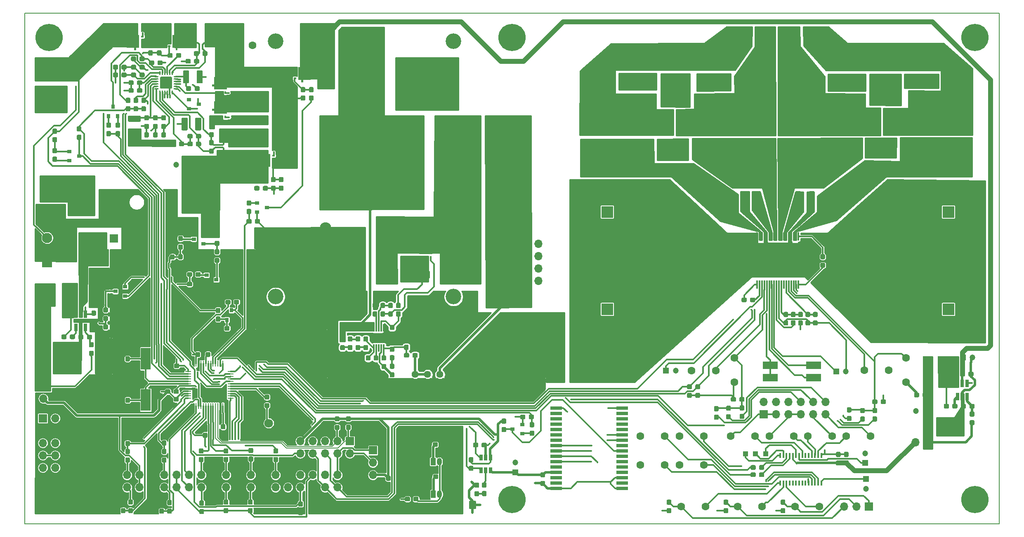
<source format=gbr>
%TF.GenerationSoftware,KiCad,Pcbnew,5.0.2-bee76a0~70~ubuntu18.04.1*%
%TF.CreationDate,2020-06-05T21:27:41+02:00*%
%TF.ProjectId,MukkeBox,4d756b6b-6542-46f7-982e-6b696361645f,rev?*%
%TF.SameCoordinates,Original*%
%TF.FileFunction,Copper,L1,Top*%
%TF.FilePolarity,Positive*%
%FSLAX46Y46*%
G04 Gerber Fmt 4.6, Leading zero omitted, Abs format (unit mm)*
G04 Created by KiCad (PCBNEW 5.0.2-bee76a0~70~ubuntu18.04.1) date Fr 05 Jun 2020 21:27:41 CEST*
%MOMM*%
%LPD*%
G01*
G04 APERTURE LIST*
%ADD10C,0.150000*%
%ADD11C,1.440000*%
%ADD12C,0.950000*%
%ADD13R,0.420000X0.560000*%
%ADD14C,2.500000*%
%ADD15C,1.250000*%
%ADD16R,0.900000X0.800000*%
%ADD17C,5.600000*%
%ADD18C,1.600000*%
%ADD19R,1.600000X1.600000*%
%ADD20C,2.400000*%
%ADD21R,2.400000X2.400000*%
%ADD22C,1.800000*%
%ADD23R,1.800000X1.800000*%
%ADD24R,1.850000X13.700000*%
%ADD25O,1.700000X1.700000*%
%ADD26R,1.700000X1.700000*%
%ADD27C,2.100000*%
%ADD28R,2.100000X2.100000*%
%ADD29C,3.200000*%
%ADD30C,1.425000*%
%ADD31R,3.100000X1.600000*%
%ADD32R,1.050000X1.500000*%
%ADD33O,1.050000X1.500000*%
%ADD34R,0.250000X1.300000*%
%ADD35R,1.300000X0.250000*%
%ADD36R,0.400000X1.100000*%
%ADD37R,2.000000X4.500000*%
%ADD38C,1.200000*%
%ADD39R,1.200000X1.200000*%
%ADD40C,3.000000*%
%ADD41R,1.500000X3.600000*%
%ADD42R,0.650000X1.560000*%
%ADD43R,0.800000X0.900000*%
%ADD44R,1.000000X1.000000*%
%ADD45R,0.650000X1.220000*%
%ADD46R,4.000000X3.850000*%
%ADD47R,1.880000X1.570000*%
%ADD48R,0.305000X1.550000*%
%ADD49R,1.000000X0.950000*%
%ADD50R,4.900000X3.200000*%
%ADD51R,0.560000X0.420000*%
%ADD52C,0.250000*%
%ADD53C,0.500000*%
%ADD54C,2.450000*%
%ADD55C,6.500000*%
%ADD56R,6.350000X5.280000*%
%ADD57R,5.330000X5.590000*%
%ADD58R,0.350000X1.700000*%
%ADD59R,2.400000X0.800000*%
%ADD60R,3.300000X5.000000*%
%ADD61C,1.525000*%
%ADD62C,0.300000*%
%ADD63C,0.300000*%
%ADD64C,0.500000*%
%ADD65C,1.000000*%
%ADD66C,0.254000*%
G04 APERTURE END LIST*
D10*
X45466000Y-37084000D02*
X45466000Y-142084000D01*
X45466000Y-142084000D02*
X245466000Y-142084000D01*
X245466000Y-37084000D02*
X245466000Y-142084000D01*
X45466000Y-37084000D02*
X245466000Y-37084000D01*
D11*
X125586000Y-111384000D03*
X128126000Y-111384000D03*
X130666000Y-111384000D03*
D10*
G36*
X69351779Y-50910144D02*
X69374834Y-50913563D01*
X69397443Y-50919227D01*
X69419387Y-50927079D01*
X69440457Y-50937044D01*
X69460448Y-50949026D01*
X69479168Y-50962910D01*
X69496438Y-50978562D01*
X69512090Y-50995832D01*
X69525974Y-51014552D01*
X69537956Y-51034543D01*
X69547921Y-51055613D01*
X69555773Y-51077557D01*
X69561437Y-51100166D01*
X69564856Y-51123221D01*
X69566000Y-51146500D01*
X69566000Y-51621500D01*
X69564856Y-51644779D01*
X69561437Y-51667834D01*
X69555773Y-51690443D01*
X69547921Y-51712387D01*
X69537956Y-51733457D01*
X69525974Y-51753448D01*
X69512090Y-51772168D01*
X69496438Y-51789438D01*
X69479168Y-51805090D01*
X69460448Y-51818974D01*
X69440457Y-51830956D01*
X69419387Y-51840921D01*
X69397443Y-51848773D01*
X69374834Y-51854437D01*
X69351779Y-51857856D01*
X69328500Y-51859000D01*
X68753500Y-51859000D01*
X68730221Y-51857856D01*
X68707166Y-51854437D01*
X68684557Y-51848773D01*
X68662613Y-51840921D01*
X68641543Y-51830956D01*
X68621552Y-51818974D01*
X68602832Y-51805090D01*
X68585562Y-51789438D01*
X68569910Y-51772168D01*
X68556026Y-51753448D01*
X68544044Y-51733457D01*
X68534079Y-51712387D01*
X68526227Y-51690443D01*
X68520563Y-51667834D01*
X68517144Y-51644779D01*
X68516000Y-51621500D01*
X68516000Y-51146500D01*
X68517144Y-51123221D01*
X68520563Y-51100166D01*
X68526227Y-51077557D01*
X68534079Y-51055613D01*
X68544044Y-51034543D01*
X68556026Y-51014552D01*
X68569910Y-50995832D01*
X68585562Y-50978562D01*
X68602832Y-50962910D01*
X68621552Y-50949026D01*
X68641543Y-50937044D01*
X68662613Y-50927079D01*
X68684557Y-50919227D01*
X68707166Y-50913563D01*
X68730221Y-50910144D01*
X68753500Y-50909000D01*
X69328500Y-50909000D01*
X69351779Y-50910144D01*
X69351779Y-50910144D01*
G37*
D12*
X69041000Y-51384000D03*
D10*
G36*
X67601779Y-50910144D02*
X67624834Y-50913563D01*
X67647443Y-50919227D01*
X67669387Y-50927079D01*
X67690457Y-50937044D01*
X67710448Y-50949026D01*
X67729168Y-50962910D01*
X67746438Y-50978562D01*
X67762090Y-50995832D01*
X67775974Y-51014552D01*
X67787956Y-51034543D01*
X67797921Y-51055613D01*
X67805773Y-51077557D01*
X67811437Y-51100166D01*
X67814856Y-51123221D01*
X67816000Y-51146500D01*
X67816000Y-51621500D01*
X67814856Y-51644779D01*
X67811437Y-51667834D01*
X67805773Y-51690443D01*
X67797921Y-51712387D01*
X67787956Y-51733457D01*
X67775974Y-51753448D01*
X67762090Y-51772168D01*
X67746438Y-51789438D01*
X67729168Y-51805090D01*
X67710448Y-51818974D01*
X67690457Y-51830956D01*
X67669387Y-51840921D01*
X67647443Y-51848773D01*
X67624834Y-51854437D01*
X67601779Y-51857856D01*
X67578500Y-51859000D01*
X67003500Y-51859000D01*
X66980221Y-51857856D01*
X66957166Y-51854437D01*
X66934557Y-51848773D01*
X66912613Y-51840921D01*
X66891543Y-51830956D01*
X66871552Y-51818974D01*
X66852832Y-51805090D01*
X66835562Y-51789438D01*
X66819910Y-51772168D01*
X66806026Y-51753448D01*
X66794044Y-51733457D01*
X66784079Y-51712387D01*
X66776227Y-51690443D01*
X66770563Y-51667834D01*
X66767144Y-51644779D01*
X66766000Y-51621500D01*
X66766000Y-51146500D01*
X66767144Y-51123221D01*
X66770563Y-51100166D01*
X66776227Y-51077557D01*
X66784079Y-51055613D01*
X66794044Y-51034543D01*
X66806026Y-51014552D01*
X66819910Y-50995832D01*
X66835562Y-50978562D01*
X66852832Y-50962910D01*
X66871552Y-50949026D01*
X66891543Y-50937044D01*
X66912613Y-50927079D01*
X66934557Y-50919227D01*
X66957166Y-50913563D01*
X66980221Y-50910144D01*
X67003500Y-50909000D01*
X67578500Y-50909000D01*
X67601779Y-50910144D01*
X67601779Y-50910144D01*
G37*
D12*
X67291000Y-51384000D03*
D10*
G36*
X69351779Y-52510144D02*
X69374834Y-52513563D01*
X69397443Y-52519227D01*
X69419387Y-52527079D01*
X69440457Y-52537044D01*
X69460448Y-52549026D01*
X69479168Y-52562910D01*
X69496438Y-52578562D01*
X69512090Y-52595832D01*
X69525974Y-52614552D01*
X69537956Y-52634543D01*
X69547921Y-52655613D01*
X69555773Y-52677557D01*
X69561437Y-52700166D01*
X69564856Y-52723221D01*
X69566000Y-52746500D01*
X69566000Y-53221500D01*
X69564856Y-53244779D01*
X69561437Y-53267834D01*
X69555773Y-53290443D01*
X69547921Y-53312387D01*
X69537956Y-53333457D01*
X69525974Y-53353448D01*
X69512090Y-53372168D01*
X69496438Y-53389438D01*
X69479168Y-53405090D01*
X69460448Y-53418974D01*
X69440457Y-53430956D01*
X69419387Y-53440921D01*
X69397443Y-53448773D01*
X69374834Y-53454437D01*
X69351779Y-53457856D01*
X69328500Y-53459000D01*
X68753500Y-53459000D01*
X68730221Y-53457856D01*
X68707166Y-53454437D01*
X68684557Y-53448773D01*
X68662613Y-53440921D01*
X68641543Y-53430956D01*
X68621552Y-53418974D01*
X68602832Y-53405090D01*
X68585562Y-53389438D01*
X68569910Y-53372168D01*
X68556026Y-53353448D01*
X68544044Y-53333457D01*
X68534079Y-53312387D01*
X68526227Y-53290443D01*
X68520563Y-53267834D01*
X68517144Y-53244779D01*
X68516000Y-53221500D01*
X68516000Y-52746500D01*
X68517144Y-52723221D01*
X68520563Y-52700166D01*
X68526227Y-52677557D01*
X68534079Y-52655613D01*
X68544044Y-52634543D01*
X68556026Y-52614552D01*
X68569910Y-52595832D01*
X68585562Y-52578562D01*
X68602832Y-52562910D01*
X68621552Y-52549026D01*
X68641543Y-52537044D01*
X68662613Y-52527079D01*
X68684557Y-52519227D01*
X68707166Y-52513563D01*
X68730221Y-52510144D01*
X68753500Y-52509000D01*
X69328500Y-52509000D01*
X69351779Y-52510144D01*
X69351779Y-52510144D01*
G37*
D12*
X69041000Y-52984000D03*
D10*
G36*
X67601779Y-52510144D02*
X67624834Y-52513563D01*
X67647443Y-52519227D01*
X67669387Y-52527079D01*
X67690457Y-52537044D01*
X67710448Y-52549026D01*
X67729168Y-52562910D01*
X67746438Y-52578562D01*
X67762090Y-52595832D01*
X67775974Y-52614552D01*
X67787956Y-52634543D01*
X67797921Y-52655613D01*
X67805773Y-52677557D01*
X67811437Y-52700166D01*
X67814856Y-52723221D01*
X67816000Y-52746500D01*
X67816000Y-53221500D01*
X67814856Y-53244779D01*
X67811437Y-53267834D01*
X67805773Y-53290443D01*
X67797921Y-53312387D01*
X67787956Y-53333457D01*
X67775974Y-53353448D01*
X67762090Y-53372168D01*
X67746438Y-53389438D01*
X67729168Y-53405090D01*
X67710448Y-53418974D01*
X67690457Y-53430956D01*
X67669387Y-53440921D01*
X67647443Y-53448773D01*
X67624834Y-53454437D01*
X67601779Y-53457856D01*
X67578500Y-53459000D01*
X67003500Y-53459000D01*
X66980221Y-53457856D01*
X66957166Y-53454437D01*
X66934557Y-53448773D01*
X66912613Y-53440921D01*
X66891543Y-53430956D01*
X66871552Y-53418974D01*
X66852832Y-53405090D01*
X66835562Y-53389438D01*
X66819910Y-53372168D01*
X66806026Y-53353448D01*
X66794044Y-53333457D01*
X66784079Y-53312387D01*
X66776227Y-53290443D01*
X66770563Y-53267834D01*
X66767144Y-53244779D01*
X66766000Y-53221500D01*
X66766000Y-52746500D01*
X66767144Y-52723221D01*
X66770563Y-52700166D01*
X66776227Y-52677557D01*
X66784079Y-52655613D01*
X66794044Y-52634543D01*
X66806026Y-52614552D01*
X66819910Y-52595832D01*
X66835562Y-52578562D01*
X66852832Y-52562910D01*
X66871552Y-52549026D01*
X66891543Y-52537044D01*
X66912613Y-52527079D01*
X66934557Y-52519227D01*
X66957166Y-52513563D01*
X66980221Y-52510144D01*
X67003500Y-52509000D01*
X67578500Y-52509000D01*
X67601779Y-52510144D01*
X67601779Y-52510144D01*
G37*
D12*
X67291000Y-52984000D03*
D10*
G36*
X69851779Y-46010144D02*
X69874834Y-46013563D01*
X69897443Y-46019227D01*
X69919387Y-46027079D01*
X69940457Y-46037044D01*
X69960448Y-46049026D01*
X69979168Y-46062910D01*
X69996438Y-46078562D01*
X70012090Y-46095832D01*
X70025974Y-46114552D01*
X70037956Y-46134543D01*
X70047921Y-46155613D01*
X70055773Y-46177557D01*
X70061437Y-46200166D01*
X70064856Y-46223221D01*
X70066000Y-46246500D01*
X70066000Y-46721500D01*
X70064856Y-46744779D01*
X70061437Y-46767834D01*
X70055773Y-46790443D01*
X70047921Y-46812387D01*
X70037956Y-46833457D01*
X70025974Y-46853448D01*
X70012090Y-46872168D01*
X69996438Y-46889438D01*
X69979168Y-46905090D01*
X69960448Y-46918974D01*
X69940457Y-46930956D01*
X69919387Y-46940921D01*
X69897443Y-46948773D01*
X69874834Y-46954437D01*
X69851779Y-46957856D01*
X69828500Y-46959000D01*
X69253500Y-46959000D01*
X69230221Y-46957856D01*
X69207166Y-46954437D01*
X69184557Y-46948773D01*
X69162613Y-46940921D01*
X69141543Y-46930956D01*
X69121552Y-46918974D01*
X69102832Y-46905090D01*
X69085562Y-46889438D01*
X69069910Y-46872168D01*
X69056026Y-46853448D01*
X69044044Y-46833457D01*
X69034079Y-46812387D01*
X69026227Y-46790443D01*
X69020563Y-46767834D01*
X69017144Y-46744779D01*
X69016000Y-46721500D01*
X69016000Y-46246500D01*
X69017144Y-46223221D01*
X69020563Y-46200166D01*
X69026227Y-46177557D01*
X69034079Y-46155613D01*
X69044044Y-46134543D01*
X69056026Y-46114552D01*
X69069910Y-46095832D01*
X69085562Y-46078562D01*
X69102832Y-46062910D01*
X69121552Y-46049026D01*
X69141543Y-46037044D01*
X69162613Y-46027079D01*
X69184557Y-46019227D01*
X69207166Y-46013563D01*
X69230221Y-46010144D01*
X69253500Y-46009000D01*
X69828500Y-46009000D01*
X69851779Y-46010144D01*
X69851779Y-46010144D01*
G37*
D12*
X69541000Y-46484000D03*
D10*
G36*
X68101779Y-46010144D02*
X68124834Y-46013563D01*
X68147443Y-46019227D01*
X68169387Y-46027079D01*
X68190457Y-46037044D01*
X68210448Y-46049026D01*
X68229168Y-46062910D01*
X68246438Y-46078562D01*
X68262090Y-46095832D01*
X68275974Y-46114552D01*
X68287956Y-46134543D01*
X68297921Y-46155613D01*
X68305773Y-46177557D01*
X68311437Y-46200166D01*
X68314856Y-46223221D01*
X68316000Y-46246500D01*
X68316000Y-46721500D01*
X68314856Y-46744779D01*
X68311437Y-46767834D01*
X68305773Y-46790443D01*
X68297921Y-46812387D01*
X68287956Y-46833457D01*
X68275974Y-46853448D01*
X68262090Y-46872168D01*
X68246438Y-46889438D01*
X68229168Y-46905090D01*
X68210448Y-46918974D01*
X68190457Y-46930956D01*
X68169387Y-46940921D01*
X68147443Y-46948773D01*
X68124834Y-46954437D01*
X68101779Y-46957856D01*
X68078500Y-46959000D01*
X67503500Y-46959000D01*
X67480221Y-46957856D01*
X67457166Y-46954437D01*
X67434557Y-46948773D01*
X67412613Y-46940921D01*
X67391543Y-46930956D01*
X67371552Y-46918974D01*
X67352832Y-46905090D01*
X67335562Y-46889438D01*
X67319910Y-46872168D01*
X67306026Y-46853448D01*
X67294044Y-46833457D01*
X67284079Y-46812387D01*
X67276227Y-46790443D01*
X67270563Y-46767834D01*
X67267144Y-46744779D01*
X67266000Y-46721500D01*
X67266000Y-46246500D01*
X67267144Y-46223221D01*
X67270563Y-46200166D01*
X67276227Y-46177557D01*
X67284079Y-46155613D01*
X67294044Y-46134543D01*
X67306026Y-46114552D01*
X67319910Y-46095832D01*
X67335562Y-46078562D01*
X67352832Y-46062910D01*
X67371552Y-46049026D01*
X67391543Y-46037044D01*
X67412613Y-46027079D01*
X67434557Y-46019227D01*
X67457166Y-46013563D01*
X67480221Y-46010144D01*
X67503500Y-46009000D01*
X68078500Y-46009000D01*
X68101779Y-46010144D01*
X68101779Y-46010144D01*
G37*
D12*
X67791000Y-46484000D03*
D13*
X84691000Y-58434000D03*
X85991000Y-58434000D03*
X85341000Y-58434000D03*
X86641000Y-58434000D03*
D14*
X85666000Y-56484000D03*
D10*
G36*
X84341000Y-56734000D02*
X84341000Y-55234000D01*
X84481000Y-55234000D01*
X84481000Y-55089000D01*
X84901000Y-55089000D01*
X84901000Y-55234000D01*
X85131000Y-55234000D01*
X85131000Y-55089000D01*
X85551000Y-55089000D01*
X85551000Y-55234000D01*
X85781000Y-55234000D01*
X85781000Y-55089000D01*
X86201000Y-55089000D01*
X86201000Y-55234000D01*
X86431000Y-55234000D01*
X86431000Y-55089000D01*
X86851000Y-55089000D01*
X86851000Y-55234000D01*
X86991000Y-55234000D01*
X86991000Y-56734000D01*
X87466000Y-56734000D01*
X87466000Y-57134000D01*
X86991000Y-57134000D01*
X86991000Y-57734000D01*
X84341000Y-57734000D01*
X84341000Y-57134000D01*
X83866000Y-57134000D01*
X83866000Y-56734000D01*
X84341000Y-56734000D01*
X84341000Y-56734000D01*
G37*
G36*
X81465504Y-58560204D02*
X81489773Y-58563804D01*
X81513571Y-58569765D01*
X81536671Y-58578030D01*
X81558849Y-58588520D01*
X81579893Y-58601133D01*
X81599598Y-58615747D01*
X81617777Y-58632223D01*
X81634253Y-58650402D01*
X81648867Y-58670107D01*
X81661480Y-58691151D01*
X81671970Y-58713329D01*
X81680235Y-58736429D01*
X81686196Y-58760227D01*
X81689796Y-58784496D01*
X81691000Y-58809000D01*
X81691000Y-60959000D01*
X81689796Y-60983504D01*
X81686196Y-61007773D01*
X81680235Y-61031571D01*
X81671970Y-61054671D01*
X81661480Y-61076849D01*
X81648867Y-61097893D01*
X81634253Y-61117598D01*
X81617777Y-61135777D01*
X81599598Y-61152253D01*
X81579893Y-61166867D01*
X81558849Y-61179480D01*
X81536671Y-61189970D01*
X81513571Y-61198235D01*
X81489773Y-61204196D01*
X81465504Y-61207796D01*
X81441000Y-61209000D01*
X80691000Y-61209000D01*
X80666496Y-61207796D01*
X80642227Y-61204196D01*
X80618429Y-61198235D01*
X80595329Y-61189970D01*
X80573151Y-61179480D01*
X80552107Y-61166867D01*
X80532402Y-61152253D01*
X80514223Y-61135777D01*
X80497747Y-61117598D01*
X80483133Y-61097893D01*
X80470520Y-61076849D01*
X80460030Y-61054671D01*
X80451765Y-61031571D01*
X80445804Y-61007773D01*
X80442204Y-60983504D01*
X80441000Y-60959000D01*
X80441000Y-58809000D01*
X80442204Y-58784496D01*
X80445804Y-58760227D01*
X80451765Y-58736429D01*
X80460030Y-58713329D01*
X80470520Y-58691151D01*
X80483133Y-58670107D01*
X80497747Y-58650402D01*
X80514223Y-58632223D01*
X80532402Y-58615747D01*
X80552107Y-58601133D01*
X80573151Y-58588520D01*
X80595329Y-58578030D01*
X80618429Y-58569765D01*
X80642227Y-58563804D01*
X80666496Y-58560204D01*
X80691000Y-58559000D01*
X81441000Y-58559000D01*
X81465504Y-58560204D01*
X81465504Y-58560204D01*
G37*
D15*
X81066000Y-59884000D03*
D10*
G36*
X78665504Y-58560204D02*
X78689773Y-58563804D01*
X78713571Y-58569765D01*
X78736671Y-58578030D01*
X78758849Y-58588520D01*
X78779893Y-58601133D01*
X78799598Y-58615747D01*
X78817777Y-58632223D01*
X78834253Y-58650402D01*
X78848867Y-58670107D01*
X78861480Y-58691151D01*
X78871970Y-58713329D01*
X78880235Y-58736429D01*
X78886196Y-58760227D01*
X78889796Y-58784496D01*
X78891000Y-58809000D01*
X78891000Y-60959000D01*
X78889796Y-60983504D01*
X78886196Y-61007773D01*
X78880235Y-61031571D01*
X78871970Y-61054671D01*
X78861480Y-61076849D01*
X78848867Y-61097893D01*
X78834253Y-61117598D01*
X78817777Y-61135777D01*
X78799598Y-61152253D01*
X78779893Y-61166867D01*
X78758849Y-61179480D01*
X78736671Y-61189970D01*
X78713571Y-61198235D01*
X78689773Y-61204196D01*
X78665504Y-61207796D01*
X78641000Y-61209000D01*
X77891000Y-61209000D01*
X77866496Y-61207796D01*
X77842227Y-61204196D01*
X77818429Y-61198235D01*
X77795329Y-61189970D01*
X77773151Y-61179480D01*
X77752107Y-61166867D01*
X77732402Y-61152253D01*
X77714223Y-61135777D01*
X77697747Y-61117598D01*
X77683133Y-61097893D01*
X77670520Y-61076849D01*
X77660030Y-61054671D01*
X77651765Y-61031571D01*
X77645804Y-61007773D01*
X77642204Y-60983504D01*
X77641000Y-60959000D01*
X77641000Y-58809000D01*
X77642204Y-58784496D01*
X77645804Y-58760227D01*
X77651765Y-58736429D01*
X77660030Y-58713329D01*
X77670520Y-58691151D01*
X77683133Y-58670107D01*
X77697747Y-58650402D01*
X77714223Y-58632223D01*
X77732402Y-58615747D01*
X77752107Y-58601133D01*
X77773151Y-58588520D01*
X77795329Y-58578030D01*
X77818429Y-58569765D01*
X77842227Y-58563804D01*
X77866496Y-58560204D01*
X77891000Y-58559000D01*
X78641000Y-58559000D01*
X78665504Y-58560204D01*
X78665504Y-58560204D01*
G37*
D15*
X78266000Y-59884000D03*
D16*
X95166000Y-77034000D03*
X93166000Y-77984000D03*
X93166000Y-76084000D03*
D10*
G36*
X91801779Y-79410144D02*
X91824834Y-79413563D01*
X91847443Y-79419227D01*
X91869387Y-79427079D01*
X91890457Y-79437044D01*
X91910448Y-79449026D01*
X91929168Y-79462910D01*
X91946438Y-79478562D01*
X91962090Y-79495832D01*
X91975974Y-79514552D01*
X91987956Y-79534543D01*
X91997921Y-79555613D01*
X92005773Y-79577557D01*
X92011437Y-79600166D01*
X92014856Y-79623221D01*
X92016000Y-79646500D01*
X92016000Y-80121500D01*
X92014856Y-80144779D01*
X92011437Y-80167834D01*
X92005773Y-80190443D01*
X91997921Y-80212387D01*
X91987956Y-80233457D01*
X91975974Y-80253448D01*
X91962090Y-80272168D01*
X91946438Y-80289438D01*
X91929168Y-80305090D01*
X91910448Y-80318974D01*
X91890457Y-80330956D01*
X91869387Y-80340921D01*
X91847443Y-80348773D01*
X91824834Y-80354437D01*
X91801779Y-80357856D01*
X91778500Y-80359000D01*
X91203500Y-80359000D01*
X91180221Y-80357856D01*
X91157166Y-80354437D01*
X91134557Y-80348773D01*
X91112613Y-80340921D01*
X91091543Y-80330956D01*
X91071552Y-80318974D01*
X91052832Y-80305090D01*
X91035562Y-80289438D01*
X91019910Y-80272168D01*
X91006026Y-80253448D01*
X90994044Y-80233457D01*
X90984079Y-80212387D01*
X90976227Y-80190443D01*
X90970563Y-80167834D01*
X90967144Y-80144779D01*
X90966000Y-80121500D01*
X90966000Y-79646500D01*
X90967144Y-79623221D01*
X90970563Y-79600166D01*
X90976227Y-79577557D01*
X90984079Y-79555613D01*
X90994044Y-79534543D01*
X91006026Y-79514552D01*
X91019910Y-79495832D01*
X91035562Y-79478562D01*
X91052832Y-79462910D01*
X91071552Y-79449026D01*
X91091543Y-79437044D01*
X91112613Y-79427079D01*
X91134557Y-79419227D01*
X91157166Y-79413563D01*
X91180221Y-79410144D01*
X91203500Y-79409000D01*
X91778500Y-79409000D01*
X91801779Y-79410144D01*
X91801779Y-79410144D01*
G37*
D12*
X91491000Y-79884000D03*
D10*
G36*
X93551779Y-79410144D02*
X93574834Y-79413563D01*
X93597443Y-79419227D01*
X93619387Y-79427079D01*
X93640457Y-79437044D01*
X93660448Y-79449026D01*
X93679168Y-79462910D01*
X93696438Y-79478562D01*
X93712090Y-79495832D01*
X93725974Y-79514552D01*
X93737956Y-79534543D01*
X93747921Y-79555613D01*
X93755773Y-79577557D01*
X93761437Y-79600166D01*
X93764856Y-79623221D01*
X93766000Y-79646500D01*
X93766000Y-80121500D01*
X93764856Y-80144779D01*
X93761437Y-80167834D01*
X93755773Y-80190443D01*
X93747921Y-80212387D01*
X93737956Y-80233457D01*
X93725974Y-80253448D01*
X93712090Y-80272168D01*
X93696438Y-80289438D01*
X93679168Y-80305090D01*
X93660448Y-80318974D01*
X93640457Y-80330956D01*
X93619387Y-80340921D01*
X93597443Y-80348773D01*
X93574834Y-80354437D01*
X93551779Y-80357856D01*
X93528500Y-80359000D01*
X92953500Y-80359000D01*
X92930221Y-80357856D01*
X92907166Y-80354437D01*
X92884557Y-80348773D01*
X92862613Y-80340921D01*
X92841543Y-80330956D01*
X92821552Y-80318974D01*
X92802832Y-80305090D01*
X92785562Y-80289438D01*
X92769910Y-80272168D01*
X92756026Y-80253448D01*
X92744044Y-80233457D01*
X92734079Y-80212387D01*
X92726227Y-80190443D01*
X92720563Y-80167834D01*
X92717144Y-80144779D01*
X92716000Y-80121500D01*
X92716000Y-79646500D01*
X92717144Y-79623221D01*
X92720563Y-79600166D01*
X92726227Y-79577557D01*
X92734079Y-79555613D01*
X92744044Y-79534543D01*
X92756026Y-79514552D01*
X92769910Y-79495832D01*
X92785562Y-79478562D01*
X92802832Y-79462910D01*
X92821552Y-79449026D01*
X92841543Y-79437044D01*
X92862613Y-79427079D01*
X92884557Y-79419227D01*
X92907166Y-79413563D01*
X92930221Y-79410144D01*
X92953500Y-79409000D01*
X93528500Y-79409000D01*
X93551779Y-79410144D01*
X93551779Y-79410144D01*
G37*
D12*
X93241000Y-79884000D03*
D10*
G36*
X104526779Y-52285144D02*
X104549834Y-52288563D01*
X104572443Y-52294227D01*
X104594387Y-52302079D01*
X104615457Y-52312044D01*
X104635448Y-52324026D01*
X104654168Y-52337910D01*
X104671438Y-52353562D01*
X104687090Y-52370832D01*
X104700974Y-52389552D01*
X104712956Y-52409543D01*
X104722921Y-52430613D01*
X104730773Y-52452557D01*
X104736437Y-52475166D01*
X104739856Y-52498221D01*
X104741000Y-52521500D01*
X104741000Y-53096500D01*
X104739856Y-53119779D01*
X104736437Y-53142834D01*
X104730773Y-53165443D01*
X104722921Y-53187387D01*
X104712956Y-53208457D01*
X104700974Y-53228448D01*
X104687090Y-53247168D01*
X104671438Y-53264438D01*
X104654168Y-53280090D01*
X104635448Y-53293974D01*
X104615457Y-53305956D01*
X104594387Y-53315921D01*
X104572443Y-53323773D01*
X104549834Y-53329437D01*
X104526779Y-53332856D01*
X104503500Y-53334000D01*
X104028500Y-53334000D01*
X104005221Y-53332856D01*
X103982166Y-53329437D01*
X103959557Y-53323773D01*
X103937613Y-53315921D01*
X103916543Y-53305956D01*
X103896552Y-53293974D01*
X103877832Y-53280090D01*
X103860562Y-53264438D01*
X103844910Y-53247168D01*
X103831026Y-53228448D01*
X103819044Y-53208457D01*
X103809079Y-53187387D01*
X103801227Y-53165443D01*
X103795563Y-53142834D01*
X103792144Y-53119779D01*
X103791000Y-53096500D01*
X103791000Y-52521500D01*
X103792144Y-52498221D01*
X103795563Y-52475166D01*
X103801227Y-52452557D01*
X103809079Y-52430613D01*
X103819044Y-52409543D01*
X103831026Y-52389552D01*
X103844910Y-52370832D01*
X103860562Y-52353562D01*
X103877832Y-52337910D01*
X103896552Y-52324026D01*
X103916543Y-52312044D01*
X103937613Y-52302079D01*
X103959557Y-52294227D01*
X103982166Y-52288563D01*
X104005221Y-52285144D01*
X104028500Y-52284000D01*
X104503500Y-52284000D01*
X104526779Y-52285144D01*
X104526779Y-52285144D01*
G37*
D12*
X104266000Y-52809000D03*
D10*
G36*
X104526779Y-54035144D02*
X104549834Y-54038563D01*
X104572443Y-54044227D01*
X104594387Y-54052079D01*
X104615457Y-54062044D01*
X104635448Y-54074026D01*
X104654168Y-54087910D01*
X104671438Y-54103562D01*
X104687090Y-54120832D01*
X104700974Y-54139552D01*
X104712956Y-54159543D01*
X104722921Y-54180613D01*
X104730773Y-54202557D01*
X104736437Y-54225166D01*
X104739856Y-54248221D01*
X104741000Y-54271500D01*
X104741000Y-54846500D01*
X104739856Y-54869779D01*
X104736437Y-54892834D01*
X104730773Y-54915443D01*
X104722921Y-54937387D01*
X104712956Y-54958457D01*
X104700974Y-54978448D01*
X104687090Y-54997168D01*
X104671438Y-55014438D01*
X104654168Y-55030090D01*
X104635448Y-55043974D01*
X104615457Y-55055956D01*
X104594387Y-55065921D01*
X104572443Y-55073773D01*
X104549834Y-55079437D01*
X104526779Y-55082856D01*
X104503500Y-55084000D01*
X104028500Y-55084000D01*
X104005221Y-55082856D01*
X103982166Y-55079437D01*
X103959557Y-55073773D01*
X103937613Y-55065921D01*
X103916543Y-55055956D01*
X103896552Y-55043974D01*
X103877832Y-55030090D01*
X103860562Y-55014438D01*
X103844910Y-54997168D01*
X103831026Y-54978448D01*
X103819044Y-54958457D01*
X103809079Y-54937387D01*
X103801227Y-54915443D01*
X103795563Y-54892834D01*
X103792144Y-54869779D01*
X103791000Y-54846500D01*
X103791000Y-54271500D01*
X103792144Y-54248221D01*
X103795563Y-54225166D01*
X103801227Y-54202557D01*
X103809079Y-54180613D01*
X103819044Y-54159543D01*
X103831026Y-54139552D01*
X103844910Y-54120832D01*
X103860562Y-54103562D01*
X103877832Y-54087910D01*
X103896552Y-54074026D01*
X103916543Y-54062044D01*
X103937613Y-54052079D01*
X103959557Y-54044227D01*
X103982166Y-54038563D01*
X104005221Y-54035144D01*
X104028500Y-54034000D01*
X104503500Y-54034000D01*
X104526779Y-54035144D01*
X104526779Y-54035144D01*
G37*
D12*
X104266000Y-54559000D03*
D10*
G36*
X91726779Y-77335144D02*
X91749834Y-77338563D01*
X91772443Y-77344227D01*
X91794387Y-77352079D01*
X91815457Y-77362044D01*
X91835448Y-77374026D01*
X91854168Y-77387910D01*
X91871438Y-77403562D01*
X91887090Y-77420832D01*
X91900974Y-77439552D01*
X91912956Y-77459543D01*
X91922921Y-77480613D01*
X91930773Y-77502557D01*
X91936437Y-77525166D01*
X91939856Y-77548221D01*
X91941000Y-77571500D01*
X91941000Y-78146500D01*
X91939856Y-78169779D01*
X91936437Y-78192834D01*
X91930773Y-78215443D01*
X91922921Y-78237387D01*
X91912956Y-78258457D01*
X91900974Y-78278448D01*
X91887090Y-78297168D01*
X91871438Y-78314438D01*
X91854168Y-78330090D01*
X91835448Y-78343974D01*
X91815457Y-78355956D01*
X91794387Y-78365921D01*
X91772443Y-78373773D01*
X91749834Y-78379437D01*
X91726779Y-78382856D01*
X91703500Y-78384000D01*
X91228500Y-78384000D01*
X91205221Y-78382856D01*
X91182166Y-78379437D01*
X91159557Y-78373773D01*
X91137613Y-78365921D01*
X91116543Y-78355956D01*
X91096552Y-78343974D01*
X91077832Y-78330090D01*
X91060562Y-78314438D01*
X91044910Y-78297168D01*
X91031026Y-78278448D01*
X91019044Y-78258457D01*
X91009079Y-78237387D01*
X91001227Y-78215443D01*
X90995563Y-78192834D01*
X90992144Y-78169779D01*
X90991000Y-78146500D01*
X90991000Y-77571500D01*
X90992144Y-77548221D01*
X90995563Y-77525166D01*
X91001227Y-77502557D01*
X91009079Y-77480613D01*
X91019044Y-77459543D01*
X91031026Y-77439552D01*
X91044910Y-77420832D01*
X91060562Y-77403562D01*
X91077832Y-77387910D01*
X91096552Y-77374026D01*
X91116543Y-77362044D01*
X91137613Y-77352079D01*
X91159557Y-77344227D01*
X91182166Y-77338563D01*
X91205221Y-77335144D01*
X91228500Y-77334000D01*
X91703500Y-77334000D01*
X91726779Y-77335144D01*
X91726779Y-77335144D01*
G37*
D12*
X91466000Y-77859000D03*
D10*
G36*
X91726779Y-75585144D02*
X91749834Y-75588563D01*
X91772443Y-75594227D01*
X91794387Y-75602079D01*
X91815457Y-75612044D01*
X91835448Y-75624026D01*
X91854168Y-75637910D01*
X91871438Y-75653562D01*
X91887090Y-75670832D01*
X91900974Y-75689552D01*
X91912956Y-75709543D01*
X91922921Y-75730613D01*
X91930773Y-75752557D01*
X91936437Y-75775166D01*
X91939856Y-75798221D01*
X91941000Y-75821500D01*
X91941000Y-76396500D01*
X91939856Y-76419779D01*
X91936437Y-76442834D01*
X91930773Y-76465443D01*
X91922921Y-76487387D01*
X91912956Y-76508457D01*
X91900974Y-76528448D01*
X91887090Y-76547168D01*
X91871438Y-76564438D01*
X91854168Y-76580090D01*
X91835448Y-76593974D01*
X91815457Y-76605956D01*
X91794387Y-76615921D01*
X91772443Y-76623773D01*
X91749834Y-76629437D01*
X91726779Y-76632856D01*
X91703500Y-76634000D01*
X91228500Y-76634000D01*
X91205221Y-76632856D01*
X91182166Y-76629437D01*
X91159557Y-76623773D01*
X91137613Y-76615921D01*
X91116543Y-76605956D01*
X91096552Y-76593974D01*
X91077832Y-76580090D01*
X91060562Y-76564438D01*
X91044910Y-76547168D01*
X91031026Y-76528448D01*
X91019044Y-76508457D01*
X91009079Y-76487387D01*
X91001227Y-76465443D01*
X90995563Y-76442834D01*
X90992144Y-76419779D01*
X90991000Y-76396500D01*
X90991000Y-75821500D01*
X90992144Y-75798221D01*
X90995563Y-75775166D01*
X91001227Y-75752557D01*
X91009079Y-75730613D01*
X91019044Y-75709543D01*
X91031026Y-75689552D01*
X91044910Y-75670832D01*
X91060562Y-75653562D01*
X91077832Y-75637910D01*
X91096552Y-75624026D01*
X91116543Y-75612044D01*
X91137613Y-75602079D01*
X91159557Y-75594227D01*
X91182166Y-75588563D01*
X91205221Y-75585144D01*
X91228500Y-75584000D01*
X91703500Y-75584000D01*
X91726779Y-75585144D01*
X91726779Y-75585144D01*
G37*
D12*
X91466000Y-76109000D03*
D17*
X50466000Y-42084000D03*
X50466000Y-137084000D03*
X145466000Y-42084000D03*
X145466000Y-137084000D03*
X240466000Y-42084000D03*
X240466000Y-137084000D03*
D10*
G36*
X120326779Y-133935144D02*
X120349834Y-133938563D01*
X120372443Y-133944227D01*
X120394387Y-133952079D01*
X120415457Y-133962044D01*
X120435448Y-133974026D01*
X120454168Y-133987910D01*
X120471438Y-134003562D01*
X120487090Y-134020832D01*
X120500974Y-134039552D01*
X120512956Y-134059543D01*
X120522921Y-134080613D01*
X120530773Y-134102557D01*
X120536437Y-134125166D01*
X120539856Y-134148221D01*
X120541000Y-134171500D01*
X120541000Y-134746500D01*
X120539856Y-134769779D01*
X120536437Y-134792834D01*
X120530773Y-134815443D01*
X120522921Y-134837387D01*
X120512956Y-134858457D01*
X120500974Y-134878448D01*
X120487090Y-134897168D01*
X120471438Y-134914438D01*
X120454168Y-134930090D01*
X120435448Y-134943974D01*
X120415457Y-134955956D01*
X120394387Y-134965921D01*
X120372443Y-134973773D01*
X120349834Y-134979437D01*
X120326779Y-134982856D01*
X120303500Y-134984000D01*
X119828500Y-134984000D01*
X119805221Y-134982856D01*
X119782166Y-134979437D01*
X119759557Y-134973773D01*
X119737613Y-134965921D01*
X119716543Y-134955956D01*
X119696552Y-134943974D01*
X119677832Y-134930090D01*
X119660562Y-134914438D01*
X119644910Y-134897168D01*
X119631026Y-134878448D01*
X119619044Y-134858457D01*
X119609079Y-134837387D01*
X119601227Y-134815443D01*
X119595563Y-134792834D01*
X119592144Y-134769779D01*
X119591000Y-134746500D01*
X119591000Y-134171500D01*
X119592144Y-134148221D01*
X119595563Y-134125166D01*
X119601227Y-134102557D01*
X119609079Y-134080613D01*
X119619044Y-134059543D01*
X119631026Y-134039552D01*
X119644910Y-134020832D01*
X119660562Y-134003562D01*
X119677832Y-133987910D01*
X119696552Y-133974026D01*
X119716543Y-133962044D01*
X119737613Y-133952079D01*
X119759557Y-133944227D01*
X119782166Y-133938563D01*
X119805221Y-133935144D01*
X119828500Y-133934000D01*
X120303500Y-133934000D01*
X120326779Y-133935144D01*
X120326779Y-133935144D01*
G37*
D12*
X120066000Y-134459000D03*
D10*
G36*
X120326779Y-132185144D02*
X120349834Y-132188563D01*
X120372443Y-132194227D01*
X120394387Y-132202079D01*
X120415457Y-132212044D01*
X120435448Y-132224026D01*
X120454168Y-132237910D01*
X120471438Y-132253562D01*
X120487090Y-132270832D01*
X120500974Y-132289552D01*
X120512956Y-132309543D01*
X120522921Y-132330613D01*
X120530773Y-132352557D01*
X120536437Y-132375166D01*
X120539856Y-132398221D01*
X120541000Y-132421500D01*
X120541000Y-132996500D01*
X120539856Y-133019779D01*
X120536437Y-133042834D01*
X120530773Y-133065443D01*
X120522921Y-133087387D01*
X120512956Y-133108457D01*
X120500974Y-133128448D01*
X120487090Y-133147168D01*
X120471438Y-133164438D01*
X120454168Y-133180090D01*
X120435448Y-133193974D01*
X120415457Y-133205956D01*
X120394387Y-133215921D01*
X120372443Y-133223773D01*
X120349834Y-133229437D01*
X120326779Y-133232856D01*
X120303500Y-133234000D01*
X119828500Y-133234000D01*
X119805221Y-133232856D01*
X119782166Y-133229437D01*
X119759557Y-133223773D01*
X119737613Y-133215921D01*
X119716543Y-133205956D01*
X119696552Y-133193974D01*
X119677832Y-133180090D01*
X119660562Y-133164438D01*
X119644910Y-133147168D01*
X119631026Y-133128448D01*
X119619044Y-133108457D01*
X119609079Y-133087387D01*
X119601227Y-133065443D01*
X119595563Y-133042834D01*
X119592144Y-133019779D01*
X119591000Y-132996500D01*
X119591000Y-132421500D01*
X119592144Y-132398221D01*
X119595563Y-132375166D01*
X119601227Y-132352557D01*
X119609079Y-132330613D01*
X119619044Y-132309543D01*
X119631026Y-132289552D01*
X119644910Y-132270832D01*
X119660562Y-132253562D01*
X119677832Y-132237910D01*
X119696552Y-132224026D01*
X119716543Y-132212044D01*
X119737613Y-132202079D01*
X119759557Y-132194227D01*
X119782166Y-132188563D01*
X119805221Y-132185144D01*
X119828500Y-132184000D01*
X120303500Y-132184000D01*
X120326779Y-132185144D01*
X120326779Y-132185144D01*
G37*
D12*
X120066000Y-132709000D03*
D10*
G36*
X102326779Y-139235144D02*
X102349834Y-139238563D01*
X102372443Y-139244227D01*
X102394387Y-139252079D01*
X102415457Y-139262044D01*
X102435448Y-139274026D01*
X102454168Y-139287910D01*
X102471438Y-139303562D01*
X102487090Y-139320832D01*
X102500974Y-139339552D01*
X102512956Y-139359543D01*
X102522921Y-139380613D01*
X102530773Y-139402557D01*
X102536437Y-139425166D01*
X102539856Y-139448221D01*
X102541000Y-139471500D01*
X102541000Y-140046500D01*
X102539856Y-140069779D01*
X102536437Y-140092834D01*
X102530773Y-140115443D01*
X102522921Y-140137387D01*
X102512956Y-140158457D01*
X102500974Y-140178448D01*
X102487090Y-140197168D01*
X102471438Y-140214438D01*
X102454168Y-140230090D01*
X102435448Y-140243974D01*
X102415457Y-140255956D01*
X102394387Y-140265921D01*
X102372443Y-140273773D01*
X102349834Y-140279437D01*
X102326779Y-140282856D01*
X102303500Y-140284000D01*
X101828500Y-140284000D01*
X101805221Y-140282856D01*
X101782166Y-140279437D01*
X101759557Y-140273773D01*
X101737613Y-140265921D01*
X101716543Y-140255956D01*
X101696552Y-140243974D01*
X101677832Y-140230090D01*
X101660562Y-140214438D01*
X101644910Y-140197168D01*
X101631026Y-140178448D01*
X101619044Y-140158457D01*
X101609079Y-140137387D01*
X101601227Y-140115443D01*
X101595563Y-140092834D01*
X101592144Y-140069779D01*
X101591000Y-140046500D01*
X101591000Y-139471500D01*
X101592144Y-139448221D01*
X101595563Y-139425166D01*
X101601227Y-139402557D01*
X101609079Y-139380613D01*
X101619044Y-139359543D01*
X101631026Y-139339552D01*
X101644910Y-139320832D01*
X101660562Y-139303562D01*
X101677832Y-139287910D01*
X101696552Y-139274026D01*
X101716543Y-139262044D01*
X101737613Y-139252079D01*
X101759557Y-139244227D01*
X101782166Y-139238563D01*
X101805221Y-139235144D01*
X101828500Y-139234000D01*
X102303500Y-139234000D01*
X102326779Y-139235144D01*
X102326779Y-139235144D01*
G37*
D12*
X102066000Y-139759000D03*
D10*
G36*
X102326779Y-137485144D02*
X102349834Y-137488563D01*
X102372443Y-137494227D01*
X102394387Y-137502079D01*
X102415457Y-137512044D01*
X102435448Y-137524026D01*
X102454168Y-137537910D01*
X102471438Y-137553562D01*
X102487090Y-137570832D01*
X102500974Y-137589552D01*
X102512956Y-137609543D01*
X102522921Y-137630613D01*
X102530773Y-137652557D01*
X102536437Y-137675166D01*
X102539856Y-137698221D01*
X102541000Y-137721500D01*
X102541000Y-138296500D01*
X102539856Y-138319779D01*
X102536437Y-138342834D01*
X102530773Y-138365443D01*
X102522921Y-138387387D01*
X102512956Y-138408457D01*
X102500974Y-138428448D01*
X102487090Y-138447168D01*
X102471438Y-138464438D01*
X102454168Y-138480090D01*
X102435448Y-138493974D01*
X102415457Y-138505956D01*
X102394387Y-138515921D01*
X102372443Y-138523773D01*
X102349834Y-138529437D01*
X102326779Y-138532856D01*
X102303500Y-138534000D01*
X101828500Y-138534000D01*
X101805221Y-138532856D01*
X101782166Y-138529437D01*
X101759557Y-138523773D01*
X101737613Y-138515921D01*
X101716543Y-138505956D01*
X101696552Y-138493974D01*
X101677832Y-138480090D01*
X101660562Y-138464438D01*
X101644910Y-138447168D01*
X101631026Y-138428448D01*
X101619044Y-138408457D01*
X101609079Y-138387387D01*
X101601227Y-138365443D01*
X101595563Y-138342834D01*
X101592144Y-138319779D01*
X101591000Y-138296500D01*
X101591000Y-137721500D01*
X101592144Y-137698221D01*
X101595563Y-137675166D01*
X101601227Y-137652557D01*
X101609079Y-137630613D01*
X101619044Y-137609543D01*
X101631026Y-137589552D01*
X101644910Y-137570832D01*
X101660562Y-137553562D01*
X101677832Y-137537910D01*
X101696552Y-137524026D01*
X101716543Y-137512044D01*
X101737613Y-137502079D01*
X101759557Y-137494227D01*
X101782166Y-137488563D01*
X101805221Y-137485144D01*
X101828500Y-137484000D01*
X102303500Y-137484000D01*
X102326779Y-137485144D01*
X102326779Y-137485144D01*
G37*
D12*
X102066000Y-138009000D03*
D10*
G36*
X82726779Y-121585144D02*
X82749834Y-121588563D01*
X82772443Y-121594227D01*
X82794387Y-121602079D01*
X82815457Y-121612044D01*
X82835448Y-121624026D01*
X82854168Y-121637910D01*
X82871438Y-121653562D01*
X82887090Y-121670832D01*
X82900974Y-121689552D01*
X82912956Y-121709543D01*
X82922921Y-121730613D01*
X82930773Y-121752557D01*
X82936437Y-121775166D01*
X82939856Y-121798221D01*
X82941000Y-121821500D01*
X82941000Y-122396500D01*
X82939856Y-122419779D01*
X82936437Y-122442834D01*
X82930773Y-122465443D01*
X82922921Y-122487387D01*
X82912956Y-122508457D01*
X82900974Y-122528448D01*
X82887090Y-122547168D01*
X82871438Y-122564438D01*
X82854168Y-122580090D01*
X82835448Y-122593974D01*
X82815457Y-122605956D01*
X82794387Y-122615921D01*
X82772443Y-122623773D01*
X82749834Y-122629437D01*
X82726779Y-122632856D01*
X82703500Y-122634000D01*
X82228500Y-122634000D01*
X82205221Y-122632856D01*
X82182166Y-122629437D01*
X82159557Y-122623773D01*
X82137613Y-122615921D01*
X82116543Y-122605956D01*
X82096552Y-122593974D01*
X82077832Y-122580090D01*
X82060562Y-122564438D01*
X82044910Y-122547168D01*
X82031026Y-122528448D01*
X82019044Y-122508457D01*
X82009079Y-122487387D01*
X82001227Y-122465443D01*
X81995563Y-122442834D01*
X81992144Y-122419779D01*
X81991000Y-122396500D01*
X81991000Y-121821500D01*
X81992144Y-121798221D01*
X81995563Y-121775166D01*
X82001227Y-121752557D01*
X82009079Y-121730613D01*
X82019044Y-121709543D01*
X82031026Y-121689552D01*
X82044910Y-121670832D01*
X82060562Y-121653562D01*
X82077832Y-121637910D01*
X82096552Y-121624026D01*
X82116543Y-121612044D01*
X82137613Y-121602079D01*
X82159557Y-121594227D01*
X82182166Y-121588563D01*
X82205221Y-121585144D01*
X82228500Y-121584000D01*
X82703500Y-121584000D01*
X82726779Y-121585144D01*
X82726779Y-121585144D01*
G37*
D12*
X82466000Y-122109000D03*
D10*
G36*
X82726779Y-123335144D02*
X82749834Y-123338563D01*
X82772443Y-123344227D01*
X82794387Y-123352079D01*
X82815457Y-123362044D01*
X82835448Y-123374026D01*
X82854168Y-123387910D01*
X82871438Y-123403562D01*
X82887090Y-123420832D01*
X82900974Y-123439552D01*
X82912956Y-123459543D01*
X82922921Y-123480613D01*
X82930773Y-123502557D01*
X82936437Y-123525166D01*
X82939856Y-123548221D01*
X82941000Y-123571500D01*
X82941000Y-124146500D01*
X82939856Y-124169779D01*
X82936437Y-124192834D01*
X82930773Y-124215443D01*
X82922921Y-124237387D01*
X82912956Y-124258457D01*
X82900974Y-124278448D01*
X82887090Y-124297168D01*
X82871438Y-124314438D01*
X82854168Y-124330090D01*
X82835448Y-124343974D01*
X82815457Y-124355956D01*
X82794387Y-124365921D01*
X82772443Y-124373773D01*
X82749834Y-124379437D01*
X82726779Y-124382856D01*
X82703500Y-124384000D01*
X82228500Y-124384000D01*
X82205221Y-124382856D01*
X82182166Y-124379437D01*
X82159557Y-124373773D01*
X82137613Y-124365921D01*
X82116543Y-124355956D01*
X82096552Y-124343974D01*
X82077832Y-124330090D01*
X82060562Y-124314438D01*
X82044910Y-124297168D01*
X82031026Y-124278448D01*
X82019044Y-124258457D01*
X82009079Y-124237387D01*
X82001227Y-124215443D01*
X81995563Y-124192834D01*
X81992144Y-124169779D01*
X81991000Y-124146500D01*
X81991000Y-123571500D01*
X81992144Y-123548221D01*
X81995563Y-123525166D01*
X82001227Y-123502557D01*
X82009079Y-123480613D01*
X82019044Y-123459543D01*
X82031026Y-123439552D01*
X82044910Y-123420832D01*
X82060562Y-123403562D01*
X82077832Y-123387910D01*
X82096552Y-123374026D01*
X82116543Y-123362044D01*
X82137613Y-123352079D01*
X82159557Y-123344227D01*
X82182166Y-123338563D01*
X82205221Y-123335144D01*
X82228500Y-123334000D01*
X82703500Y-123334000D01*
X82726779Y-123335144D01*
X82726779Y-123335144D01*
G37*
D12*
X82466000Y-123859000D03*
D10*
G36*
X66826779Y-109385144D02*
X66849834Y-109388563D01*
X66872443Y-109394227D01*
X66894387Y-109402079D01*
X66915457Y-109412044D01*
X66935448Y-109424026D01*
X66954168Y-109437910D01*
X66971438Y-109453562D01*
X66987090Y-109470832D01*
X67000974Y-109489552D01*
X67012956Y-109509543D01*
X67022921Y-109530613D01*
X67030773Y-109552557D01*
X67036437Y-109575166D01*
X67039856Y-109598221D01*
X67041000Y-109621500D01*
X67041000Y-110196500D01*
X67039856Y-110219779D01*
X67036437Y-110242834D01*
X67030773Y-110265443D01*
X67022921Y-110287387D01*
X67012956Y-110308457D01*
X67000974Y-110328448D01*
X66987090Y-110347168D01*
X66971438Y-110364438D01*
X66954168Y-110380090D01*
X66935448Y-110393974D01*
X66915457Y-110405956D01*
X66894387Y-110415921D01*
X66872443Y-110423773D01*
X66849834Y-110429437D01*
X66826779Y-110432856D01*
X66803500Y-110434000D01*
X66328500Y-110434000D01*
X66305221Y-110432856D01*
X66282166Y-110429437D01*
X66259557Y-110423773D01*
X66237613Y-110415921D01*
X66216543Y-110405956D01*
X66196552Y-110393974D01*
X66177832Y-110380090D01*
X66160562Y-110364438D01*
X66144910Y-110347168D01*
X66131026Y-110328448D01*
X66119044Y-110308457D01*
X66109079Y-110287387D01*
X66101227Y-110265443D01*
X66095563Y-110242834D01*
X66092144Y-110219779D01*
X66091000Y-110196500D01*
X66091000Y-109621500D01*
X66092144Y-109598221D01*
X66095563Y-109575166D01*
X66101227Y-109552557D01*
X66109079Y-109530613D01*
X66119044Y-109509543D01*
X66131026Y-109489552D01*
X66144910Y-109470832D01*
X66160562Y-109453562D01*
X66177832Y-109437910D01*
X66196552Y-109424026D01*
X66216543Y-109412044D01*
X66237613Y-109402079D01*
X66259557Y-109394227D01*
X66282166Y-109388563D01*
X66305221Y-109385144D01*
X66328500Y-109384000D01*
X66803500Y-109384000D01*
X66826779Y-109385144D01*
X66826779Y-109385144D01*
G37*
D12*
X66566000Y-109909000D03*
D10*
G36*
X66826779Y-107635144D02*
X66849834Y-107638563D01*
X66872443Y-107644227D01*
X66894387Y-107652079D01*
X66915457Y-107662044D01*
X66935448Y-107674026D01*
X66954168Y-107687910D01*
X66971438Y-107703562D01*
X66987090Y-107720832D01*
X67000974Y-107739552D01*
X67012956Y-107759543D01*
X67022921Y-107780613D01*
X67030773Y-107802557D01*
X67036437Y-107825166D01*
X67039856Y-107848221D01*
X67041000Y-107871500D01*
X67041000Y-108446500D01*
X67039856Y-108469779D01*
X67036437Y-108492834D01*
X67030773Y-108515443D01*
X67022921Y-108537387D01*
X67012956Y-108558457D01*
X67000974Y-108578448D01*
X66987090Y-108597168D01*
X66971438Y-108614438D01*
X66954168Y-108630090D01*
X66935448Y-108643974D01*
X66915457Y-108655956D01*
X66894387Y-108665921D01*
X66872443Y-108673773D01*
X66849834Y-108679437D01*
X66826779Y-108682856D01*
X66803500Y-108684000D01*
X66328500Y-108684000D01*
X66305221Y-108682856D01*
X66282166Y-108679437D01*
X66259557Y-108673773D01*
X66237613Y-108665921D01*
X66216543Y-108655956D01*
X66196552Y-108643974D01*
X66177832Y-108630090D01*
X66160562Y-108614438D01*
X66144910Y-108597168D01*
X66131026Y-108578448D01*
X66119044Y-108558457D01*
X66109079Y-108537387D01*
X66101227Y-108515443D01*
X66095563Y-108492834D01*
X66092144Y-108469779D01*
X66091000Y-108446500D01*
X66091000Y-107871500D01*
X66092144Y-107848221D01*
X66095563Y-107825166D01*
X66101227Y-107802557D01*
X66109079Y-107780613D01*
X66119044Y-107759543D01*
X66131026Y-107739552D01*
X66144910Y-107720832D01*
X66160562Y-107703562D01*
X66177832Y-107687910D01*
X66196552Y-107674026D01*
X66216543Y-107662044D01*
X66237613Y-107652079D01*
X66259557Y-107644227D01*
X66282166Y-107638563D01*
X66305221Y-107635144D01*
X66328500Y-107634000D01*
X66803500Y-107634000D01*
X66826779Y-107635144D01*
X66826779Y-107635144D01*
G37*
D12*
X66566000Y-108159000D03*
D10*
G36*
X66851779Y-114385144D02*
X66874834Y-114388563D01*
X66897443Y-114394227D01*
X66919387Y-114402079D01*
X66940457Y-114412044D01*
X66960448Y-114424026D01*
X66979168Y-114437910D01*
X66996438Y-114453562D01*
X67012090Y-114470832D01*
X67025974Y-114489552D01*
X67037956Y-114509543D01*
X67047921Y-114530613D01*
X67055773Y-114552557D01*
X67061437Y-114575166D01*
X67064856Y-114598221D01*
X67066000Y-114621500D01*
X67066000Y-115196500D01*
X67064856Y-115219779D01*
X67061437Y-115242834D01*
X67055773Y-115265443D01*
X67047921Y-115287387D01*
X67037956Y-115308457D01*
X67025974Y-115328448D01*
X67012090Y-115347168D01*
X66996438Y-115364438D01*
X66979168Y-115380090D01*
X66960448Y-115393974D01*
X66940457Y-115405956D01*
X66919387Y-115415921D01*
X66897443Y-115423773D01*
X66874834Y-115429437D01*
X66851779Y-115432856D01*
X66828500Y-115434000D01*
X66353500Y-115434000D01*
X66330221Y-115432856D01*
X66307166Y-115429437D01*
X66284557Y-115423773D01*
X66262613Y-115415921D01*
X66241543Y-115405956D01*
X66221552Y-115393974D01*
X66202832Y-115380090D01*
X66185562Y-115364438D01*
X66169910Y-115347168D01*
X66156026Y-115328448D01*
X66144044Y-115308457D01*
X66134079Y-115287387D01*
X66126227Y-115265443D01*
X66120563Y-115242834D01*
X66117144Y-115219779D01*
X66116000Y-115196500D01*
X66116000Y-114621500D01*
X66117144Y-114598221D01*
X66120563Y-114575166D01*
X66126227Y-114552557D01*
X66134079Y-114530613D01*
X66144044Y-114509543D01*
X66156026Y-114489552D01*
X66169910Y-114470832D01*
X66185562Y-114453562D01*
X66202832Y-114437910D01*
X66221552Y-114424026D01*
X66241543Y-114412044D01*
X66262613Y-114402079D01*
X66284557Y-114394227D01*
X66307166Y-114388563D01*
X66330221Y-114385144D01*
X66353500Y-114384000D01*
X66828500Y-114384000D01*
X66851779Y-114385144D01*
X66851779Y-114385144D01*
G37*
D12*
X66591000Y-114909000D03*
D10*
G36*
X66851779Y-116135144D02*
X66874834Y-116138563D01*
X66897443Y-116144227D01*
X66919387Y-116152079D01*
X66940457Y-116162044D01*
X66960448Y-116174026D01*
X66979168Y-116187910D01*
X66996438Y-116203562D01*
X67012090Y-116220832D01*
X67025974Y-116239552D01*
X67037956Y-116259543D01*
X67047921Y-116280613D01*
X67055773Y-116302557D01*
X67061437Y-116325166D01*
X67064856Y-116348221D01*
X67066000Y-116371500D01*
X67066000Y-116946500D01*
X67064856Y-116969779D01*
X67061437Y-116992834D01*
X67055773Y-117015443D01*
X67047921Y-117037387D01*
X67037956Y-117058457D01*
X67025974Y-117078448D01*
X67012090Y-117097168D01*
X66996438Y-117114438D01*
X66979168Y-117130090D01*
X66960448Y-117143974D01*
X66940457Y-117155956D01*
X66919387Y-117165921D01*
X66897443Y-117173773D01*
X66874834Y-117179437D01*
X66851779Y-117182856D01*
X66828500Y-117184000D01*
X66353500Y-117184000D01*
X66330221Y-117182856D01*
X66307166Y-117179437D01*
X66284557Y-117173773D01*
X66262613Y-117165921D01*
X66241543Y-117155956D01*
X66221552Y-117143974D01*
X66202832Y-117130090D01*
X66185562Y-117114438D01*
X66169910Y-117097168D01*
X66156026Y-117078448D01*
X66144044Y-117058457D01*
X66134079Y-117037387D01*
X66126227Y-117015443D01*
X66120563Y-116992834D01*
X66117144Y-116969779D01*
X66116000Y-116946500D01*
X66116000Y-116371500D01*
X66117144Y-116348221D01*
X66120563Y-116325166D01*
X66126227Y-116302557D01*
X66134079Y-116280613D01*
X66144044Y-116259543D01*
X66156026Y-116239552D01*
X66169910Y-116220832D01*
X66185562Y-116203562D01*
X66202832Y-116187910D01*
X66221552Y-116174026D01*
X66241543Y-116162044D01*
X66262613Y-116152079D01*
X66284557Y-116144227D01*
X66307166Y-116138563D01*
X66330221Y-116135144D01*
X66353500Y-116134000D01*
X66828500Y-116134000D01*
X66851779Y-116135144D01*
X66851779Y-116135144D01*
G37*
D12*
X66591000Y-116659000D03*
D10*
G36*
X81226779Y-104985144D02*
X81249834Y-104988563D01*
X81272443Y-104994227D01*
X81294387Y-105002079D01*
X81315457Y-105012044D01*
X81335448Y-105024026D01*
X81354168Y-105037910D01*
X81371438Y-105053562D01*
X81387090Y-105070832D01*
X81400974Y-105089552D01*
X81412956Y-105109543D01*
X81422921Y-105130613D01*
X81430773Y-105152557D01*
X81436437Y-105175166D01*
X81439856Y-105198221D01*
X81441000Y-105221500D01*
X81441000Y-105796500D01*
X81439856Y-105819779D01*
X81436437Y-105842834D01*
X81430773Y-105865443D01*
X81422921Y-105887387D01*
X81412956Y-105908457D01*
X81400974Y-105928448D01*
X81387090Y-105947168D01*
X81371438Y-105964438D01*
X81354168Y-105980090D01*
X81335448Y-105993974D01*
X81315457Y-106005956D01*
X81294387Y-106015921D01*
X81272443Y-106023773D01*
X81249834Y-106029437D01*
X81226779Y-106032856D01*
X81203500Y-106034000D01*
X80728500Y-106034000D01*
X80705221Y-106032856D01*
X80682166Y-106029437D01*
X80659557Y-106023773D01*
X80637613Y-106015921D01*
X80616543Y-106005956D01*
X80596552Y-105993974D01*
X80577832Y-105980090D01*
X80560562Y-105964438D01*
X80544910Y-105947168D01*
X80531026Y-105928448D01*
X80519044Y-105908457D01*
X80509079Y-105887387D01*
X80501227Y-105865443D01*
X80495563Y-105842834D01*
X80492144Y-105819779D01*
X80491000Y-105796500D01*
X80491000Y-105221500D01*
X80492144Y-105198221D01*
X80495563Y-105175166D01*
X80501227Y-105152557D01*
X80509079Y-105130613D01*
X80519044Y-105109543D01*
X80531026Y-105089552D01*
X80544910Y-105070832D01*
X80560562Y-105053562D01*
X80577832Y-105037910D01*
X80596552Y-105024026D01*
X80616543Y-105012044D01*
X80637613Y-105002079D01*
X80659557Y-104994227D01*
X80682166Y-104988563D01*
X80705221Y-104985144D01*
X80728500Y-104984000D01*
X81203500Y-104984000D01*
X81226779Y-104985144D01*
X81226779Y-104985144D01*
G37*
D12*
X80966000Y-105509000D03*
D10*
G36*
X81226779Y-106735144D02*
X81249834Y-106738563D01*
X81272443Y-106744227D01*
X81294387Y-106752079D01*
X81315457Y-106762044D01*
X81335448Y-106774026D01*
X81354168Y-106787910D01*
X81371438Y-106803562D01*
X81387090Y-106820832D01*
X81400974Y-106839552D01*
X81412956Y-106859543D01*
X81422921Y-106880613D01*
X81430773Y-106902557D01*
X81436437Y-106925166D01*
X81439856Y-106948221D01*
X81441000Y-106971500D01*
X81441000Y-107546500D01*
X81439856Y-107569779D01*
X81436437Y-107592834D01*
X81430773Y-107615443D01*
X81422921Y-107637387D01*
X81412956Y-107658457D01*
X81400974Y-107678448D01*
X81387090Y-107697168D01*
X81371438Y-107714438D01*
X81354168Y-107730090D01*
X81335448Y-107743974D01*
X81315457Y-107755956D01*
X81294387Y-107765921D01*
X81272443Y-107773773D01*
X81249834Y-107779437D01*
X81226779Y-107782856D01*
X81203500Y-107784000D01*
X80728500Y-107784000D01*
X80705221Y-107782856D01*
X80682166Y-107779437D01*
X80659557Y-107773773D01*
X80637613Y-107765921D01*
X80616543Y-107755956D01*
X80596552Y-107743974D01*
X80577832Y-107730090D01*
X80560562Y-107714438D01*
X80544910Y-107697168D01*
X80531026Y-107678448D01*
X80519044Y-107658457D01*
X80509079Y-107637387D01*
X80501227Y-107615443D01*
X80495563Y-107592834D01*
X80492144Y-107569779D01*
X80491000Y-107546500D01*
X80491000Y-106971500D01*
X80492144Y-106948221D01*
X80495563Y-106925166D01*
X80501227Y-106902557D01*
X80509079Y-106880613D01*
X80519044Y-106859543D01*
X80531026Y-106839552D01*
X80544910Y-106820832D01*
X80560562Y-106803562D01*
X80577832Y-106787910D01*
X80596552Y-106774026D01*
X80616543Y-106762044D01*
X80637613Y-106752079D01*
X80659557Y-106744227D01*
X80682166Y-106738563D01*
X80705221Y-106735144D01*
X80728500Y-106734000D01*
X81203500Y-106734000D01*
X81226779Y-106735144D01*
X81226779Y-106735144D01*
G37*
D12*
X80966000Y-107259000D03*
D10*
G36*
X75201779Y-109110144D02*
X75224834Y-109113563D01*
X75247443Y-109119227D01*
X75269387Y-109127079D01*
X75290457Y-109137044D01*
X75310448Y-109149026D01*
X75329168Y-109162910D01*
X75346438Y-109178562D01*
X75362090Y-109195832D01*
X75375974Y-109214552D01*
X75387956Y-109234543D01*
X75397921Y-109255613D01*
X75405773Y-109277557D01*
X75411437Y-109300166D01*
X75414856Y-109323221D01*
X75416000Y-109346500D01*
X75416000Y-109821500D01*
X75414856Y-109844779D01*
X75411437Y-109867834D01*
X75405773Y-109890443D01*
X75397921Y-109912387D01*
X75387956Y-109933457D01*
X75375974Y-109953448D01*
X75362090Y-109972168D01*
X75346438Y-109989438D01*
X75329168Y-110005090D01*
X75310448Y-110018974D01*
X75290457Y-110030956D01*
X75269387Y-110040921D01*
X75247443Y-110048773D01*
X75224834Y-110054437D01*
X75201779Y-110057856D01*
X75178500Y-110059000D01*
X74603500Y-110059000D01*
X74580221Y-110057856D01*
X74557166Y-110054437D01*
X74534557Y-110048773D01*
X74512613Y-110040921D01*
X74491543Y-110030956D01*
X74471552Y-110018974D01*
X74452832Y-110005090D01*
X74435562Y-109989438D01*
X74419910Y-109972168D01*
X74406026Y-109953448D01*
X74394044Y-109933457D01*
X74384079Y-109912387D01*
X74376227Y-109890443D01*
X74370563Y-109867834D01*
X74367144Y-109844779D01*
X74366000Y-109821500D01*
X74366000Y-109346500D01*
X74367144Y-109323221D01*
X74370563Y-109300166D01*
X74376227Y-109277557D01*
X74384079Y-109255613D01*
X74394044Y-109234543D01*
X74406026Y-109214552D01*
X74419910Y-109195832D01*
X74435562Y-109178562D01*
X74452832Y-109162910D01*
X74471552Y-109149026D01*
X74491543Y-109137044D01*
X74512613Y-109127079D01*
X74534557Y-109119227D01*
X74557166Y-109113563D01*
X74580221Y-109110144D01*
X74603500Y-109109000D01*
X75178500Y-109109000D01*
X75201779Y-109110144D01*
X75201779Y-109110144D01*
G37*
D12*
X74891000Y-109584000D03*
D10*
G36*
X76951779Y-109110144D02*
X76974834Y-109113563D01*
X76997443Y-109119227D01*
X77019387Y-109127079D01*
X77040457Y-109137044D01*
X77060448Y-109149026D01*
X77079168Y-109162910D01*
X77096438Y-109178562D01*
X77112090Y-109195832D01*
X77125974Y-109214552D01*
X77137956Y-109234543D01*
X77147921Y-109255613D01*
X77155773Y-109277557D01*
X77161437Y-109300166D01*
X77164856Y-109323221D01*
X77166000Y-109346500D01*
X77166000Y-109821500D01*
X77164856Y-109844779D01*
X77161437Y-109867834D01*
X77155773Y-109890443D01*
X77147921Y-109912387D01*
X77137956Y-109933457D01*
X77125974Y-109953448D01*
X77112090Y-109972168D01*
X77096438Y-109989438D01*
X77079168Y-110005090D01*
X77060448Y-110018974D01*
X77040457Y-110030956D01*
X77019387Y-110040921D01*
X76997443Y-110048773D01*
X76974834Y-110054437D01*
X76951779Y-110057856D01*
X76928500Y-110059000D01*
X76353500Y-110059000D01*
X76330221Y-110057856D01*
X76307166Y-110054437D01*
X76284557Y-110048773D01*
X76262613Y-110040921D01*
X76241543Y-110030956D01*
X76221552Y-110018974D01*
X76202832Y-110005090D01*
X76185562Y-109989438D01*
X76169910Y-109972168D01*
X76156026Y-109953448D01*
X76144044Y-109933457D01*
X76134079Y-109912387D01*
X76126227Y-109890443D01*
X76120563Y-109867834D01*
X76117144Y-109844779D01*
X76116000Y-109821500D01*
X76116000Y-109346500D01*
X76117144Y-109323221D01*
X76120563Y-109300166D01*
X76126227Y-109277557D01*
X76134079Y-109255613D01*
X76144044Y-109234543D01*
X76156026Y-109214552D01*
X76169910Y-109195832D01*
X76185562Y-109178562D01*
X76202832Y-109162910D01*
X76221552Y-109149026D01*
X76241543Y-109137044D01*
X76262613Y-109127079D01*
X76284557Y-109119227D01*
X76307166Y-109113563D01*
X76330221Y-109110144D01*
X76353500Y-109109000D01*
X76928500Y-109109000D01*
X76951779Y-109110144D01*
X76951779Y-109110144D01*
G37*
D12*
X76641000Y-109584000D03*
D10*
G36*
X75101779Y-116010144D02*
X75124834Y-116013563D01*
X75147443Y-116019227D01*
X75169387Y-116027079D01*
X75190457Y-116037044D01*
X75210448Y-116049026D01*
X75229168Y-116062910D01*
X75246438Y-116078562D01*
X75262090Y-116095832D01*
X75275974Y-116114552D01*
X75287956Y-116134543D01*
X75297921Y-116155613D01*
X75305773Y-116177557D01*
X75311437Y-116200166D01*
X75314856Y-116223221D01*
X75316000Y-116246500D01*
X75316000Y-116721500D01*
X75314856Y-116744779D01*
X75311437Y-116767834D01*
X75305773Y-116790443D01*
X75297921Y-116812387D01*
X75287956Y-116833457D01*
X75275974Y-116853448D01*
X75262090Y-116872168D01*
X75246438Y-116889438D01*
X75229168Y-116905090D01*
X75210448Y-116918974D01*
X75190457Y-116930956D01*
X75169387Y-116940921D01*
X75147443Y-116948773D01*
X75124834Y-116954437D01*
X75101779Y-116957856D01*
X75078500Y-116959000D01*
X74503500Y-116959000D01*
X74480221Y-116957856D01*
X74457166Y-116954437D01*
X74434557Y-116948773D01*
X74412613Y-116940921D01*
X74391543Y-116930956D01*
X74371552Y-116918974D01*
X74352832Y-116905090D01*
X74335562Y-116889438D01*
X74319910Y-116872168D01*
X74306026Y-116853448D01*
X74294044Y-116833457D01*
X74284079Y-116812387D01*
X74276227Y-116790443D01*
X74270563Y-116767834D01*
X74267144Y-116744779D01*
X74266000Y-116721500D01*
X74266000Y-116246500D01*
X74267144Y-116223221D01*
X74270563Y-116200166D01*
X74276227Y-116177557D01*
X74284079Y-116155613D01*
X74294044Y-116134543D01*
X74306026Y-116114552D01*
X74319910Y-116095832D01*
X74335562Y-116078562D01*
X74352832Y-116062910D01*
X74371552Y-116049026D01*
X74391543Y-116037044D01*
X74412613Y-116027079D01*
X74434557Y-116019227D01*
X74457166Y-116013563D01*
X74480221Y-116010144D01*
X74503500Y-116009000D01*
X75078500Y-116009000D01*
X75101779Y-116010144D01*
X75101779Y-116010144D01*
G37*
D12*
X74791000Y-116484000D03*
D10*
G36*
X76851779Y-116010144D02*
X76874834Y-116013563D01*
X76897443Y-116019227D01*
X76919387Y-116027079D01*
X76940457Y-116037044D01*
X76960448Y-116049026D01*
X76979168Y-116062910D01*
X76996438Y-116078562D01*
X77012090Y-116095832D01*
X77025974Y-116114552D01*
X77037956Y-116134543D01*
X77047921Y-116155613D01*
X77055773Y-116177557D01*
X77061437Y-116200166D01*
X77064856Y-116223221D01*
X77066000Y-116246500D01*
X77066000Y-116721500D01*
X77064856Y-116744779D01*
X77061437Y-116767834D01*
X77055773Y-116790443D01*
X77047921Y-116812387D01*
X77037956Y-116833457D01*
X77025974Y-116853448D01*
X77012090Y-116872168D01*
X76996438Y-116889438D01*
X76979168Y-116905090D01*
X76960448Y-116918974D01*
X76940457Y-116930956D01*
X76919387Y-116940921D01*
X76897443Y-116948773D01*
X76874834Y-116954437D01*
X76851779Y-116957856D01*
X76828500Y-116959000D01*
X76253500Y-116959000D01*
X76230221Y-116957856D01*
X76207166Y-116954437D01*
X76184557Y-116948773D01*
X76162613Y-116940921D01*
X76141543Y-116930956D01*
X76121552Y-116918974D01*
X76102832Y-116905090D01*
X76085562Y-116889438D01*
X76069910Y-116872168D01*
X76056026Y-116853448D01*
X76044044Y-116833457D01*
X76034079Y-116812387D01*
X76026227Y-116790443D01*
X76020563Y-116767834D01*
X76017144Y-116744779D01*
X76016000Y-116721500D01*
X76016000Y-116246500D01*
X76017144Y-116223221D01*
X76020563Y-116200166D01*
X76026227Y-116177557D01*
X76034079Y-116155613D01*
X76044044Y-116134543D01*
X76056026Y-116114552D01*
X76069910Y-116095832D01*
X76085562Y-116078562D01*
X76102832Y-116062910D01*
X76121552Y-116049026D01*
X76141543Y-116037044D01*
X76162613Y-116027079D01*
X76184557Y-116019227D01*
X76207166Y-116013563D01*
X76230221Y-116010144D01*
X76253500Y-116009000D01*
X76828500Y-116009000D01*
X76851779Y-116010144D01*
X76851779Y-116010144D01*
G37*
D12*
X76541000Y-116484000D03*
D10*
G36*
X86426779Y-123335144D02*
X86449834Y-123338563D01*
X86472443Y-123344227D01*
X86494387Y-123352079D01*
X86515457Y-123362044D01*
X86535448Y-123374026D01*
X86554168Y-123387910D01*
X86571438Y-123403562D01*
X86587090Y-123420832D01*
X86600974Y-123439552D01*
X86612956Y-123459543D01*
X86622921Y-123480613D01*
X86630773Y-123502557D01*
X86636437Y-123525166D01*
X86639856Y-123548221D01*
X86641000Y-123571500D01*
X86641000Y-124146500D01*
X86639856Y-124169779D01*
X86636437Y-124192834D01*
X86630773Y-124215443D01*
X86622921Y-124237387D01*
X86612956Y-124258457D01*
X86600974Y-124278448D01*
X86587090Y-124297168D01*
X86571438Y-124314438D01*
X86554168Y-124330090D01*
X86535448Y-124343974D01*
X86515457Y-124355956D01*
X86494387Y-124365921D01*
X86472443Y-124373773D01*
X86449834Y-124379437D01*
X86426779Y-124382856D01*
X86403500Y-124384000D01*
X85928500Y-124384000D01*
X85905221Y-124382856D01*
X85882166Y-124379437D01*
X85859557Y-124373773D01*
X85837613Y-124365921D01*
X85816543Y-124355956D01*
X85796552Y-124343974D01*
X85777832Y-124330090D01*
X85760562Y-124314438D01*
X85744910Y-124297168D01*
X85731026Y-124278448D01*
X85719044Y-124258457D01*
X85709079Y-124237387D01*
X85701227Y-124215443D01*
X85695563Y-124192834D01*
X85692144Y-124169779D01*
X85691000Y-124146500D01*
X85691000Y-123571500D01*
X85692144Y-123548221D01*
X85695563Y-123525166D01*
X85701227Y-123502557D01*
X85709079Y-123480613D01*
X85719044Y-123459543D01*
X85731026Y-123439552D01*
X85744910Y-123420832D01*
X85760562Y-123403562D01*
X85777832Y-123387910D01*
X85796552Y-123374026D01*
X85816543Y-123362044D01*
X85837613Y-123352079D01*
X85859557Y-123344227D01*
X85882166Y-123338563D01*
X85905221Y-123335144D01*
X85928500Y-123334000D01*
X86403500Y-123334000D01*
X86426779Y-123335144D01*
X86426779Y-123335144D01*
G37*
D12*
X86166000Y-123859000D03*
D10*
G36*
X86426779Y-121585144D02*
X86449834Y-121588563D01*
X86472443Y-121594227D01*
X86494387Y-121602079D01*
X86515457Y-121612044D01*
X86535448Y-121624026D01*
X86554168Y-121637910D01*
X86571438Y-121653562D01*
X86587090Y-121670832D01*
X86600974Y-121689552D01*
X86612956Y-121709543D01*
X86622921Y-121730613D01*
X86630773Y-121752557D01*
X86636437Y-121775166D01*
X86639856Y-121798221D01*
X86641000Y-121821500D01*
X86641000Y-122396500D01*
X86639856Y-122419779D01*
X86636437Y-122442834D01*
X86630773Y-122465443D01*
X86622921Y-122487387D01*
X86612956Y-122508457D01*
X86600974Y-122528448D01*
X86587090Y-122547168D01*
X86571438Y-122564438D01*
X86554168Y-122580090D01*
X86535448Y-122593974D01*
X86515457Y-122605956D01*
X86494387Y-122615921D01*
X86472443Y-122623773D01*
X86449834Y-122629437D01*
X86426779Y-122632856D01*
X86403500Y-122634000D01*
X85928500Y-122634000D01*
X85905221Y-122632856D01*
X85882166Y-122629437D01*
X85859557Y-122623773D01*
X85837613Y-122615921D01*
X85816543Y-122605956D01*
X85796552Y-122593974D01*
X85777832Y-122580090D01*
X85760562Y-122564438D01*
X85744910Y-122547168D01*
X85731026Y-122528448D01*
X85719044Y-122508457D01*
X85709079Y-122487387D01*
X85701227Y-122465443D01*
X85695563Y-122442834D01*
X85692144Y-122419779D01*
X85691000Y-122396500D01*
X85691000Y-121821500D01*
X85692144Y-121798221D01*
X85695563Y-121775166D01*
X85701227Y-121752557D01*
X85709079Y-121730613D01*
X85719044Y-121709543D01*
X85731026Y-121689552D01*
X85744910Y-121670832D01*
X85760562Y-121653562D01*
X85777832Y-121637910D01*
X85796552Y-121624026D01*
X85816543Y-121612044D01*
X85837613Y-121602079D01*
X85859557Y-121594227D01*
X85882166Y-121588563D01*
X85905221Y-121585144D01*
X85928500Y-121584000D01*
X86403500Y-121584000D01*
X86426779Y-121585144D01*
X86426779Y-121585144D01*
G37*
D12*
X86166000Y-122109000D03*
D10*
G36*
X66826779Y-125035144D02*
X66849834Y-125038563D01*
X66872443Y-125044227D01*
X66894387Y-125052079D01*
X66915457Y-125062044D01*
X66935448Y-125074026D01*
X66954168Y-125087910D01*
X66971438Y-125103562D01*
X66987090Y-125120832D01*
X67000974Y-125139552D01*
X67012956Y-125159543D01*
X67022921Y-125180613D01*
X67030773Y-125202557D01*
X67036437Y-125225166D01*
X67039856Y-125248221D01*
X67041000Y-125271500D01*
X67041000Y-125846500D01*
X67039856Y-125869779D01*
X67036437Y-125892834D01*
X67030773Y-125915443D01*
X67022921Y-125937387D01*
X67012956Y-125958457D01*
X67000974Y-125978448D01*
X66987090Y-125997168D01*
X66971438Y-126014438D01*
X66954168Y-126030090D01*
X66935448Y-126043974D01*
X66915457Y-126055956D01*
X66894387Y-126065921D01*
X66872443Y-126073773D01*
X66849834Y-126079437D01*
X66826779Y-126082856D01*
X66803500Y-126084000D01*
X66328500Y-126084000D01*
X66305221Y-126082856D01*
X66282166Y-126079437D01*
X66259557Y-126073773D01*
X66237613Y-126065921D01*
X66216543Y-126055956D01*
X66196552Y-126043974D01*
X66177832Y-126030090D01*
X66160562Y-126014438D01*
X66144910Y-125997168D01*
X66131026Y-125978448D01*
X66119044Y-125958457D01*
X66109079Y-125937387D01*
X66101227Y-125915443D01*
X66095563Y-125892834D01*
X66092144Y-125869779D01*
X66091000Y-125846500D01*
X66091000Y-125271500D01*
X66092144Y-125248221D01*
X66095563Y-125225166D01*
X66101227Y-125202557D01*
X66109079Y-125180613D01*
X66119044Y-125159543D01*
X66131026Y-125139552D01*
X66144910Y-125120832D01*
X66160562Y-125103562D01*
X66177832Y-125087910D01*
X66196552Y-125074026D01*
X66216543Y-125062044D01*
X66237613Y-125052079D01*
X66259557Y-125044227D01*
X66282166Y-125038563D01*
X66305221Y-125035144D01*
X66328500Y-125034000D01*
X66803500Y-125034000D01*
X66826779Y-125035144D01*
X66826779Y-125035144D01*
G37*
D12*
X66566000Y-125559000D03*
D10*
G36*
X66826779Y-123285144D02*
X66849834Y-123288563D01*
X66872443Y-123294227D01*
X66894387Y-123302079D01*
X66915457Y-123312044D01*
X66935448Y-123324026D01*
X66954168Y-123337910D01*
X66971438Y-123353562D01*
X66987090Y-123370832D01*
X67000974Y-123389552D01*
X67012956Y-123409543D01*
X67022921Y-123430613D01*
X67030773Y-123452557D01*
X67036437Y-123475166D01*
X67039856Y-123498221D01*
X67041000Y-123521500D01*
X67041000Y-124096500D01*
X67039856Y-124119779D01*
X67036437Y-124142834D01*
X67030773Y-124165443D01*
X67022921Y-124187387D01*
X67012956Y-124208457D01*
X67000974Y-124228448D01*
X66987090Y-124247168D01*
X66971438Y-124264438D01*
X66954168Y-124280090D01*
X66935448Y-124293974D01*
X66915457Y-124305956D01*
X66894387Y-124315921D01*
X66872443Y-124323773D01*
X66849834Y-124329437D01*
X66826779Y-124332856D01*
X66803500Y-124334000D01*
X66328500Y-124334000D01*
X66305221Y-124332856D01*
X66282166Y-124329437D01*
X66259557Y-124323773D01*
X66237613Y-124315921D01*
X66216543Y-124305956D01*
X66196552Y-124293974D01*
X66177832Y-124280090D01*
X66160562Y-124264438D01*
X66144910Y-124247168D01*
X66131026Y-124228448D01*
X66119044Y-124208457D01*
X66109079Y-124187387D01*
X66101227Y-124165443D01*
X66095563Y-124142834D01*
X66092144Y-124119779D01*
X66091000Y-124096500D01*
X66091000Y-123521500D01*
X66092144Y-123498221D01*
X66095563Y-123475166D01*
X66101227Y-123452557D01*
X66109079Y-123430613D01*
X66119044Y-123409543D01*
X66131026Y-123389552D01*
X66144910Y-123370832D01*
X66160562Y-123353562D01*
X66177832Y-123337910D01*
X66196552Y-123324026D01*
X66216543Y-123312044D01*
X66237613Y-123302079D01*
X66259557Y-123294227D01*
X66282166Y-123288563D01*
X66305221Y-123285144D01*
X66328500Y-123284000D01*
X66803500Y-123284000D01*
X66826779Y-123285144D01*
X66826779Y-123285144D01*
G37*
D12*
X66566000Y-123809000D03*
D10*
G36*
X74326779Y-123185144D02*
X74349834Y-123188563D01*
X74372443Y-123194227D01*
X74394387Y-123202079D01*
X74415457Y-123212044D01*
X74435448Y-123224026D01*
X74454168Y-123237910D01*
X74471438Y-123253562D01*
X74487090Y-123270832D01*
X74500974Y-123289552D01*
X74512956Y-123309543D01*
X74522921Y-123330613D01*
X74530773Y-123352557D01*
X74536437Y-123375166D01*
X74539856Y-123398221D01*
X74541000Y-123421500D01*
X74541000Y-123996500D01*
X74539856Y-124019779D01*
X74536437Y-124042834D01*
X74530773Y-124065443D01*
X74522921Y-124087387D01*
X74512956Y-124108457D01*
X74500974Y-124128448D01*
X74487090Y-124147168D01*
X74471438Y-124164438D01*
X74454168Y-124180090D01*
X74435448Y-124193974D01*
X74415457Y-124205956D01*
X74394387Y-124215921D01*
X74372443Y-124223773D01*
X74349834Y-124229437D01*
X74326779Y-124232856D01*
X74303500Y-124234000D01*
X73828500Y-124234000D01*
X73805221Y-124232856D01*
X73782166Y-124229437D01*
X73759557Y-124223773D01*
X73737613Y-124215921D01*
X73716543Y-124205956D01*
X73696552Y-124193974D01*
X73677832Y-124180090D01*
X73660562Y-124164438D01*
X73644910Y-124147168D01*
X73631026Y-124128448D01*
X73619044Y-124108457D01*
X73609079Y-124087387D01*
X73601227Y-124065443D01*
X73595563Y-124042834D01*
X73592144Y-124019779D01*
X73591000Y-123996500D01*
X73591000Y-123421500D01*
X73592144Y-123398221D01*
X73595563Y-123375166D01*
X73601227Y-123352557D01*
X73609079Y-123330613D01*
X73619044Y-123309543D01*
X73631026Y-123289552D01*
X73644910Y-123270832D01*
X73660562Y-123253562D01*
X73677832Y-123237910D01*
X73696552Y-123224026D01*
X73716543Y-123212044D01*
X73737613Y-123202079D01*
X73759557Y-123194227D01*
X73782166Y-123188563D01*
X73805221Y-123185144D01*
X73828500Y-123184000D01*
X74303500Y-123184000D01*
X74326779Y-123185144D01*
X74326779Y-123185144D01*
G37*
D12*
X74066000Y-123709000D03*
D10*
G36*
X74326779Y-124935144D02*
X74349834Y-124938563D01*
X74372443Y-124944227D01*
X74394387Y-124952079D01*
X74415457Y-124962044D01*
X74435448Y-124974026D01*
X74454168Y-124987910D01*
X74471438Y-125003562D01*
X74487090Y-125020832D01*
X74500974Y-125039552D01*
X74512956Y-125059543D01*
X74522921Y-125080613D01*
X74530773Y-125102557D01*
X74536437Y-125125166D01*
X74539856Y-125148221D01*
X74541000Y-125171500D01*
X74541000Y-125746500D01*
X74539856Y-125769779D01*
X74536437Y-125792834D01*
X74530773Y-125815443D01*
X74522921Y-125837387D01*
X74512956Y-125858457D01*
X74500974Y-125878448D01*
X74487090Y-125897168D01*
X74471438Y-125914438D01*
X74454168Y-125930090D01*
X74435448Y-125943974D01*
X74415457Y-125955956D01*
X74394387Y-125965921D01*
X74372443Y-125973773D01*
X74349834Y-125979437D01*
X74326779Y-125982856D01*
X74303500Y-125984000D01*
X73828500Y-125984000D01*
X73805221Y-125982856D01*
X73782166Y-125979437D01*
X73759557Y-125973773D01*
X73737613Y-125965921D01*
X73716543Y-125955956D01*
X73696552Y-125943974D01*
X73677832Y-125930090D01*
X73660562Y-125914438D01*
X73644910Y-125897168D01*
X73631026Y-125878448D01*
X73619044Y-125858457D01*
X73609079Y-125837387D01*
X73601227Y-125815443D01*
X73595563Y-125792834D01*
X73592144Y-125769779D01*
X73591000Y-125746500D01*
X73591000Y-125171500D01*
X73592144Y-125148221D01*
X73595563Y-125125166D01*
X73601227Y-125102557D01*
X73609079Y-125080613D01*
X73619044Y-125059543D01*
X73631026Y-125039552D01*
X73644910Y-125020832D01*
X73660562Y-125003562D01*
X73677832Y-124987910D01*
X73696552Y-124974026D01*
X73716543Y-124962044D01*
X73737613Y-124952079D01*
X73759557Y-124944227D01*
X73782166Y-124938563D01*
X73805221Y-124935144D01*
X73828500Y-124934000D01*
X74303500Y-124934000D01*
X74326779Y-124935144D01*
X74326779Y-124935144D01*
G37*
D12*
X74066000Y-125459000D03*
D10*
G36*
X73826779Y-138935144D02*
X73849834Y-138938563D01*
X73872443Y-138944227D01*
X73894387Y-138952079D01*
X73915457Y-138962044D01*
X73935448Y-138974026D01*
X73954168Y-138987910D01*
X73971438Y-139003562D01*
X73987090Y-139020832D01*
X74000974Y-139039552D01*
X74012956Y-139059543D01*
X74022921Y-139080613D01*
X74030773Y-139102557D01*
X74036437Y-139125166D01*
X74039856Y-139148221D01*
X74041000Y-139171500D01*
X74041000Y-139746500D01*
X74039856Y-139769779D01*
X74036437Y-139792834D01*
X74030773Y-139815443D01*
X74022921Y-139837387D01*
X74012956Y-139858457D01*
X74000974Y-139878448D01*
X73987090Y-139897168D01*
X73971438Y-139914438D01*
X73954168Y-139930090D01*
X73935448Y-139943974D01*
X73915457Y-139955956D01*
X73894387Y-139965921D01*
X73872443Y-139973773D01*
X73849834Y-139979437D01*
X73826779Y-139982856D01*
X73803500Y-139984000D01*
X73328500Y-139984000D01*
X73305221Y-139982856D01*
X73282166Y-139979437D01*
X73259557Y-139973773D01*
X73237613Y-139965921D01*
X73216543Y-139955956D01*
X73196552Y-139943974D01*
X73177832Y-139930090D01*
X73160562Y-139914438D01*
X73144910Y-139897168D01*
X73131026Y-139878448D01*
X73119044Y-139858457D01*
X73109079Y-139837387D01*
X73101227Y-139815443D01*
X73095563Y-139792834D01*
X73092144Y-139769779D01*
X73091000Y-139746500D01*
X73091000Y-139171500D01*
X73092144Y-139148221D01*
X73095563Y-139125166D01*
X73101227Y-139102557D01*
X73109079Y-139080613D01*
X73119044Y-139059543D01*
X73131026Y-139039552D01*
X73144910Y-139020832D01*
X73160562Y-139003562D01*
X73177832Y-138987910D01*
X73196552Y-138974026D01*
X73216543Y-138962044D01*
X73237613Y-138952079D01*
X73259557Y-138944227D01*
X73282166Y-138938563D01*
X73305221Y-138935144D01*
X73328500Y-138934000D01*
X73803500Y-138934000D01*
X73826779Y-138935144D01*
X73826779Y-138935144D01*
G37*
D12*
X73566000Y-139459000D03*
D10*
G36*
X73826779Y-137185144D02*
X73849834Y-137188563D01*
X73872443Y-137194227D01*
X73894387Y-137202079D01*
X73915457Y-137212044D01*
X73935448Y-137224026D01*
X73954168Y-137237910D01*
X73971438Y-137253562D01*
X73987090Y-137270832D01*
X74000974Y-137289552D01*
X74012956Y-137309543D01*
X74022921Y-137330613D01*
X74030773Y-137352557D01*
X74036437Y-137375166D01*
X74039856Y-137398221D01*
X74041000Y-137421500D01*
X74041000Y-137996500D01*
X74039856Y-138019779D01*
X74036437Y-138042834D01*
X74030773Y-138065443D01*
X74022921Y-138087387D01*
X74012956Y-138108457D01*
X74000974Y-138128448D01*
X73987090Y-138147168D01*
X73971438Y-138164438D01*
X73954168Y-138180090D01*
X73935448Y-138193974D01*
X73915457Y-138205956D01*
X73894387Y-138215921D01*
X73872443Y-138223773D01*
X73849834Y-138229437D01*
X73826779Y-138232856D01*
X73803500Y-138234000D01*
X73328500Y-138234000D01*
X73305221Y-138232856D01*
X73282166Y-138229437D01*
X73259557Y-138223773D01*
X73237613Y-138215921D01*
X73216543Y-138205956D01*
X73196552Y-138193974D01*
X73177832Y-138180090D01*
X73160562Y-138164438D01*
X73144910Y-138147168D01*
X73131026Y-138128448D01*
X73119044Y-138108457D01*
X73109079Y-138087387D01*
X73101227Y-138065443D01*
X73095563Y-138042834D01*
X73092144Y-138019779D01*
X73091000Y-137996500D01*
X73091000Y-137421500D01*
X73092144Y-137398221D01*
X73095563Y-137375166D01*
X73101227Y-137352557D01*
X73109079Y-137330613D01*
X73119044Y-137309543D01*
X73131026Y-137289552D01*
X73144910Y-137270832D01*
X73160562Y-137253562D01*
X73177832Y-137237910D01*
X73196552Y-137224026D01*
X73216543Y-137212044D01*
X73237613Y-137202079D01*
X73259557Y-137194227D01*
X73282166Y-137188563D01*
X73305221Y-137185144D01*
X73328500Y-137184000D01*
X73803500Y-137184000D01*
X73826779Y-137185144D01*
X73826779Y-137185144D01*
G37*
D12*
X73566000Y-137709000D03*
D10*
G36*
X65926779Y-138835144D02*
X65949834Y-138838563D01*
X65972443Y-138844227D01*
X65994387Y-138852079D01*
X66015457Y-138862044D01*
X66035448Y-138874026D01*
X66054168Y-138887910D01*
X66071438Y-138903562D01*
X66087090Y-138920832D01*
X66100974Y-138939552D01*
X66112956Y-138959543D01*
X66122921Y-138980613D01*
X66130773Y-139002557D01*
X66136437Y-139025166D01*
X66139856Y-139048221D01*
X66141000Y-139071500D01*
X66141000Y-139646500D01*
X66139856Y-139669779D01*
X66136437Y-139692834D01*
X66130773Y-139715443D01*
X66122921Y-139737387D01*
X66112956Y-139758457D01*
X66100974Y-139778448D01*
X66087090Y-139797168D01*
X66071438Y-139814438D01*
X66054168Y-139830090D01*
X66035448Y-139843974D01*
X66015457Y-139855956D01*
X65994387Y-139865921D01*
X65972443Y-139873773D01*
X65949834Y-139879437D01*
X65926779Y-139882856D01*
X65903500Y-139884000D01*
X65428500Y-139884000D01*
X65405221Y-139882856D01*
X65382166Y-139879437D01*
X65359557Y-139873773D01*
X65337613Y-139865921D01*
X65316543Y-139855956D01*
X65296552Y-139843974D01*
X65277832Y-139830090D01*
X65260562Y-139814438D01*
X65244910Y-139797168D01*
X65231026Y-139778448D01*
X65219044Y-139758457D01*
X65209079Y-139737387D01*
X65201227Y-139715443D01*
X65195563Y-139692834D01*
X65192144Y-139669779D01*
X65191000Y-139646500D01*
X65191000Y-139071500D01*
X65192144Y-139048221D01*
X65195563Y-139025166D01*
X65201227Y-139002557D01*
X65209079Y-138980613D01*
X65219044Y-138959543D01*
X65231026Y-138939552D01*
X65244910Y-138920832D01*
X65260562Y-138903562D01*
X65277832Y-138887910D01*
X65296552Y-138874026D01*
X65316543Y-138862044D01*
X65337613Y-138852079D01*
X65359557Y-138844227D01*
X65382166Y-138838563D01*
X65405221Y-138835144D01*
X65428500Y-138834000D01*
X65903500Y-138834000D01*
X65926779Y-138835144D01*
X65926779Y-138835144D01*
G37*
D12*
X65666000Y-139359000D03*
D10*
G36*
X65926779Y-137085144D02*
X65949834Y-137088563D01*
X65972443Y-137094227D01*
X65994387Y-137102079D01*
X66015457Y-137112044D01*
X66035448Y-137124026D01*
X66054168Y-137137910D01*
X66071438Y-137153562D01*
X66087090Y-137170832D01*
X66100974Y-137189552D01*
X66112956Y-137209543D01*
X66122921Y-137230613D01*
X66130773Y-137252557D01*
X66136437Y-137275166D01*
X66139856Y-137298221D01*
X66141000Y-137321500D01*
X66141000Y-137896500D01*
X66139856Y-137919779D01*
X66136437Y-137942834D01*
X66130773Y-137965443D01*
X66122921Y-137987387D01*
X66112956Y-138008457D01*
X66100974Y-138028448D01*
X66087090Y-138047168D01*
X66071438Y-138064438D01*
X66054168Y-138080090D01*
X66035448Y-138093974D01*
X66015457Y-138105956D01*
X65994387Y-138115921D01*
X65972443Y-138123773D01*
X65949834Y-138129437D01*
X65926779Y-138132856D01*
X65903500Y-138134000D01*
X65428500Y-138134000D01*
X65405221Y-138132856D01*
X65382166Y-138129437D01*
X65359557Y-138123773D01*
X65337613Y-138115921D01*
X65316543Y-138105956D01*
X65296552Y-138093974D01*
X65277832Y-138080090D01*
X65260562Y-138064438D01*
X65244910Y-138047168D01*
X65231026Y-138028448D01*
X65219044Y-138008457D01*
X65209079Y-137987387D01*
X65201227Y-137965443D01*
X65195563Y-137942834D01*
X65192144Y-137919779D01*
X65191000Y-137896500D01*
X65191000Y-137321500D01*
X65192144Y-137298221D01*
X65195563Y-137275166D01*
X65201227Y-137252557D01*
X65209079Y-137230613D01*
X65219044Y-137209543D01*
X65231026Y-137189552D01*
X65244910Y-137170832D01*
X65260562Y-137153562D01*
X65277832Y-137137910D01*
X65296552Y-137124026D01*
X65316543Y-137112044D01*
X65337613Y-137102079D01*
X65359557Y-137094227D01*
X65382166Y-137088563D01*
X65405221Y-137085144D01*
X65428500Y-137084000D01*
X65903500Y-137084000D01*
X65926779Y-137085144D01*
X65926779Y-137085144D01*
G37*
D12*
X65666000Y-137609000D03*
D10*
G36*
X76026779Y-88435144D02*
X76049834Y-88438563D01*
X76072443Y-88444227D01*
X76094387Y-88452079D01*
X76115457Y-88462044D01*
X76135448Y-88474026D01*
X76154168Y-88487910D01*
X76171438Y-88503562D01*
X76187090Y-88520832D01*
X76200974Y-88539552D01*
X76212956Y-88559543D01*
X76222921Y-88580613D01*
X76230773Y-88602557D01*
X76236437Y-88625166D01*
X76239856Y-88648221D01*
X76241000Y-88671500D01*
X76241000Y-89246500D01*
X76239856Y-89269779D01*
X76236437Y-89292834D01*
X76230773Y-89315443D01*
X76222921Y-89337387D01*
X76212956Y-89358457D01*
X76200974Y-89378448D01*
X76187090Y-89397168D01*
X76171438Y-89414438D01*
X76154168Y-89430090D01*
X76135448Y-89443974D01*
X76115457Y-89455956D01*
X76094387Y-89465921D01*
X76072443Y-89473773D01*
X76049834Y-89479437D01*
X76026779Y-89482856D01*
X76003500Y-89484000D01*
X75528500Y-89484000D01*
X75505221Y-89482856D01*
X75482166Y-89479437D01*
X75459557Y-89473773D01*
X75437613Y-89465921D01*
X75416543Y-89455956D01*
X75396552Y-89443974D01*
X75377832Y-89430090D01*
X75360562Y-89414438D01*
X75344910Y-89397168D01*
X75331026Y-89378448D01*
X75319044Y-89358457D01*
X75309079Y-89337387D01*
X75301227Y-89315443D01*
X75295563Y-89292834D01*
X75292144Y-89269779D01*
X75291000Y-89246500D01*
X75291000Y-88671500D01*
X75292144Y-88648221D01*
X75295563Y-88625166D01*
X75301227Y-88602557D01*
X75309079Y-88580613D01*
X75319044Y-88559543D01*
X75331026Y-88539552D01*
X75344910Y-88520832D01*
X75360562Y-88503562D01*
X75377832Y-88487910D01*
X75396552Y-88474026D01*
X75416543Y-88462044D01*
X75437613Y-88452079D01*
X75459557Y-88444227D01*
X75482166Y-88438563D01*
X75505221Y-88435144D01*
X75528500Y-88434000D01*
X76003500Y-88434000D01*
X76026779Y-88435144D01*
X76026779Y-88435144D01*
G37*
D12*
X75766000Y-88959000D03*
D10*
G36*
X76026779Y-86685144D02*
X76049834Y-86688563D01*
X76072443Y-86694227D01*
X76094387Y-86702079D01*
X76115457Y-86712044D01*
X76135448Y-86724026D01*
X76154168Y-86737910D01*
X76171438Y-86753562D01*
X76187090Y-86770832D01*
X76200974Y-86789552D01*
X76212956Y-86809543D01*
X76222921Y-86830613D01*
X76230773Y-86852557D01*
X76236437Y-86875166D01*
X76239856Y-86898221D01*
X76241000Y-86921500D01*
X76241000Y-87496500D01*
X76239856Y-87519779D01*
X76236437Y-87542834D01*
X76230773Y-87565443D01*
X76222921Y-87587387D01*
X76212956Y-87608457D01*
X76200974Y-87628448D01*
X76187090Y-87647168D01*
X76171438Y-87664438D01*
X76154168Y-87680090D01*
X76135448Y-87693974D01*
X76115457Y-87705956D01*
X76094387Y-87715921D01*
X76072443Y-87723773D01*
X76049834Y-87729437D01*
X76026779Y-87732856D01*
X76003500Y-87734000D01*
X75528500Y-87734000D01*
X75505221Y-87732856D01*
X75482166Y-87729437D01*
X75459557Y-87723773D01*
X75437613Y-87715921D01*
X75416543Y-87705956D01*
X75396552Y-87693974D01*
X75377832Y-87680090D01*
X75360562Y-87664438D01*
X75344910Y-87647168D01*
X75331026Y-87628448D01*
X75319044Y-87608457D01*
X75309079Y-87587387D01*
X75301227Y-87565443D01*
X75295563Y-87542834D01*
X75292144Y-87519779D01*
X75291000Y-87496500D01*
X75291000Y-86921500D01*
X75292144Y-86898221D01*
X75295563Y-86875166D01*
X75301227Y-86852557D01*
X75309079Y-86830613D01*
X75319044Y-86809543D01*
X75331026Y-86789552D01*
X75344910Y-86770832D01*
X75360562Y-86753562D01*
X75377832Y-86737910D01*
X75396552Y-86724026D01*
X75416543Y-86712044D01*
X75437613Y-86702079D01*
X75459557Y-86694227D01*
X75482166Y-86688563D01*
X75505221Y-86685144D01*
X75528500Y-86684000D01*
X76003500Y-86684000D01*
X76026779Y-86685144D01*
X76026779Y-86685144D01*
G37*
D12*
X75766000Y-87209000D03*
D18*
X92166000Y-43684000D03*
D19*
X89666000Y-43684000D03*
D10*
G36*
X207951779Y-98510144D02*
X207974834Y-98513563D01*
X207997443Y-98519227D01*
X208019387Y-98527079D01*
X208040457Y-98537044D01*
X208060448Y-98549026D01*
X208079168Y-98562910D01*
X208096438Y-98578562D01*
X208112090Y-98595832D01*
X208125974Y-98614552D01*
X208137956Y-98634543D01*
X208147921Y-98655613D01*
X208155773Y-98677557D01*
X208161437Y-98700166D01*
X208164856Y-98723221D01*
X208166000Y-98746500D01*
X208166000Y-99321500D01*
X208164856Y-99344779D01*
X208161437Y-99367834D01*
X208155773Y-99390443D01*
X208147921Y-99412387D01*
X208137956Y-99433457D01*
X208125974Y-99453448D01*
X208112090Y-99472168D01*
X208096438Y-99489438D01*
X208079168Y-99505090D01*
X208060448Y-99518974D01*
X208040457Y-99530956D01*
X208019387Y-99540921D01*
X207997443Y-99548773D01*
X207974834Y-99554437D01*
X207951779Y-99557856D01*
X207928500Y-99559000D01*
X207453500Y-99559000D01*
X207430221Y-99557856D01*
X207407166Y-99554437D01*
X207384557Y-99548773D01*
X207362613Y-99540921D01*
X207341543Y-99530956D01*
X207321552Y-99518974D01*
X207302832Y-99505090D01*
X207285562Y-99489438D01*
X207269910Y-99472168D01*
X207256026Y-99453448D01*
X207244044Y-99433457D01*
X207234079Y-99412387D01*
X207226227Y-99390443D01*
X207220563Y-99367834D01*
X207217144Y-99344779D01*
X207216000Y-99321500D01*
X207216000Y-98746500D01*
X207217144Y-98723221D01*
X207220563Y-98700166D01*
X207226227Y-98677557D01*
X207234079Y-98655613D01*
X207244044Y-98634543D01*
X207256026Y-98614552D01*
X207269910Y-98595832D01*
X207285562Y-98578562D01*
X207302832Y-98562910D01*
X207321552Y-98549026D01*
X207341543Y-98537044D01*
X207362613Y-98527079D01*
X207384557Y-98519227D01*
X207407166Y-98513563D01*
X207430221Y-98510144D01*
X207453500Y-98509000D01*
X207928500Y-98509000D01*
X207951779Y-98510144D01*
X207951779Y-98510144D01*
G37*
D12*
X207691000Y-99034000D03*
D10*
G36*
X207951779Y-100260144D02*
X207974834Y-100263563D01*
X207997443Y-100269227D01*
X208019387Y-100277079D01*
X208040457Y-100287044D01*
X208060448Y-100299026D01*
X208079168Y-100312910D01*
X208096438Y-100328562D01*
X208112090Y-100345832D01*
X208125974Y-100364552D01*
X208137956Y-100384543D01*
X208147921Y-100405613D01*
X208155773Y-100427557D01*
X208161437Y-100450166D01*
X208164856Y-100473221D01*
X208166000Y-100496500D01*
X208166000Y-101071500D01*
X208164856Y-101094779D01*
X208161437Y-101117834D01*
X208155773Y-101140443D01*
X208147921Y-101162387D01*
X208137956Y-101183457D01*
X208125974Y-101203448D01*
X208112090Y-101222168D01*
X208096438Y-101239438D01*
X208079168Y-101255090D01*
X208060448Y-101268974D01*
X208040457Y-101280956D01*
X208019387Y-101290921D01*
X207997443Y-101298773D01*
X207974834Y-101304437D01*
X207951779Y-101307856D01*
X207928500Y-101309000D01*
X207453500Y-101309000D01*
X207430221Y-101307856D01*
X207407166Y-101304437D01*
X207384557Y-101298773D01*
X207362613Y-101290921D01*
X207341543Y-101280956D01*
X207321552Y-101268974D01*
X207302832Y-101255090D01*
X207285562Y-101239438D01*
X207269910Y-101222168D01*
X207256026Y-101203448D01*
X207244044Y-101183457D01*
X207234079Y-101162387D01*
X207226227Y-101140443D01*
X207220563Y-101117834D01*
X207217144Y-101094779D01*
X207216000Y-101071500D01*
X207216000Y-100496500D01*
X207217144Y-100473221D01*
X207220563Y-100450166D01*
X207226227Y-100427557D01*
X207234079Y-100405613D01*
X207244044Y-100384543D01*
X207256026Y-100364552D01*
X207269910Y-100345832D01*
X207285562Y-100328562D01*
X207302832Y-100312910D01*
X207321552Y-100299026D01*
X207341543Y-100287044D01*
X207362613Y-100277079D01*
X207384557Y-100269227D01*
X207407166Y-100263563D01*
X207430221Y-100260144D01*
X207453500Y-100259000D01*
X207928500Y-100259000D01*
X207951779Y-100260144D01*
X207951779Y-100260144D01*
G37*
D12*
X207691000Y-100784000D03*
D10*
G36*
X201926779Y-100260144D02*
X201949834Y-100263563D01*
X201972443Y-100269227D01*
X201994387Y-100277079D01*
X202015457Y-100287044D01*
X202035448Y-100299026D01*
X202054168Y-100312910D01*
X202071438Y-100328562D01*
X202087090Y-100345832D01*
X202100974Y-100364552D01*
X202112956Y-100384543D01*
X202122921Y-100405613D01*
X202130773Y-100427557D01*
X202136437Y-100450166D01*
X202139856Y-100473221D01*
X202141000Y-100496500D01*
X202141000Y-101071500D01*
X202139856Y-101094779D01*
X202136437Y-101117834D01*
X202130773Y-101140443D01*
X202122921Y-101162387D01*
X202112956Y-101183457D01*
X202100974Y-101203448D01*
X202087090Y-101222168D01*
X202071438Y-101239438D01*
X202054168Y-101255090D01*
X202035448Y-101268974D01*
X202015457Y-101280956D01*
X201994387Y-101290921D01*
X201972443Y-101298773D01*
X201949834Y-101304437D01*
X201926779Y-101307856D01*
X201903500Y-101309000D01*
X201428500Y-101309000D01*
X201405221Y-101307856D01*
X201382166Y-101304437D01*
X201359557Y-101298773D01*
X201337613Y-101290921D01*
X201316543Y-101280956D01*
X201296552Y-101268974D01*
X201277832Y-101255090D01*
X201260562Y-101239438D01*
X201244910Y-101222168D01*
X201231026Y-101203448D01*
X201219044Y-101183457D01*
X201209079Y-101162387D01*
X201201227Y-101140443D01*
X201195563Y-101117834D01*
X201192144Y-101094779D01*
X201191000Y-101071500D01*
X201191000Y-100496500D01*
X201192144Y-100473221D01*
X201195563Y-100450166D01*
X201201227Y-100427557D01*
X201209079Y-100405613D01*
X201219044Y-100384543D01*
X201231026Y-100364552D01*
X201244910Y-100345832D01*
X201260562Y-100328562D01*
X201277832Y-100312910D01*
X201296552Y-100299026D01*
X201316543Y-100287044D01*
X201337613Y-100277079D01*
X201359557Y-100269227D01*
X201382166Y-100263563D01*
X201405221Y-100260144D01*
X201428500Y-100259000D01*
X201903500Y-100259000D01*
X201926779Y-100260144D01*
X201926779Y-100260144D01*
G37*
D12*
X201666000Y-100784000D03*
D10*
G36*
X201926779Y-98510144D02*
X201949834Y-98513563D01*
X201972443Y-98519227D01*
X201994387Y-98527079D01*
X202015457Y-98537044D01*
X202035448Y-98549026D01*
X202054168Y-98562910D01*
X202071438Y-98578562D01*
X202087090Y-98595832D01*
X202100974Y-98614552D01*
X202112956Y-98634543D01*
X202122921Y-98655613D01*
X202130773Y-98677557D01*
X202136437Y-98700166D01*
X202139856Y-98723221D01*
X202141000Y-98746500D01*
X202141000Y-99321500D01*
X202139856Y-99344779D01*
X202136437Y-99367834D01*
X202130773Y-99390443D01*
X202122921Y-99412387D01*
X202112956Y-99433457D01*
X202100974Y-99453448D01*
X202087090Y-99472168D01*
X202071438Y-99489438D01*
X202054168Y-99505090D01*
X202035448Y-99518974D01*
X202015457Y-99530956D01*
X201994387Y-99540921D01*
X201972443Y-99548773D01*
X201949834Y-99554437D01*
X201926779Y-99557856D01*
X201903500Y-99559000D01*
X201428500Y-99559000D01*
X201405221Y-99557856D01*
X201382166Y-99554437D01*
X201359557Y-99548773D01*
X201337613Y-99540921D01*
X201316543Y-99530956D01*
X201296552Y-99518974D01*
X201277832Y-99505090D01*
X201260562Y-99489438D01*
X201244910Y-99472168D01*
X201231026Y-99453448D01*
X201219044Y-99433457D01*
X201209079Y-99412387D01*
X201201227Y-99390443D01*
X201195563Y-99367834D01*
X201192144Y-99344779D01*
X201191000Y-99321500D01*
X201191000Y-98746500D01*
X201192144Y-98723221D01*
X201195563Y-98700166D01*
X201201227Y-98677557D01*
X201209079Y-98655613D01*
X201219044Y-98634543D01*
X201231026Y-98614552D01*
X201244910Y-98595832D01*
X201260562Y-98578562D01*
X201277832Y-98562910D01*
X201296552Y-98549026D01*
X201316543Y-98537044D01*
X201337613Y-98527079D01*
X201359557Y-98519227D01*
X201382166Y-98513563D01*
X201405221Y-98510144D01*
X201428500Y-98509000D01*
X201903500Y-98509000D01*
X201926779Y-98510144D01*
X201926779Y-98510144D01*
G37*
D12*
X201666000Y-99034000D03*
D10*
G36*
X209476779Y-88385144D02*
X209499834Y-88388563D01*
X209522443Y-88394227D01*
X209544387Y-88402079D01*
X209565457Y-88412044D01*
X209585448Y-88424026D01*
X209604168Y-88437910D01*
X209621438Y-88453562D01*
X209637090Y-88470832D01*
X209650974Y-88489552D01*
X209662956Y-88509543D01*
X209672921Y-88530613D01*
X209680773Y-88552557D01*
X209686437Y-88575166D01*
X209689856Y-88598221D01*
X209691000Y-88621500D01*
X209691000Y-89196500D01*
X209689856Y-89219779D01*
X209686437Y-89242834D01*
X209680773Y-89265443D01*
X209672921Y-89287387D01*
X209662956Y-89308457D01*
X209650974Y-89328448D01*
X209637090Y-89347168D01*
X209621438Y-89364438D01*
X209604168Y-89380090D01*
X209585448Y-89393974D01*
X209565457Y-89405956D01*
X209544387Y-89415921D01*
X209522443Y-89423773D01*
X209499834Y-89429437D01*
X209476779Y-89432856D01*
X209453500Y-89434000D01*
X208978500Y-89434000D01*
X208955221Y-89432856D01*
X208932166Y-89429437D01*
X208909557Y-89423773D01*
X208887613Y-89415921D01*
X208866543Y-89405956D01*
X208846552Y-89393974D01*
X208827832Y-89380090D01*
X208810562Y-89364438D01*
X208794910Y-89347168D01*
X208781026Y-89328448D01*
X208769044Y-89308457D01*
X208759079Y-89287387D01*
X208751227Y-89265443D01*
X208745563Y-89242834D01*
X208742144Y-89219779D01*
X208741000Y-89196500D01*
X208741000Y-88621500D01*
X208742144Y-88598221D01*
X208745563Y-88575166D01*
X208751227Y-88552557D01*
X208759079Y-88530613D01*
X208769044Y-88509543D01*
X208781026Y-88489552D01*
X208794910Y-88470832D01*
X208810562Y-88453562D01*
X208827832Y-88437910D01*
X208846552Y-88424026D01*
X208866543Y-88412044D01*
X208887613Y-88402079D01*
X208909557Y-88394227D01*
X208932166Y-88388563D01*
X208955221Y-88385144D01*
X208978500Y-88384000D01*
X209453500Y-88384000D01*
X209476779Y-88385144D01*
X209476779Y-88385144D01*
G37*
D12*
X209216000Y-88909000D03*
D10*
G36*
X209476779Y-86635144D02*
X209499834Y-86638563D01*
X209522443Y-86644227D01*
X209544387Y-86652079D01*
X209565457Y-86662044D01*
X209585448Y-86674026D01*
X209604168Y-86687910D01*
X209621438Y-86703562D01*
X209637090Y-86720832D01*
X209650974Y-86739552D01*
X209662956Y-86759543D01*
X209672921Y-86780613D01*
X209680773Y-86802557D01*
X209686437Y-86825166D01*
X209689856Y-86848221D01*
X209691000Y-86871500D01*
X209691000Y-87446500D01*
X209689856Y-87469779D01*
X209686437Y-87492834D01*
X209680773Y-87515443D01*
X209672921Y-87537387D01*
X209662956Y-87558457D01*
X209650974Y-87578448D01*
X209637090Y-87597168D01*
X209621438Y-87614438D01*
X209604168Y-87630090D01*
X209585448Y-87643974D01*
X209565457Y-87655956D01*
X209544387Y-87665921D01*
X209522443Y-87673773D01*
X209499834Y-87679437D01*
X209476779Y-87682856D01*
X209453500Y-87684000D01*
X208978500Y-87684000D01*
X208955221Y-87682856D01*
X208932166Y-87679437D01*
X208909557Y-87673773D01*
X208887613Y-87665921D01*
X208866543Y-87655956D01*
X208846552Y-87643974D01*
X208827832Y-87630090D01*
X208810562Y-87614438D01*
X208794910Y-87597168D01*
X208781026Y-87578448D01*
X208769044Y-87558457D01*
X208759079Y-87537387D01*
X208751227Y-87515443D01*
X208745563Y-87492834D01*
X208742144Y-87469779D01*
X208741000Y-87446500D01*
X208741000Y-86871500D01*
X208742144Y-86848221D01*
X208745563Y-86825166D01*
X208751227Y-86802557D01*
X208759079Y-86780613D01*
X208769044Y-86759543D01*
X208781026Y-86739552D01*
X208794910Y-86720832D01*
X208810562Y-86703562D01*
X208827832Y-86687910D01*
X208846552Y-86674026D01*
X208866543Y-86662044D01*
X208887613Y-86652079D01*
X208909557Y-86644227D01*
X208932166Y-86638563D01*
X208955221Y-86635144D01*
X208978500Y-86634000D01*
X209453500Y-86634000D01*
X209476779Y-86635144D01*
X209476779Y-86635144D01*
G37*
D12*
X209216000Y-87159000D03*
D18*
X226291000Y-107984000D03*
X226291000Y-112984000D03*
D10*
G36*
X195151779Y-95560144D02*
X195174834Y-95563563D01*
X195197443Y-95569227D01*
X195219387Y-95577079D01*
X195240457Y-95587044D01*
X195260448Y-95599026D01*
X195279168Y-95612910D01*
X195296438Y-95628562D01*
X195312090Y-95645832D01*
X195325974Y-95664552D01*
X195337956Y-95684543D01*
X195347921Y-95705613D01*
X195355773Y-95727557D01*
X195361437Y-95750166D01*
X195364856Y-95773221D01*
X195366000Y-95796500D01*
X195366000Y-96271500D01*
X195364856Y-96294779D01*
X195361437Y-96317834D01*
X195355773Y-96340443D01*
X195347921Y-96362387D01*
X195337956Y-96383457D01*
X195325974Y-96403448D01*
X195312090Y-96422168D01*
X195296438Y-96439438D01*
X195279168Y-96455090D01*
X195260448Y-96468974D01*
X195240457Y-96480956D01*
X195219387Y-96490921D01*
X195197443Y-96498773D01*
X195174834Y-96504437D01*
X195151779Y-96507856D01*
X195128500Y-96509000D01*
X194553500Y-96509000D01*
X194530221Y-96507856D01*
X194507166Y-96504437D01*
X194484557Y-96498773D01*
X194462613Y-96490921D01*
X194441543Y-96480956D01*
X194421552Y-96468974D01*
X194402832Y-96455090D01*
X194385562Y-96439438D01*
X194369910Y-96422168D01*
X194356026Y-96403448D01*
X194344044Y-96383457D01*
X194334079Y-96362387D01*
X194326227Y-96340443D01*
X194320563Y-96317834D01*
X194317144Y-96294779D01*
X194316000Y-96271500D01*
X194316000Y-95796500D01*
X194317144Y-95773221D01*
X194320563Y-95750166D01*
X194326227Y-95727557D01*
X194334079Y-95705613D01*
X194344044Y-95684543D01*
X194356026Y-95664552D01*
X194369910Y-95645832D01*
X194385562Y-95628562D01*
X194402832Y-95612910D01*
X194421552Y-95599026D01*
X194441543Y-95587044D01*
X194462613Y-95577079D01*
X194484557Y-95569227D01*
X194507166Y-95563563D01*
X194530221Y-95560144D01*
X194553500Y-95559000D01*
X195128500Y-95559000D01*
X195151779Y-95560144D01*
X195151779Y-95560144D01*
G37*
D12*
X194841000Y-96034000D03*
D10*
G36*
X193401779Y-95560144D02*
X193424834Y-95563563D01*
X193447443Y-95569227D01*
X193469387Y-95577079D01*
X193490457Y-95587044D01*
X193510448Y-95599026D01*
X193529168Y-95612910D01*
X193546438Y-95628562D01*
X193562090Y-95645832D01*
X193575974Y-95664552D01*
X193587956Y-95684543D01*
X193597921Y-95705613D01*
X193605773Y-95727557D01*
X193611437Y-95750166D01*
X193614856Y-95773221D01*
X193616000Y-95796500D01*
X193616000Y-96271500D01*
X193614856Y-96294779D01*
X193611437Y-96317834D01*
X193605773Y-96340443D01*
X193597921Y-96362387D01*
X193587956Y-96383457D01*
X193575974Y-96403448D01*
X193562090Y-96422168D01*
X193546438Y-96439438D01*
X193529168Y-96455090D01*
X193510448Y-96468974D01*
X193490457Y-96480956D01*
X193469387Y-96490921D01*
X193447443Y-96498773D01*
X193424834Y-96504437D01*
X193401779Y-96507856D01*
X193378500Y-96509000D01*
X192803500Y-96509000D01*
X192780221Y-96507856D01*
X192757166Y-96504437D01*
X192734557Y-96498773D01*
X192712613Y-96490921D01*
X192691543Y-96480956D01*
X192671552Y-96468974D01*
X192652832Y-96455090D01*
X192635562Y-96439438D01*
X192619910Y-96422168D01*
X192606026Y-96403448D01*
X192594044Y-96383457D01*
X192584079Y-96362387D01*
X192576227Y-96340443D01*
X192570563Y-96317834D01*
X192567144Y-96294779D01*
X192566000Y-96271500D01*
X192566000Y-95796500D01*
X192567144Y-95773221D01*
X192570563Y-95750166D01*
X192576227Y-95727557D01*
X192584079Y-95705613D01*
X192594044Y-95684543D01*
X192606026Y-95664552D01*
X192619910Y-95645832D01*
X192635562Y-95628562D01*
X192652832Y-95612910D01*
X192671552Y-95599026D01*
X192691543Y-95587044D01*
X192712613Y-95577079D01*
X192734557Y-95569227D01*
X192757166Y-95563563D01*
X192780221Y-95560144D01*
X192803500Y-95559000D01*
X193378500Y-95559000D01*
X193401779Y-95560144D01*
X193401779Y-95560144D01*
G37*
D12*
X193091000Y-96034000D03*
D18*
X214900000Y-66000000D03*
X219900000Y-66000000D03*
X184900000Y-66000000D03*
X179900000Y-66000000D03*
X218900000Y-61000000D03*
X223900000Y-61000000D03*
X181400000Y-61000000D03*
X176400000Y-61000000D03*
X223900000Y-55000000D03*
X228900000Y-55000000D03*
X214900000Y-55000000D03*
X219900000Y-55000000D03*
X176900000Y-55000000D03*
X171900000Y-55000000D03*
X185900000Y-55000000D03*
X180900000Y-55000000D03*
X223900000Y-51000000D03*
X228900000Y-51000000D03*
X214900000Y-51000000D03*
X219900000Y-51000000D03*
X176900000Y-51000000D03*
X171900000Y-51000000D03*
X185900000Y-51000000D03*
X180900000Y-51000000D03*
D20*
X160000000Y-77950000D03*
D21*
X165000000Y-77950000D03*
D20*
X240000000Y-97950000D03*
D21*
X235000000Y-97950000D03*
D20*
X160000000Y-97950000D03*
D21*
X165000000Y-97950000D03*
D18*
X191116000Y-112934000D03*
X191116000Y-107934000D03*
D10*
G36*
X152026779Y-133235144D02*
X152049834Y-133238563D01*
X152072443Y-133244227D01*
X152094387Y-133252079D01*
X152115457Y-133262044D01*
X152135448Y-133274026D01*
X152154168Y-133287910D01*
X152171438Y-133303562D01*
X152187090Y-133320832D01*
X152200974Y-133339552D01*
X152212956Y-133359543D01*
X152222921Y-133380613D01*
X152230773Y-133402557D01*
X152236437Y-133425166D01*
X152239856Y-133448221D01*
X152241000Y-133471500D01*
X152241000Y-134046500D01*
X152239856Y-134069779D01*
X152236437Y-134092834D01*
X152230773Y-134115443D01*
X152222921Y-134137387D01*
X152212956Y-134158457D01*
X152200974Y-134178448D01*
X152187090Y-134197168D01*
X152171438Y-134214438D01*
X152154168Y-134230090D01*
X152135448Y-134243974D01*
X152115457Y-134255956D01*
X152094387Y-134265921D01*
X152072443Y-134273773D01*
X152049834Y-134279437D01*
X152026779Y-134282856D01*
X152003500Y-134284000D01*
X151528500Y-134284000D01*
X151505221Y-134282856D01*
X151482166Y-134279437D01*
X151459557Y-134273773D01*
X151437613Y-134265921D01*
X151416543Y-134255956D01*
X151396552Y-134243974D01*
X151377832Y-134230090D01*
X151360562Y-134214438D01*
X151344910Y-134197168D01*
X151331026Y-134178448D01*
X151319044Y-134158457D01*
X151309079Y-134137387D01*
X151301227Y-134115443D01*
X151295563Y-134092834D01*
X151292144Y-134069779D01*
X151291000Y-134046500D01*
X151291000Y-133471500D01*
X151292144Y-133448221D01*
X151295563Y-133425166D01*
X151301227Y-133402557D01*
X151309079Y-133380613D01*
X151319044Y-133359543D01*
X151331026Y-133339552D01*
X151344910Y-133320832D01*
X151360562Y-133303562D01*
X151377832Y-133287910D01*
X151396552Y-133274026D01*
X151416543Y-133262044D01*
X151437613Y-133252079D01*
X151459557Y-133244227D01*
X151482166Y-133238563D01*
X151505221Y-133235144D01*
X151528500Y-133234000D01*
X152003500Y-133234000D01*
X152026779Y-133235144D01*
X152026779Y-133235144D01*
G37*
D12*
X151766000Y-133759000D03*
D10*
G36*
X152026779Y-131485144D02*
X152049834Y-131488563D01*
X152072443Y-131494227D01*
X152094387Y-131502079D01*
X152115457Y-131512044D01*
X152135448Y-131524026D01*
X152154168Y-131537910D01*
X152171438Y-131553562D01*
X152187090Y-131570832D01*
X152200974Y-131589552D01*
X152212956Y-131609543D01*
X152222921Y-131630613D01*
X152230773Y-131652557D01*
X152236437Y-131675166D01*
X152239856Y-131698221D01*
X152241000Y-131721500D01*
X152241000Y-132296500D01*
X152239856Y-132319779D01*
X152236437Y-132342834D01*
X152230773Y-132365443D01*
X152222921Y-132387387D01*
X152212956Y-132408457D01*
X152200974Y-132428448D01*
X152187090Y-132447168D01*
X152171438Y-132464438D01*
X152154168Y-132480090D01*
X152135448Y-132493974D01*
X152115457Y-132505956D01*
X152094387Y-132515921D01*
X152072443Y-132523773D01*
X152049834Y-132529437D01*
X152026779Y-132532856D01*
X152003500Y-132534000D01*
X151528500Y-132534000D01*
X151505221Y-132532856D01*
X151482166Y-132529437D01*
X151459557Y-132523773D01*
X151437613Y-132515921D01*
X151416543Y-132505956D01*
X151396552Y-132493974D01*
X151377832Y-132480090D01*
X151360562Y-132464438D01*
X151344910Y-132447168D01*
X151331026Y-132428448D01*
X151319044Y-132408457D01*
X151309079Y-132387387D01*
X151301227Y-132365443D01*
X151295563Y-132342834D01*
X151292144Y-132319779D01*
X151291000Y-132296500D01*
X151291000Y-131721500D01*
X151292144Y-131698221D01*
X151295563Y-131675166D01*
X151301227Y-131652557D01*
X151309079Y-131630613D01*
X151319044Y-131609543D01*
X151331026Y-131589552D01*
X151344910Y-131570832D01*
X151360562Y-131553562D01*
X151377832Y-131537910D01*
X151396552Y-131524026D01*
X151416543Y-131512044D01*
X151437613Y-131502079D01*
X151459557Y-131494227D01*
X151482166Y-131488563D01*
X151505221Y-131485144D01*
X151528500Y-131484000D01*
X152003500Y-131484000D01*
X152026779Y-131485144D01*
X152026779Y-131485144D01*
G37*
D12*
X151766000Y-132009000D03*
D10*
G36*
X212682640Y-127285144D02*
X212705695Y-127288563D01*
X212728304Y-127294227D01*
X212750248Y-127302079D01*
X212771318Y-127312044D01*
X212791309Y-127324026D01*
X212810029Y-127337910D01*
X212827299Y-127353562D01*
X212842951Y-127370832D01*
X212856835Y-127389552D01*
X212868817Y-127409543D01*
X212878782Y-127430613D01*
X212886634Y-127452557D01*
X212892298Y-127475166D01*
X212895717Y-127498221D01*
X212896861Y-127521500D01*
X212896861Y-128096500D01*
X212895717Y-128119779D01*
X212892298Y-128142834D01*
X212886634Y-128165443D01*
X212878782Y-128187387D01*
X212868817Y-128208457D01*
X212856835Y-128228448D01*
X212842951Y-128247168D01*
X212827299Y-128264438D01*
X212810029Y-128280090D01*
X212791309Y-128293974D01*
X212771318Y-128305956D01*
X212750248Y-128315921D01*
X212728304Y-128323773D01*
X212705695Y-128329437D01*
X212682640Y-128332856D01*
X212659361Y-128334000D01*
X212184361Y-128334000D01*
X212161082Y-128332856D01*
X212138027Y-128329437D01*
X212115418Y-128323773D01*
X212093474Y-128315921D01*
X212072404Y-128305956D01*
X212052413Y-128293974D01*
X212033693Y-128280090D01*
X212016423Y-128264438D01*
X212000771Y-128247168D01*
X211986887Y-128228448D01*
X211974905Y-128208457D01*
X211964940Y-128187387D01*
X211957088Y-128165443D01*
X211951424Y-128142834D01*
X211948005Y-128119779D01*
X211946861Y-128096500D01*
X211946861Y-127521500D01*
X211948005Y-127498221D01*
X211951424Y-127475166D01*
X211957088Y-127452557D01*
X211964940Y-127430613D01*
X211974905Y-127409543D01*
X211986887Y-127389552D01*
X212000771Y-127370832D01*
X212016423Y-127353562D01*
X212033693Y-127337910D01*
X212052413Y-127324026D01*
X212072404Y-127312044D01*
X212093474Y-127302079D01*
X212115418Y-127294227D01*
X212138027Y-127288563D01*
X212161082Y-127285144D01*
X212184361Y-127284000D01*
X212659361Y-127284000D01*
X212682640Y-127285144D01*
X212682640Y-127285144D01*
G37*
D12*
X212421861Y-127809000D03*
D10*
G36*
X212682640Y-129035144D02*
X212705695Y-129038563D01*
X212728304Y-129044227D01*
X212750248Y-129052079D01*
X212771318Y-129062044D01*
X212791309Y-129074026D01*
X212810029Y-129087910D01*
X212827299Y-129103562D01*
X212842951Y-129120832D01*
X212856835Y-129139552D01*
X212868817Y-129159543D01*
X212878782Y-129180613D01*
X212886634Y-129202557D01*
X212892298Y-129225166D01*
X212895717Y-129248221D01*
X212896861Y-129271500D01*
X212896861Y-129846500D01*
X212895717Y-129869779D01*
X212892298Y-129892834D01*
X212886634Y-129915443D01*
X212878782Y-129937387D01*
X212868817Y-129958457D01*
X212856835Y-129978448D01*
X212842951Y-129997168D01*
X212827299Y-130014438D01*
X212810029Y-130030090D01*
X212791309Y-130043974D01*
X212771318Y-130055956D01*
X212750248Y-130065921D01*
X212728304Y-130073773D01*
X212705695Y-130079437D01*
X212682640Y-130082856D01*
X212659361Y-130084000D01*
X212184361Y-130084000D01*
X212161082Y-130082856D01*
X212138027Y-130079437D01*
X212115418Y-130073773D01*
X212093474Y-130065921D01*
X212072404Y-130055956D01*
X212052413Y-130043974D01*
X212033693Y-130030090D01*
X212016423Y-130014438D01*
X212000771Y-129997168D01*
X211986887Y-129978448D01*
X211974905Y-129958457D01*
X211964940Y-129937387D01*
X211957088Y-129915443D01*
X211951424Y-129892834D01*
X211948005Y-129869779D01*
X211946861Y-129846500D01*
X211946861Y-129271500D01*
X211948005Y-129248221D01*
X211951424Y-129225166D01*
X211957088Y-129202557D01*
X211964940Y-129180613D01*
X211974905Y-129159543D01*
X211986887Y-129139552D01*
X212000771Y-129120832D01*
X212016423Y-129103562D01*
X212033693Y-129087910D01*
X212052413Y-129074026D01*
X212072404Y-129062044D01*
X212093474Y-129052079D01*
X212115418Y-129044227D01*
X212138027Y-129038563D01*
X212161082Y-129035144D01*
X212184361Y-129034000D01*
X212659361Y-129034000D01*
X212682640Y-129035144D01*
X212682640Y-129035144D01*
G37*
D12*
X212421861Y-129559000D03*
D10*
G36*
X214326779Y-127285144D02*
X214349834Y-127288563D01*
X214372443Y-127294227D01*
X214394387Y-127302079D01*
X214415457Y-127312044D01*
X214435448Y-127324026D01*
X214454168Y-127337910D01*
X214471438Y-127353562D01*
X214487090Y-127370832D01*
X214500974Y-127389552D01*
X214512956Y-127409543D01*
X214522921Y-127430613D01*
X214530773Y-127452557D01*
X214536437Y-127475166D01*
X214539856Y-127498221D01*
X214541000Y-127521500D01*
X214541000Y-128096500D01*
X214539856Y-128119779D01*
X214536437Y-128142834D01*
X214530773Y-128165443D01*
X214522921Y-128187387D01*
X214512956Y-128208457D01*
X214500974Y-128228448D01*
X214487090Y-128247168D01*
X214471438Y-128264438D01*
X214454168Y-128280090D01*
X214435448Y-128293974D01*
X214415457Y-128305956D01*
X214394387Y-128315921D01*
X214372443Y-128323773D01*
X214349834Y-128329437D01*
X214326779Y-128332856D01*
X214303500Y-128334000D01*
X213828500Y-128334000D01*
X213805221Y-128332856D01*
X213782166Y-128329437D01*
X213759557Y-128323773D01*
X213737613Y-128315921D01*
X213716543Y-128305956D01*
X213696552Y-128293974D01*
X213677832Y-128280090D01*
X213660562Y-128264438D01*
X213644910Y-128247168D01*
X213631026Y-128228448D01*
X213619044Y-128208457D01*
X213609079Y-128187387D01*
X213601227Y-128165443D01*
X213595563Y-128142834D01*
X213592144Y-128119779D01*
X213591000Y-128096500D01*
X213591000Y-127521500D01*
X213592144Y-127498221D01*
X213595563Y-127475166D01*
X213601227Y-127452557D01*
X213609079Y-127430613D01*
X213619044Y-127409543D01*
X213631026Y-127389552D01*
X213644910Y-127370832D01*
X213660562Y-127353562D01*
X213677832Y-127337910D01*
X213696552Y-127324026D01*
X213716543Y-127312044D01*
X213737613Y-127302079D01*
X213759557Y-127294227D01*
X213782166Y-127288563D01*
X213805221Y-127285144D01*
X213828500Y-127284000D01*
X214303500Y-127284000D01*
X214326779Y-127285144D01*
X214326779Y-127285144D01*
G37*
D12*
X214066000Y-127809000D03*
D10*
G36*
X214326779Y-129035144D02*
X214349834Y-129038563D01*
X214372443Y-129044227D01*
X214394387Y-129052079D01*
X214415457Y-129062044D01*
X214435448Y-129074026D01*
X214454168Y-129087910D01*
X214471438Y-129103562D01*
X214487090Y-129120832D01*
X214500974Y-129139552D01*
X214512956Y-129159543D01*
X214522921Y-129180613D01*
X214530773Y-129202557D01*
X214536437Y-129225166D01*
X214539856Y-129248221D01*
X214541000Y-129271500D01*
X214541000Y-129846500D01*
X214539856Y-129869779D01*
X214536437Y-129892834D01*
X214530773Y-129915443D01*
X214522921Y-129937387D01*
X214512956Y-129958457D01*
X214500974Y-129978448D01*
X214487090Y-129997168D01*
X214471438Y-130014438D01*
X214454168Y-130030090D01*
X214435448Y-130043974D01*
X214415457Y-130055956D01*
X214394387Y-130065921D01*
X214372443Y-130073773D01*
X214349834Y-130079437D01*
X214326779Y-130082856D01*
X214303500Y-130084000D01*
X213828500Y-130084000D01*
X213805221Y-130082856D01*
X213782166Y-130079437D01*
X213759557Y-130073773D01*
X213737613Y-130065921D01*
X213716543Y-130055956D01*
X213696552Y-130043974D01*
X213677832Y-130030090D01*
X213660562Y-130014438D01*
X213644910Y-129997168D01*
X213631026Y-129978448D01*
X213619044Y-129958457D01*
X213609079Y-129937387D01*
X213601227Y-129915443D01*
X213595563Y-129892834D01*
X213592144Y-129869779D01*
X213591000Y-129846500D01*
X213591000Y-129271500D01*
X213592144Y-129248221D01*
X213595563Y-129225166D01*
X213601227Y-129202557D01*
X213609079Y-129180613D01*
X213619044Y-129159543D01*
X213631026Y-129139552D01*
X213644910Y-129120832D01*
X213660562Y-129103562D01*
X213677832Y-129087910D01*
X213696552Y-129074026D01*
X213716543Y-129062044D01*
X213737613Y-129052079D01*
X213759557Y-129044227D01*
X213782166Y-129038563D01*
X213805221Y-129035144D01*
X213828500Y-129034000D01*
X214303500Y-129034000D01*
X214326779Y-129035144D01*
X214326779Y-129035144D01*
G37*
D12*
X214066000Y-129559000D03*
D10*
G36*
X228801779Y-115110144D02*
X228824834Y-115113563D01*
X228847443Y-115119227D01*
X228869387Y-115127079D01*
X228890457Y-115137044D01*
X228910448Y-115149026D01*
X228929168Y-115162910D01*
X228946438Y-115178562D01*
X228962090Y-115195832D01*
X228975974Y-115214552D01*
X228987956Y-115234543D01*
X228997921Y-115255613D01*
X229005773Y-115277557D01*
X229011437Y-115300166D01*
X229014856Y-115323221D01*
X229016000Y-115346500D01*
X229016000Y-115821500D01*
X229014856Y-115844779D01*
X229011437Y-115867834D01*
X229005773Y-115890443D01*
X228997921Y-115912387D01*
X228987956Y-115933457D01*
X228975974Y-115953448D01*
X228962090Y-115972168D01*
X228946438Y-115989438D01*
X228929168Y-116005090D01*
X228910448Y-116018974D01*
X228890457Y-116030956D01*
X228869387Y-116040921D01*
X228847443Y-116048773D01*
X228824834Y-116054437D01*
X228801779Y-116057856D01*
X228778500Y-116059000D01*
X228203500Y-116059000D01*
X228180221Y-116057856D01*
X228157166Y-116054437D01*
X228134557Y-116048773D01*
X228112613Y-116040921D01*
X228091543Y-116030956D01*
X228071552Y-116018974D01*
X228052832Y-116005090D01*
X228035562Y-115989438D01*
X228019910Y-115972168D01*
X228006026Y-115953448D01*
X227994044Y-115933457D01*
X227984079Y-115912387D01*
X227976227Y-115890443D01*
X227970563Y-115867834D01*
X227967144Y-115844779D01*
X227966000Y-115821500D01*
X227966000Y-115346500D01*
X227967144Y-115323221D01*
X227970563Y-115300166D01*
X227976227Y-115277557D01*
X227984079Y-115255613D01*
X227994044Y-115234543D01*
X228006026Y-115214552D01*
X228019910Y-115195832D01*
X228035562Y-115178562D01*
X228052832Y-115162910D01*
X228071552Y-115149026D01*
X228091543Y-115137044D01*
X228112613Y-115127079D01*
X228134557Y-115119227D01*
X228157166Y-115113563D01*
X228180221Y-115110144D01*
X228203500Y-115109000D01*
X228778500Y-115109000D01*
X228801779Y-115110144D01*
X228801779Y-115110144D01*
G37*
D12*
X228491000Y-115584000D03*
D10*
G36*
X230551779Y-115110144D02*
X230574834Y-115113563D01*
X230597443Y-115119227D01*
X230619387Y-115127079D01*
X230640457Y-115137044D01*
X230660448Y-115149026D01*
X230679168Y-115162910D01*
X230696438Y-115178562D01*
X230712090Y-115195832D01*
X230725974Y-115214552D01*
X230737956Y-115234543D01*
X230747921Y-115255613D01*
X230755773Y-115277557D01*
X230761437Y-115300166D01*
X230764856Y-115323221D01*
X230766000Y-115346500D01*
X230766000Y-115821500D01*
X230764856Y-115844779D01*
X230761437Y-115867834D01*
X230755773Y-115890443D01*
X230747921Y-115912387D01*
X230737956Y-115933457D01*
X230725974Y-115953448D01*
X230712090Y-115972168D01*
X230696438Y-115989438D01*
X230679168Y-116005090D01*
X230660448Y-116018974D01*
X230640457Y-116030956D01*
X230619387Y-116040921D01*
X230597443Y-116048773D01*
X230574834Y-116054437D01*
X230551779Y-116057856D01*
X230528500Y-116059000D01*
X229953500Y-116059000D01*
X229930221Y-116057856D01*
X229907166Y-116054437D01*
X229884557Y-116048773D01*
X229862613Y-116040921D01*
X229841543Y-116030956D01*
X229821552Y-116018974D01*
X229802832Y-116005090D01*
X229785562Y-115989438D01*
X229769910Y-115972168D01*
X229756026Y-115953448D01*
X229744044Y-115933457D01*
X229734079Y-115912387D01*
X229726227Y-115890443D01*
X229720563Y-115867834D01*
X229717144Y-115844779D01*
X229716000Y-115821500D01*
X229716000Y-115346500D01*
X229717144Y-115323221D01*
X229720563Y-115300166D01*
X229726227Y-115277557D01*
X229734079Y-115255613D01*
X229744044Y-115234543D01*
X229756026Y-115214552D01*
X229769910Y-115195832D01*
X229785562Y-115178562D01*
X229802832Y-115162910D01*
X229821552Y-115149026D01*
X229841543Y-115137044D01*
X229862613Y-115127079D01*
X229884557Y-115119227D01*
X229907166Y-115113563D01*
X229930221Y-115110144D01*
X229953500Y-115109000D01*
X230528500Y-115109000D01*
X230551779Y-115110144D01*
X230551779Y-115110144D01*
G37*
D12*
X230241000Y-115584000D03*
D20*
X107166000Y-81284000D03*
D21*
X107166000Y-76284000D03*
D22*
X95526000Y-121384000D03*
D23*
X98066000Y-121384000D03*
D24*
X120846000Y-85934000D03*
X134686000Y-85934000D03*
D25*
X112176000Y-132044000D03*
X112176000Y-134584000D03*
X109636000Y-132044000D03*
X109636000Y-134584000D03*
X107096000Y-132044000D03*
X107096000Y-134584000D03*
X104556000Y-132044000D03*
X104556000Y-134584000D03*
X102016000Y-132044000D03*
X102016000Y-134584000D03*
X99476000Y-132044000D03*
X99476000Y-134584000D03*
X96936000Y-132044000D03*
X96936000Y-134584000D03*
X94396000Y-132044000D03*
X94396000Y-134584000D03*
X91856000Y-132044000D03*
X91856000Y-134584000D03*
X89316000Y-132044000D03*
X89316000Y-134584000D03*
X86776000Y-132044000D03*
X86776000Y-134584000D03*
X84236000Y-132044000D03*
X84236000Y-134584000D03*
X81696000Y-132044000D03*
X81696000Y-134584000D03*
X79156000Y-132044000D03*
X79156000Y-134584000D03*
X76616000Y-132044000D03*
X76616000Y-134584000D03*
X74076000Y-132044000D03*
X74076000Y-134584000D03*
X71536000Y-132044000D03*
X71536000Y-134584000D03*
X68996000Y-132044000D03*
X68996000Y-134584000D03*
X66456000Y-132044000D03*
X66456000Y-134584000D03*
X63916000Y-132044000D03*
D26*
X63916000Y-134584000D03*
D25*
X116911001Y-134579001D03*
X116911001Y-132039001D03*
X116911001Y-129499001D03*
D26*
X116911001Y-126959001D03*
D25*
X51706000Y-130544000D03*
X49166000Y-130544000D03*
X51706000Y-128004000D03*
X49166000Y-128004000D03*
X51706000Y-125464000D03*
X49166000Y-125464000D03*
X51706000Y-122924000D03*
X49166000Y-122924000D03*
X51706000Y-120384000D03*
D26*
X49166000Y-120384000D03*
D25*
X102006000Y-127624000D03*
X102006000Y-125084000D03*
X104546000Y-127624000D03*
X104546000Y-125084000D03*
X107086000Y-127624000D03*
X107086000Y-125084000D03*
X109626000Y-127624000D03*
X109626000Y-125084000D03*
X112166000Y-127624000D03*
D26*
X112166000Y-125084000D03*
D25*
X110706000Y-50804000D03*
X108166000Y-50804000D03*
X110706000Y-48264000D03*
X108166000Y-48264000D03*
X110706000Y-45724000D03*
X108166000Y-45724000D03*
X110706000Y-43184000D03*
D26*
X108166000Y-43184000D03*
D25*
X150906000Y-92104000D03*
X148366000Y-92104000D03*
X150906000Y-89564000D03*
X148366000Y-89564000D03*
X150906000Y-87024000D03*
X148366000Y-87024000D03*
X150906000Y-84484000D03*
D26*
X148366000Y-84484000D03*
D27*
X50066000Y-49584000D03*
D28*
X50066000Y-54584000D03*
D27*
X192366000Y-41884000D03*
X197366000Y-41884000D03*
X202366000Y-41884000D03*
D28*
X207366000Y-41884000D03*
D25*
X228226000Y-125284000D03*
D26*
X230766000Y-125284000D03*
D25*
X209816000Y-117044000D03*
X209816000Y-119584000D03*
X207276000Y-117044000D03*
X207276000Y-119584000D03*
X204736000Y-117044000D03*
X204736000Y-119584000D03*
X202196000Y-117044000D03*
X202196000Y-119584000D03*
X199656000Y-117044000D03*
X199656000Y-119584000D03*
X197116000Y-117044000D03*
D26*
X197116000Y-119584000D03*
D25*
X49266000Y-116324000D03*
D26*
X49266000Y-113784000D03*
D25*
X61226000Y-83384000D03*
D26*
X63766000Y-83384000D03*
D29*
X234900000Y-59000000D03*
X234900000Y-65000000D03*
X206900000Y-59000000D03*
X206900000Y-65000000D03*
X165406000Y-59000000D03*
X165406000Y-65000000D03*
X192900000Y-59000000D03*
X192900000Y-65000000D03*
D16*
X56616000Y-66484000D03*
X54616000Y-67434000D03*
X54616000Y-65534000D03*
X80166000Y-83534000D03*
X82166000Y-82584000D03*
X82166000Y-84484000D03*
X84781001Y-91889001D03*
X82781001Y-92839001D03*
X82781001Y-90939001D03*
X145541000Y-122584000D03*
X147541000Y-121634000D03*
X147541000Y-123534000D03*
D10*
G36*
X109826779Y-119985144D02*
X109849834Y-119988563D01*
X109872443Y-119994227D01*
X109894387Y-120002079D01*
X109915457Y-120012044D01*
X109935448Y-120024026D01*
X109954168Y-120037910D01*
X109971438Y-120053562D01*
X109987090Y-120070832D01*
X110000974Y-120089552D01*
X110012956Y-120109543D01*
X110022921Y-120130613D01*
X110030773Y-120152557D01*
X110036437Y-120175166D01*
X110039856Y-120198221D01*
X110041000Y-120221500D01*
X110041000Y-120796500D01*
X110039856Y-120819779D01*
X110036437Y-120842834D01*
X110030773Y-120865443D01*
X110022921Y-120887387D01*
X110012956Y-120908457D01*
X110000974Y-120928448D01*
X109987090Y-120947168D01*
X109971438Y-120964438D01*
X109954168Y-120980090D01*
X109935448Y-120993974D01*
X109915457Y-121005956D01*
X109894387Y-121015921D01*
X109872443Y-121023773D01*
X109849834Y-121029437D01*
X109826779Y-121032856D01*
X109803500Y-121034000D01*
X109328500Y-121034000D01*
X109305221Y-121032856D01*
X109282166Y-121029437D01*
X109259557Y-121023773D01*
X109237613Y-121015921D01*
X109216543Y-121005956D01*
X109196552Y-120993974D01*
X109177832Y-120980090D01*
X109160562Y-120964438D01*
X109144910Y-120947168D01*
X109131026Y-120928448D01*
X109119044Y-120908457D01*
X109109079Y-120887387D01*
X109101227Y-120865443D01*
X109095563Y-120842834D01*
X109092144Y-120819779D01*
X109091000Y-120796500D01*
X109091000Y-120221500D01*
X109092144Y-120198221D01*
X109095563Y-120175166D01*
X109101227Y-120152557D01*
X109109079Y-120130613D01*
X109119044Y-120109543D01*
X109131026Y-120089552D01*
X109144910Y-120070832D01*
X109160562Y-120053562D01*
X109177832Y-120037910D01*
X109196552Y-120024026D01*
X109216543Y-120012044D01*
X109237613Y-120002079D01*
X109259557Y-119994227D01*
X109282166Y-119988563D01*
X109305221Y-119985144D01*
X109328500Y-119984000D01*
X109803500Y-119984000D01*
X109826779Y-119985144D01*
X109826779Y-119985144D01*
G37*
D12*
X109566000Y-120509000D03*
D10*
G36*
X109826779Y-121735144D02*
X109849834Y-121738563D01*
X109872443Y-121744227D01*
X109894387Y-121752079D01*
X109915457Y-121762044D01*
X109935448Y-121774026D01*
X109954168Y-121787910D01*
X109971438Y-121803562D01*
X109987090Y-121820832D01*
X110000974Y-121839552D01*
X110012956Y-121859543D01*
X110022921Y-121880613D01*
X110030773Y-121902557D01*
X110036437Y-121925166D01*
X110039856Y-121948221D01*
X110041000Y-121971500D01*
X110041000Y-122546500D01*
X110039856Y-122569779D01*
X110036437Y-122592834D01*
X110030773Y-122615443D01*
X110022921Y-122637387D01*
X110012956Y-122658457D01*
X110000974Y-122678448D01*
X109987090Y-122697168D01*
X109971438Y-122714438D01*
X109954168Y-122730090D01*
X109935448Y-122743974D01*
X109915457Y-122755956D01*
X109894387Y-122765921D01*
X109872443Y-122773773D01*
X109849834Y-122779437D01*
X109826779Y-122782856D01*
X109803500Y-122784000D01*
X109328500Y-122784000D01*
X109305221Y-122782856D01*
X109282166Y-122779437D01*
X109259557Y-122773773D01*
X109237613Y-122765921D01*
X109216543Y-122755956D01*
X109196552Y-122743974D01*
X109177832Y-122730090D01*
X109160562Y-122714438D01*
X109144910Y-122697168D01*
X109131026Y-122678448D01*
X109119044Y-122658457D01*
X109109079Y-122637387D01*
X109101227Y-122615443D01*
X109095563Y-122592834D01*
X109092144Y-122569779D01*
X109091000Y-122546500D01*
X109091000Y-121971500D01*
X109092144Y-121948221D01*
X109095563Y-121925166D01*
X109101227Y-121902557D01*
X109109079Y-121880613D01*
X109119044Y-121859543D01*
X109131026Y-121839552D01*
X109144910Y-121820832D01*
X109160562Y-121803562D01*
X109177832Y-121787910D01*
X109196552Y-121774026D01*
X109216543Y-121762044D01*
X109237613Y-121752079D01*
X109259557Y-121744227D01*
X109282166Y-121738563D01*
X109305221Y-121735144D01*
X109328500Y-121734000D01*
X109803500Y-121734000D01*
X109826779Y-121735144D01*
X109826779Y-121735144D01*
G37*
D12*
X109566000Y-122259000D03*
D10*
G36*
X112126779Y-119960144D02*
X112149834Y-119963563D01*
X112172443Y-119969227D01*
X112194387Y-119977079D01*
X112215457Y-119987044D01*
X112235448Y-119999026D01*
X112254168Y-120012910D01*
X112271438Y-120028562D01*
X112287090Y-120045832D01*
X112300974Y-120064552D01*
X112312956Y-120084543D01*
X112322921Y-120105613D01*
X112330773Y-120127557D01*
X112336437Y-120150166D01*
X112339856Y-120173221D01*
X112341000Y-120196500D01*
X112341000Y-120771500D01*
X112339856Y-120794779D01*
X112336437Y-120817834D01*
X112330773Y-120840443D01*
X112322921Y-120862387D01*
X112312956Y-120883457D01*
X112300974Y-120903448D01*
X112287090Y-120922168D01*
X112271438Y-120939438D01*
X112254168Y-120955090D01*
X112235448Y-120968974D01*
X112215457Y-120980956D01*
X112194387Y-120990921D01*
X112172443Y-120998773D01*
X112149834Y-121004437D01*
X112126779Y-121007856D01*
X112103500Y-121009000D01*
X111628500Y-121009000D01*
X111605221Y-121007856D01*
X111582166Y-121004437D01*
X111559557Y-120998773D01*
X111537613Y-120990921D01*
X111516543Y-120980956D01*
X111496552Y-120968974D01*
X111477832Y-120955090D01*
X111460562Y-120939438D01*
X111444910Y-120922168D01*
X111431026Y-120903448D01*
X111419044Y-120883457D01*
X111409079Y-120862387D01*
X111401227Y-120840443D01*
X111395563Y-120817834D01*
X111392144Y-120794779D01*
X111391000Y-120771500D01*
X111391000Y-120196500D01*
X111392144Y-120173221D01*
X111395563Y-120150166D01*
X111401227Y-120127557D01*
X111409079Y-120105613D01*
X111419044Y-120084543D01*
X111431026Y-120064552D01*
X111444910Y-120045832D01*
X111460562Y-120028562D01*
X111477832Y-120012910D01*
X111496552Y-119999026D01*
X111516543Y-119987044D01*
X111537613Y-119977079D01*
X111559557Y-119969227D01*
X111582166Y-119963563D01*
X111605221Y-119960144D01*
X111628500Y-119959000D01*
X112103500Y-119959000D01*
X112126779Y-119960144D01*
X112126779Y-119960144D01*
G37*
D12*
X111866000Y-120484000D03*
D10*
G36*
X112126779Y-121710144D02*
X112149834Y-121713563D01*
X112172443Y-121719227D01*
X112194387Y-121727079D01*
X112215457Y-121737044D01*
X112235448Y-121749026D01*
X112254168Y-121762910D01*
X112271438Y-121778562D01*
X112287090Y-121795832D01*
X112300974Y-121814552D01*
X112312956Y-121834543D01*
X112322921Y-121855613D01*
X112330773Y-121877557D01*
X112336437Y-121900166D01*
X112339856Y-121923221D01*
X112341000Y-121946500D01*
X112341000Y-122521500D01*
X112339856Y-122544779D01*
X112336437Y-122567834D01*
X112330773Y-122590443D01*
X112322921Y-122612387D01*
X112312956Y-122633457D01*
X112300974Y-122653448D01*
X112287090Y-122672168D01*
X112271438Y-122689438D01*
X112254168Y-122705090D01*
X112235448Y-122718974D01*
X112215457Y-122730956D01*
X112194387Y-122740921D01*
X112172443Y-122748773D01*
X112149834Y-122754437D01*
X112126779Y-122757856D01*
X112103500Y-122759000D01*
X111628500Y-122759000D01*
X111605221Y-122757856D01*
X111582166Y-122754437D01*
X111559557Y-122748773D01*
X111537613Y-122740921D01*
X111516543Y-122730956D01*
X111496552Y-122718974D01*
X111477832Y-122705090D01*
X111460562Y-122689438D01*
X111444910Y-122672168D01*
X111431026Y-122653448D01*
X111419044Y-122633457D01*
X111409079Y-122612387D01*
X111401227Y-122590443D01*
X111395563Y-122567834D01*
X111392144Y-122544779D01*
X111391000Y-122521500D01*
X111391000Y-121946500D01*
X111392144Y-121923221D01*
X111395563Y-121900166D01*
X111401227Y-121877557D01*
X111409079Y-121855613D01*
X111419044Y-121834543D01*
X111431026Y-121814552D01*
X111444910Y-121795832D01*
X111460562Y-121778562D01*
X111477832Y-121762910D01*
X111496552Y-121749026D01*
X111516543Y-121737044D01*
X111537613Y-121727079D01*
X111559557Y-121719227D01*
X111582166Y-121713563D01*
X111605221Y-121710144D01*
X111628500Y-121709000D01*
X112103500Y-121709000D01*
X112126779Y-121710144D01*
X112126779Y-121710144D01*
G37*
D12*
X111866000Y-122234000D03*
D10*
G36*
X82026779Y-137285144D02*
X82049834Y-137288563D01*
X82072443Y-137294227D01*
X82094387Y-137302079D01*
X82115457Y-137312044D01*
X82135448Y-137324026D01*
X82154168Y-137337910D01*
X82171438Y-137353562D01*
X82187090Y-137370832D01*
X82200974Y-137389552D01*
X82212956Y-137409543D01*
X82222921Y-137430613D01*
X82230773Y-137452557D01*
X82236437Y-137475166D01*
X82239856Y-137498221D01*
X82241000Y-137521500D01*
X82241000Y-138096500D01*
X82239856Y-138119779D01*
X82236437Y-138142834D01*
X82230773Y-138165443D01*
X82222921Y-138187387D01*
X82212956Y-138208457D01*
X82200974Y-138228448D01*
X82187090Y-138247168D01*
X82171438Y-138264438D01*
X82154168Y-138280090D01*
X82135448Y-138293974D01*
X82115457Y-138305956D01*
X82094387Y-138315921D01*
X82072443Y-138323773D01*
X82049834Y-138329437D01*
X82026779Y-138332856D01*
X82003500Y-138334000D01*
X81528500Y-138334000D01*
X81505221Y-138332856D01*
X81482166Y-138329437D01*
X81459557Y-138323773D01*
X81437613Y-138315921D01*
X81416543Y-138305956D01*
X81396552Y-138293974D01*
X81377832Y-138280090D01*
X81360562Y-138264438D01*
X81344910Y-138247168D01*
X81331026Y-138228448D01*
X81319044Y-138208457D01*
X81309079Y-138187387D01*
X81301227Y-138165443D01*
X81295563Y-138142834D01*
X81292144Y-138119779D01*
X81291000Y-138096500D01*
X81291000Y-137521500D01*
X81292144Y-137498221D01*
X81295563Y-137475166D01*
X81301227Y-137452557D01*
X81309079Y-137430613D01*
X81319044Y-137409543D01*
X81331026Y-137389552D01*
X81344910Y-137370832D01*
X81360562Y-137353562D01*
X81377832Y-137337910D01*
X81396552Y-137324026D01*
X81416543Y-137312044D01*
X81437613Y-137302079D01*
X81459557Y-137294227D01*
X81482166Y-137288563D01*
X81505221Y-137285144D01*
X81528500Y-137284000D01*
X82003500Y-137284000D01*
X82026779Y-137285144D01*
X82026779Y-137285144D01*
G37*
D12*
X81766000Y-137809000D03*
D10*
G36*
X82026779Y-139035144D02*
X82049834Y-139038563D01*
X82072443Y-139044227D01*
X82094387Y-139052079D01*
X82115457Y-139062044D01*
X82135448Y-139074026D01*
X82154168Y-139087910D01*
X82171438Y-139103562D01*
X82187090Y-139120832D01*
X82200974Y-139139552D01*
X82212956Y-139159543D01*
X82222921Y-139180613D01*
X82230773Y-139202557D01*
X82236437Y-139225166D01*
X82239856Y-139248221D01*
X82241000Y-139271500D01*
X82241000Y-139846500D01*
X82239856Y-139869779D01*
X82236437Y-139892834D01*
X82230773Y-139915443D01*
X82222921Y-139937387D01*
X82212956Y-139958457D01*
X82200974Y-139978448D01*
X82187090Y-139997168D01*
X82171438Y-140014438D01*
X82154168Y-140030090D01*
X82135448Y-140043974D01*
X82115457Y-140055956D01*
X82094387Y-140065921D01*
X82072443Y-140073773D01*
X82049834Y-140079437D01*
X82026779Y-140082856D01*
X82003500Y-140084000D01*
X81528500Y-140084000D01*
X81505221Y-140082856D01*
X81482166Y-140079437D01*
X81459557Y-140073773D01*
X81437613Y-140065921D01*
X81416543Y-140055956D01*
X81396552Y-140043974D01*
X81377832Y-140030090D01*
X81360562Y-140014438D01*
X81344910Y-139997168D01*
X81331026Y-139978448D01*
X81319044Y-139958457D01*
X81309079Y-139937387D01*
X81301227Y-139915443D01*
X81295563Y-139892834D01*
X81292144Y-139869779D01*
X81291000Y-139846500D01*
X81291000Y-139271500D01*
X81292144Y-139248221D01*
X81295563Y-139225166D01*
X81301227Y-139202557D01*
X81309079Y-139180613D01*
X81319044Y-139159543D01*
X81331026Y-139139552D01*
X81344910Y-139120832D01*
X81360562Y-139103562D01*
X81377832Y-139087910D01*
X81396552Y-139074026D01*
X81416543Y-139062044D01*
X81437613Y-139052079D01*
X81459557Y-139044227D01*
X81482166Y-139038563D01*
X81505221Y-139035144D01*
X81528500Y-139034000D01*
X82003500Y-139034000D01*
X82026779Y-139035144D01*
X82026779Y-139035144D01*
G37*
D12*
X81766000Y-139559000D03*
D10*
G36*
X87026779Y-137085144D02*
X87049834Y-137088563D01*
X87072443Y-137094227D01*
X87094387Y-137102079D01*
X87115457Y-137112044D01*
X87135448Y-137124026D01*
X87154168Y-137137910D01*
X87171438Y-137153562D01*
X87187090Y-137170832D01*
X87200974Y-137189552D01*
X87212956Y-137209543D01*
X87222921Y-137230613D01*
X87230773Y-137252557D01*
X87236437Y-137275166D01*
X87239856Y-137298221D01*
X87241000Y-137321500D01*
X87241000Y-137896500D01*
X87239856Y-137919779D01*
X87236437Y-137942834D01*
X87230773Y-137965443D01*
X87222921Y-137987387D01*
X87212956Y-138008457D01*
X87200974Y-138028448D01*
X87187090Y-138047168D01*
X87171438Y-138064438D01*
X87154168Y-138080090D01*
X87135448Y-138093974D01*
X87115457Y-138105956D01*
X87094387Y-138115921D01*
X87072443Y-138123773D01*
X87049834Y-138129437D01*
X87026779Y-138132856D01*
X87003500Y-138134000D01*
X86528500Y-138134000D01*
X86505221Y-138132856D01*
X86482166Y-138129437D01*
X86459557Y-138123773D01*
X86437613Y-138115921D01*
X86416543Y-138105956D01*
X86396552Y-138093974D01*
X86377832Y-138080090D01*
X86360562Y-138064438D01*
X86344910Y-138047168D01*
X86331026Y-138028448D01*
X86319044Y-138008457D01*
X86309079Y-137987387D01*
X86301227Y-137965443D01*
X86295563Y-137942834D01*
X86292144Y-137919779D01*
X86291000Y-137896500D01*
X86291000Y-137321500D01*
X86292144Y-137298221D01*
X86295563Y-137275166D01*
X86301227Y-137252557D01*
X86309079Y-137230613D01*
X86319044Y-137209543D01*
X86331026Y-137189552D01*
X86344910Y-137170832D01*
X86360562Y-137153562D01*
X86377832Y-137137910D01*
X86396552Y-137124026D01*
X86416543Y-137112044D01*
X86437613Y-137102079D01*
X86459557Y-137094227D01*
X86482166Y-137088563D01*
X86505221Y-137085144D01*
X86528500Y-137084000D01*
X87003500Y-137084000D01*
X87026779Y-137085144D01*
X87026779Y-137085144D01*
G37*
D12*
X86766000Y-137609000D03*
D10*
G36*
X87026779Y-138835144D02*
X87049834Y-138838563D01*
X87072443Y-138844227D01*
X87094387Y-138852079D01*
X87115457Y-138862044D01*
X87135448Y-138874026D01*
X87154168Y-138887910D01*
X87171438Y-138903562D01*
X87187090Y-138920832D01*
X87200974Y-138939552D01*
X87212956Y-138959543D01*
X87222921Y-138980613D01*
X87230773Y-139002557D01*
X87236437Y-139025166D01*
X87239856Y-139048221D01*
X87241000Y-139071500D01*
X87241000Y-139646500D01*
X87239856Y-139669779D01*
X87236437Y-139692834D01*
X87230773Y-139715443D01*
X87222921Y-139737387D01*
X87212956Y-139758457D01*
X87200974Y-139778448D01*
X87187090Y-139797168D01*
X87171438Y-139814438D01*
X87154168Y-139830090D01*
X87135448Y-139843974D01*
X87115457Y-139855956D01*
X87094387Y-139865921D01*
X87072443Y-139873773D01*
X87049834Y-139879437D01*
X87026779Y-139882856D01*
X87003500Y-139884000D01*
X86528500Y-139884000D01*
X86505221Y-139882856D01*
X86482166Y-139879437D01*
X86459557Y-139873773D01*
X86437613Y-139865921D01*
X86416543Y-139855956D01*
X86396552Y-139843974D01*
X86377832Y-139830090D01*
X86360562Y-139814438D01*
X86344910Y-139797168D01*
X86331026Y-139778448D01*
X86319044Y-139758457D01*
X86309079Y-139737387D01*
X86301227Y-139715443D01*
X86295563Y-139692834D01*
X86292144Y-139669779D01*
X86291000Y-139646500D01*
X86291000Y-139071500D01*
X86292144Y-139048221D01*
X86295563Y-139025166D01*
X86301227Y-139002557D01*
X86309079Y-138980613D01*
X86319044Y-138959543D01*
X86331026Y-138939552D01*
X86344910Y-138920832D01*
X86360562Y-138903562D01*
X86377832Y-138887910D01*
X86396552Y-138874026D01*
X86416543Y-138862044D01*
X86437613Y-138852079D01*
X86459557Y-138844227D01*
X86482166Y-138838563D01*
X86505221Y-138835144D01*
X86528500Y-138834000D01*
X87003500Y-138834000D01*
X87026779Y-138835144D01*
X87026779Y-138835144D01*
G37*
D12*
X86766000Y-139359000D03*
D10*
G36*
X92026779Y-137085144D02*
X92049834Y-137088563D01*
X92072443Y-137094227D01*
X92094387Y-137102079D01*
X92115457Y-137112044D01*
X92135448Y-137124026D01*
X92154168Y-137137910D01*
X92171438Y-137153562D01*
X92187090Y-137170832D01*
X92200974Y-137189552D01*
X92212956Y-137209543D01*
X92222921Y-137230613D01*
X92230773Y-137252557D01*
X92236437Y-137275166D01*
X92239856Y-137298221D01*
X92241000Y-137321500D01*
X92241000Y-137896500D01*
X92239856Y-137919779D01*
X92236437Y-137942834D01*
X92230773Y-137965443D01*
X92222921Y-137987387D01*
X92212956Y-138008457D01*
X92200974Y-138028448D01*
X92187090Y-138047168D01*
X92171438Y-138064438D01*
X92154168Y-138080090D01*
X92135448Y-138093974D01*
X92115457Y-138105956D01*
X92094387Y-138115921D01*
X92072443Y-138123773D01*
X92049834Y-138129437D01*
X92026779Y-138132856D01*
X92003500Y-138134000D01*
X91528500Y-138134000D01*
X91505221Y-138132856D01*
X91482166Y-138129437D01*
X91459557Y-138123773D01*
X91437613Y-138115921D01*
X91416543Y-138105956D01*
X91396552Y-138093974D01*
X91377832Y-138080090D01*
X91360562Y-138064438D01*
X91344910Y-138047168D01*
X91331026Y-138028448D01*
X91319044Y-138008457D01*
X91309079Y-137987387D01*
X91301227Y-137965443D01*
X91295563Y-137942834D01*
X91292144Y-137919779D01*
X91291000Y-137896500D01*
X91291000Y-137321500D01*
X91292144Y-137298221D01*
X91295563Y-137275166D01*
X91301227Y-137252557D01*
X91309079Y-137230613D01*
X91319044Y-137209543D01*
X91331026Y-137189552D01*
X91344910Y-137170832D01*
X91360562Y-137153562D01*
X91377832Y-137137910D01*
X91396552Y-137124026D01*
X91416543Y-137112044D01*
X91437613Y-137102079D01*
X91459557Y-137094227D01*
X91482166Y-137088563D01*
X91505221Y-137085144D01*
X91528500Y-137084000D01*
X92003500Y-137084000D01*
X92026779Y-137085144D01*
X92026779Y-137085144D01*
G37*
D12*
X91766000Y-137609000D03*
D10*
G36*
X92026779Y-138835144D02*
X92049834Y-138838563D01*
X92072443Y-138844227D01*
X92094387Y-138852079D01*
X92115457Y-138862044D01*
X92135448Y-138874026D01*
X92154168Y-138887910D01*
X92171438Y-138903562D01*
X92187090Y-138920832D01*
X92200974Y-138939552D01*
X92212956Y-138959543D01*
X92222921Y-138980613D01*
X92230773Y-139002557D01*
X92236437Y-139025166D01*
X92239856Y-139048221D01*
X92241000Y-139071500D01*
X92241000Y-139646500D01*
X92239856Y-139669779D01*
X92236437Y-139692834D01*
X92230773Y-139715443D01*
X92222921Y-139737387D01*
X92212956Y-139758457D01*
X92200974Y-139778448D01*
X92187090Y-139797168D01*
X92171438Y-139814438D01*
X92154168Y-139830090D01*
X92135448Y-139843974D01*
X92115457Y-139855956D01*
X92094387Y-139865921D01*
X92072443Y-139873773D01*
X92049834Y-139879437D01*
X92026779Y-139882856D01*
X92003500Y-139884000D01*
X91528500Y-139884000D01*
X91505221Y-139882856D01*
X91482166Y-139879437D01*
X91459557Y-139873773D01*
X91437613Y-139865921D01*
X91416543Y-139855956D01*
X91396552Y-139843974D01*
X91377832Y-139830090D01*
X91360562Y-139814438D01*
X91344910Y-139797168D01*
X91331026Y-139778448D01*
X91319044Y-139758457D01*
X91309079Y-139737387D01*
X91301227Y-139715443D01*
X91295563Y-139692834D01*
X91292144Y-139669779D01*
X91291000Y-139646500D01*
X91291000Y-139071500D01*
X91292144Y-139048221D01*
X91295563Y-139025166D01*
X91301227Y-139002557D01*
X91309079Y-138980613D01*
X91319044Y-138959543D01*
X91331026Y-138939552D01*
X91344910Y-138920832D01*
X91360562Y-138903562D01*
X91377832Y-138887910D01*
X91396552Y-138874026D01*
X91416543Y-138862044D01*
X91437613Y-138852079D01*
X91459557Y-138844227D01*
X91482166Y-138838563D01*
X91505221Y-138835144D01*
X91528500Y-138834000D01*
X92003500Y-138834000D01*
X92026779Y-138835144D01*
X92026779Y-138835144D01*
G37*
D12*
X91766000Y-139359000D03*
D10*
G36*
X81926779Y-126585144D02*
X81949834Y-126588563D01*
X81972443Y-126594227D01*
X81994387Y-126602079D01*
X82015457Y-126612044D01*
X82035448Y-126624026D01*
X82054168Y-126637910D01*
X82071438Y-126653562D01*
X82087090Y-126670832D01*
X82100974Y-126689552D01*
X82112956Y-126709543D01*
X82122921Y-126730613D01*
X82130773Y-126752557D01*
X82136437Y-126775166D01*
X82139856Y-126798221D01*
X82141000Y-126821500D01*
X82141000Y-127396500D01*
X82139856Y-127419779D01*
X82136437Y-127442834D01*
X82130773Y-127465443D01*
X82122921Y-127487387D01*
X82112956Y-127508457D01*
X82100974Y-127528448D01*
X82087090Y-127547168D01*
X82071438Y-127564438D01*
X82054168Y-127580090D01*
X82035448Y-127593974D01*
X82015457Y-127605956D01*
X81994387Y-127615921D01*
X81972443Y-127623773D01*
X81949834Y-127629437D01*
X81926779Y-127632856D01*
X81903500Y-127634000D01*
X81428500Y-127634000D01*
X81405221Y-127632856D01*
X81382166Y-127629437D01*
X81359557Y-127623773D01*
X81337613Y-127615921D01*
X81316543Y-127605956D01*
X81296552Y-127593974D01*
X81277832Y-127580090D01*
X81260562Y-127564438D01*
X81244910Y-127547168D01*
X81231026Y-127528448D01*
X81219044Y-127508457D01*
X81209079Y-127487387D01*
X81201227Y-127465443D01*
X81195563Y-127442834D01*
X81192144Y-127419779D01*
X81191000Y-127396500D01*
X81191000Y-126821500D01*
X81192144Y-126798221D01*
X81195563Y-126775166D01*
X81201227Y-126752557D01*
X81209079Y-126730613D01*
X81219044Y-126709543D01*
X81231026Y-126689552D01*
X81244910Y-126670832D01*
X81260562Y-126653562D01*
X81277832Y-126637910D01*
X81296552Y-126624026D01*
X81316543Y-126612044D01*
X81337613Y-126602079D01*
X81359557Y-126594227D01*
X81382166Y-126588563D01*
X81405221Y-126585144D01*
X81428500Y-126584000D01*
X81903500Y-126584000D01*
X81926779Y-126585144D01*
X81926779Y-126585144D01*
G37*
D12*
X81666000Y-127109000D03*
D10*
G36*
X81926779Y-128335144D02*
X81949834Y-128338563D01*
X81972443Y-128344227D01*
X81994387Y-128352079D01*
X82015457Y-128362044D01*
X82035448Y-128374026D01*
X82054168Y-128387910D01*
X82071438Y-128403562D01*
X82087090Y-128420832D01*
X82100974Y-128439552D01*
X82112956Y-128459543D01*
X82122921Y-128480613D01*
X82130773Y-128502557D01*
X82136437Y-128525166D01*
X82139856Y-128548221D01*
X82141000Y-128571500D01*
X82141000Y-129146500D01*
X82139856Y-129169779D01*
X82136437Y-129192834D01*
X82130773Y-129215443D01*
X82122921Y-129237387D01*
X82112956Y-129258457D01*
X82100974Y-129278448D01*
X82087090Y-129297168D01*
X82071438Y-129314438D01*
X82054168Y-129330090D01*
X82035448Y-129343974D01*
X82015457Y-129355956D01*
X81994387Y-129365921D01*
X81972443Y-129373773D01*
X81949834Y-129379437D01*
X81926779Y-129382856D01*
X81903500Y-129384000D01*
X81428500Y-129384000D01*
X81405221Y-129382856D01*
X81382166Y-129379437D01*
X81359557Y-129373773D01*
X81337613Y-129365921D01*
X81316543Y-129355956D01*
X81296552Y-129343974D01*
X81277832Y-129330090D01*
X81260562Y-129314438D01*
X81244910Y-129297168D01*
X81231026Y-129278448D01*
X81219044Y-129258457D01*
X81209079Y-129237387D01*
X81201227Y-129215443D01*
X81195563Y-129192834D01*
X81192144Y-129169779D01*
X81191000Y-129146500D01*
X81191000Y-128571500D01*
X81192144Y-128548221D01*
X81195563Y-128525166D01*
X81201227Y-128502557D01*
X81209079Y-128480613D01*
X81219044Y-128459543D01*
X81231026Y-128439552D01*
X81244910Y-128420832D01*
X81260562Y-128403562D01*
X81277832Y-128387910D01*
X81296552Y-128374026D01*
X81316543Y-128362044D01*
X81337613Y-128352079D01*
X81359557Y-128344227D01*
X81382166Y-128338563D01*
X81405221Y-128335144D01*
X81428500Y-128334000D01*
X81903500Y-128334000D01*
X81926779Y-128335144D01*
X81926779Y-128335144D01*
G37*
D12*
X81666000Y-128859000D03*
D10*
G36*
X87026779Y-126585144D02*
X87049834Y-126588563D01*
X87072443Y-126594227D01*
X87094387Y-126602079D01*
X87115457Y-126612044D01*
X87135448Y-126624026D01*
X87154168Y-126637910D01*
X87171438Y-126653562D01*
X87187090Y-126670832D01*
X87200974Y-126689552D01*
X87212956Y-126709543D01*
X87222921Y-126730613D01*
X87230773Y-126752557D01*
X87236437Y-126775166D01*
X87239856Y-126798221D01*
X87241000Y-126821500D01*
X87241000Y-127396500D01*
X87239856Y-127419779D01*
X87236437Y-127442834D01*
X87230773Y-127465443D01*
X87222921Y-127487387D01*
X87212956Y-127508457D01*
X87200974Y-127528448D01*
X87187090Y-127547168D01*
X87171438Y-127564438D01*
X87154168Y-127580090D01*
X87135448Y-127593974D01*
X87115457Y-127605956D01*
X87094387Y-127615921D01*
X87072443Y-127623773D01*
X87049834Y-127629437D01*
X87026779Y-127632856D01*
X87003500Y-127634000D01*
X86528500Y-127634000D01*
X86505221Y-127632856D01*
X86482166Y-127629437D01*
X86459557Y-127623773D01*
X86437613Y-127615921D01*
X86416543Y-127605956D01*
X86396552Y-127593974D01*
X86377832Y-127580090D01*
X86360562Y-127564438D01*
X86344910Y-127547168D01*
X86331026Y-127528448D01*
X86319044Y-127508457D01*
X86309079Y-127487387D01*
X86301227Y-127465443D01*
X86295563Y-127442834D01*
X86292144Y-127419779D01*
X86291000Y-127396500D01*
X86291000Y-126821500D01*
X86292144Y-126798221D01*
X86295563Y-126775166D01*
X86301227Y-126752557D01*
X86309079Y-126730613D01*
X86319044Y-126709543D01*
X86331026Y-126689552D01*
X86344910Y-126670832D01*
X86360562Y-126653562D01*
X86377832Y-126637910D01*
X86396552Y-126624026D01*
X86416543Y-126612044D01*
X86437613Y-126602079D01*
X86459557Y-126594227D01*
X86482166Y-126588563D01*
X86505221Y-126585144D01*
X86528500Y-126584000D01*
X87003500Y-126584000D01*
X87026779Y-126585144D01*
X87026779Y-126585144D01*
G37*
D12*
X86766000Y-127109000D03*
D10*
G36*
X87026779Y-128335144D02*
X87049834Y-128338563D01*
X87072443Y-128344227D01*
X87094387Y-128352079D01*
X87115457Y-128362044D01*
X87135448Y-128374026D01*
X87154168Y-128387910D01*
X87171438Y-128403562D01*
X87187090Y-128420832D01*
X87200974Y-128439552D01*
X87212956Y-128459543D01*
X87222921Y-128480613D01*
X87230773Y-128502557D01*
X87236437Y-128525166D01*
X87239856Y-128548221D01*
X87241000Y-128571500D01*
X87241000Y-129146500D01*
X87239856Y-129169779D01*
X87236437Y-129192834D01*
X87230773Y-129215443D01*
X87222921Y-129237387D01*
X87212956Y-129258457D01*
X87200974Y-129278448D01*
X87187090Y-129297168D01*
X87171438Y-129314438D01*
X87154168Y-129330090D01*
X87135448Y-129343974D01*
X87115457Y-129355956D01*
X87094387Y-129365921D01*
X87072443Y-129373773D01*
X87049834Y-129379437D01*
X87026779Y-129382856D01*
X87003500Y-129384000D01*
X86528500Y-129384000D01*
X86505221Y-129382856D01*
X86482166Y-129379437D01*
X86459557Y-129373773D01*
X86437613Y-129365921D01*
X86416543Y-129355956D01*
X86396552Y-129343974D01*
X86377832Y-129330090D01*
X86360562Y-129314438D01*
X86344910Y-129297168D01*
X86331026Y-129278448D01*
X86319044Y-129258457D01*
X86309079Y-129237387D01*
X86301227Y-129215443D01*
X86295563Y-129192834D01*
X86292144Y-129169779D01*
X86291000Y-129146500D01*
X86291000Y-128571500D01*
X86292144Y-128548221D01*
X86295563Y-128525166D01*
X86301227Y-128502557D01*
X86309079Y-128480613D01*
X86319044Y-128459543D01*
X86331026Y-128439552D01*
X86344910Y-128420832D01*
X86360562Y-128403562D01*
X86377832Y-128387910D01*
X86396552Y-128374026D01*
X86416543Y-128362044D01*
X86437613Y-128352079D01*
X86459557Y-128344227D01*
X86482166Y-128338563D01*
X86505221Y-128335144D01*
X86528500Y-128334000D01*
X87003500Y-128334000D01*
X87026779Y-128335144D01*
X87026779Y-128335144D01*
G37*
D12*
X86766000Y-128859000D03*
D10*
G36*
X92126779Y-126485144D02*
X92149834Y-126488563D01*
X92172443Y-126494227D01*
X92194387Y-126502079D01*
X92215457Y-126512044D01*
X92235448Y-126524026D01*
X92254168Y-126537910D01*
X92271438Y-126553562D01*
X92287090Y-126570832D01*
X92300974Y-126589552D01*
X92312956Y-126609543D01*
X92322921Y-126630613D01*
X92330773Y-126652557D01*
X92336437Y-126675166D01*
X92339856Y-126698221D01*
X92341000Y-126721500D01*
X92341000Y-127296500D01*
X92339856Y-127319779D01*
X92336437Y-127342834D01*
X92330773Y-127365443D01*
X92322921Y-127387387D01*
X92312956Y-127408457D01*
X92300974Y-127428448D01*
X92287090Y-127447168D01*
X92271438Y-127464438D01*
X92254168Y-127480090D01*
X92235448Y-127493974D01*
X92215457Y-127505956D01*
X92194387Y-127515921D01*
X92172443Y-127523773D01*
X92149834Y-127529437D01*
X92126779Y-127532856D01*
X92103500Y-127534000D01*
X91628500Y-127534000D01*
X91605221Y-127532856D01*
X91582166Y-127529437D01*
X91559557Y-127523773D01*
X91537613Y-127515921D01*
X91516543Y-127505956D01*
X91496552Y-127493974D01*
X91477832Y-127480090D01*
X91460562Y-127464438D01*
X91444910Y-127447168D01*
X91431026Y-127428448D01*
X91419044Y-127408457D01*
X91409079Y-127387387D01*
X91401227Y-127365443D01*
X91395563Y-127342834D01*
X91392144Y-127319779D01*
X91391000Y-127296500D01*
X91391000Y-126721500D01*
X91392144Y-126698221D01*
X91395563Y-126675166D01*
X91401227Y-126652557D01*
X91409079Y-126630613D01*
X91419044Y-126609543D01*
X91431026Y-126589552D01*
X91444910Y-126570832D01*
X91460562Y-126553562D01*
X91477832Y-126537910D01*
X91496552Y-126524026D01*
X91516543Y-126512044D01*
X91537613Y-126502079D01*
X91559557Y-126494227D01*
X91582166Y-126488563D01*
X91605221Y-126485144D01*
X91628500Y-126484000D01*
X92103500Y-126484000D01*
X92126779Y-126485144D01*
X92126779Y-126485144D01*
G37*
D12*
X91866000Y-127009000D03*
D10*
G36*
X92126779Y-128235144D02*
X92149834Y-128238563D01*
X92172443Y-128244227D01*
X92194387Y-128252079D01*
X92215457Y-128262044D01*
X92235448Y-128274026D01*
X92254168Y-128287910D01*
X92271438Y-128303562D01*
X92287090Y-128320832D01*
X92300974Y-128339552D01*
X92312956Y-128359543D01*
X92322921Y-128380613D01*
X92330773Y-128402557D01*
X92336437Y-128425166D01*
X92339856Y-128448221D01*
X92341000Y-128471500D01*
X92341000Y-129046500D01*
X92339856Y-129069779D01*
X92336437Y-129092834D01*
X92330773Y-129115443D01*
X92322921Y-129137387D01*
X92312956Y-129158457D01*
X92300974Y-129178448D01*
X92287090Y-129197168D01*
X92271438Y-129214438D01*
X92254168Y-129230090D01*
X92235448Y-129243974D01*
X92215457Y-129255956D01*
X92194387Y-129265921D01*
X92172443Y-129273773D01*
X92149834Y-129279437D01*
X92126779Y-129282856D01*
X92103500Y-129284000D01*
X91628500Y-129284000D01*
X91605221Y-129282856D01*
X91582166Y-129279437D01*
X91559557Y-129273773D01*
X91537613Y-129265921D01*
X91516543Y-129255956D01*
X91496552Y-129243974D01*
X91477832Y-129230090D01*
X91460562Y-129214438D01*
X91444910Y-129197168D01*
X91431026Y-129178448D01*
X91419044Y-129158457D01*
X91409079Y-129137387D01*
X91401227Y-129115443D01*
X91395563Y-129092834D01*
X91392144Y-129069779D01*
X91391000Y-129046500D01*
X91391000Y-128471500D01*
X91392144Y-128448221D01*
X91395563Y-128425166D01*
X91401227Y-128402557D01*
X91409079Y-128380613D01*
X91419044Y-128359543D01*
X91431026Y-128339552D01*
X91444910Y-128320832D01*
X91460562Y-128303562D01*
X91477832Y-128287910D01*
X91496552Y-128274026D01*
X91516543Y-128262044D01*
X91537613Y-128252079D01*
X91559557Y-128244227D01*
X91582166Y-128238563D01*
X91605221Y-128235144D01*
X91628500Y-128234000D01*
X92103500Y-128234000D01*
X92126779Y-128235144D01*
X92126779Y-128235144D01*
G37*
D12*
X91866000Y-128759000D03*
D10*
G36*
X97226779Y-126585144D02*
X97249834Y-126588563D01*
X97272443Y-126594227D01*
X97294387Y-126602079D01*
X97315457Y-126612044D01*
X97335448Y-126624026D01*
X97354168Y-126637910D01*
X97371438Y-126653562D01*
X97387090Y-126670832D01*
X97400974Y-126689552D01*
X97412956Y-126709543D01*
X97422921Y-126730613D01*
X97430773Y-126752557D01*
X97436437Y-126775166D01*
X97439856Y-126798221D01*
X97441000Y-126821500D01*
X97441000Y-127396500D01*
X97439856Y-127419779D01*
X97436437Y-127442834D01*
X97430773Y-127465443D01*
X97422921Y-127487387D01*
X97412956Y-127508457D01*
X97400974Y-127528448D01*
X97387090Y-127547168D01*
X97371438Y-127564438D01*
X97354168Y-127580090D01*
X97335448Y-127593974D01*
X97315457Y-127605956D01*
X97294387Y-127615921D01*
X97272443Y-127623773D01*
X97249834Y-127629437D01*
X97226779Y-127632856D01*
X97203500Y-127634000D01*
X96728500Y-127634000D01*
X96705221Y-127632856D01*
X96682166Y-127629437D01*
X96659557Y-127623773D01*
X96637613Y-127615921D01*
X96616543Y-127605956D01*
X96596552Y-127593974D01*
X96577832Y-127580090D01*
X96560562Y-127564438D01*
X96544910Y-127547168D01*
X96531026Y-127528448D01*
X96519044Y-127508457D01*
X96509079Y-127487387D01*
X96501227Y-127465443D01*
X96495563Y-127442834D01*
X96492144Y-127419779D01*
X96491000Y-127396500D01*
X96491000Y-126821500D01*
X96492144Y-126798221D01*
X96495563Y-126775166D01*
X96501227Y-126752557D01*
X96509079Y-126730613D01*
X96519044Y-126709543D01*
X96531026Y-126689552D01*
X96544910Y-126670832D01*
X96560562Y-126653562D01*
X96577832Y-126637910D01*
X96596552Y-126624026D01*
X96616543Y-126612044D01*
X96637613Y-126602079D01*
X96659557Y-126594227D01*
X96682166Y-126588563D01*
X96705221Y-126585144D01*
X96728500Y-126584000D01*
X97203500Y-126584000D01*
X97226779Y-126585144D01*
X97226779Y-126585144D01*
G37*
D12*
X96966000Y-127109000D03*
D10*
G36*
X97226779Y-128335144D02*
X97249834Y-128338563D01*
X97272443Y-128344227D01*
X97294387Y-128352079D01*
X97315457Y-128362044D01*
X97335448Y-128374026D01*
X97354168Y-128387910D01*
X97371438Y-128403562D01*
X97387090Y-128420832D01*
X97400974Y-128439552D01*
X97412956Y-128459543D01*
X97422921Y-128480613D01*
X97430773Y-128502557D01*
X97436437Y-128525166D01*
X97439856Y-128548221D01*
X97441000Y-128571500D01*
X97441000Y-129146500D01*
X97439856Y-129169779D01*
X97436437Y-129192834D01*
X97430773Y-129215443D01*
X97422921Y-129237387D01*
X97412956Y-129258457D01*
X97400974Y-129278448D01*
X97387090Y-129297168D01*
X97371438Y-129314438D01*
X97354168Y-129330090D01*
X97335448Y-129343974D01*
X97315457Y-129355956D01*
X97294387Y-129365921D01*
X97272443Y-129373773D01*
X97249834Y-129379437D01*
X97226779Y-129382856D01*
X97203500Y-129384000D01*
X96728500Y-129384000D01*
X96705221Y-129382856D01*
X96682166Y-129379437D01*
X96659557Y-129373773D01*
X96637613Y-129365921D01*
X96616543Y-129355956D01*
X96596552Y-129343974D01*
X96577832Y-129330090D01*
X96560562Y-129314438D01*
X96544910Y-129297168D01*
X96531026Y-129278448D01*
X96519044Y-129258457D01*
X96509079Y-129237387D01*
X96501227Y-129215443D01*
X96495563Y-129192834D01*
X96492144Y-129169779D01*
X96491000Y-129146500D01*
X96491000Y-128571500D01*
X96492144Y-128548221D01*
X96495563Y-128525166D01*
X96501227Y-128502557D01*
X96509079Y-128480613D01*
X96519044Y-128459543D01*
X96531026Y-128439552D01*
X96544910Y-128420832D01*
X96560562Y-128403562D01*
X96577832Y-128387910D01*
X96596552Y-128374026D01*
X96616543Y-128362044D01*
X96637613Y-128352079D01*
X96659557Y-128344227D01*
X96682166Y-128338563D01*
X96705221Y-128335144D01*
X96728500Y-128334000D01*
X97203500Y-128334000D01*
X97226779Y-128335144D01*
X97226779Y-128335144D01*
G37*
D12*
X96966000Y-128859000D03*
D10*
G36*
X83326779Y-104985144D02*
X83349834Y-104988563D01*
X83372443Y-104994227D01*
X83394387Y-105002079D01*
X83415457Y-105012044D01*
X83435448Y-105024026D01*
X83454168Y-105037910D01*
X83471438Y-105053562D01*
X83487090Y-105070832D01*
X83500974Y-105089552D01*
X83512956Y-105109543D01*
X83522921Y-105130613D01*
X83530773Y-105152557D01*
X83536437Y-105175166D01*
X83539856Y-105198221D01*
X83541000Y-105221500D01*
X83541000Y-105796500D01*
X83539856Y-105819779D01*
X83536437Y-105842834D01*
X83530773Y-105865443D01*
X83522921Y-105887387D01*
X83512956Y-105908457D01*
X83500974Y-105928448D01*
X83487090Y-105947168D01*
X83471438Y-105964438D01*
X83454168Y-105980090D01*
X83435448Y-105993974D01*
X83415457Y-106005956D01*
X83394387Y-106015921D01*
X83372443Y-106023773D01*
X83349834Y-106029437D01*
X83326779Y-106032856D01*
X83303500Y-106034000D01*
X82828500Y-106034000D01*
X82805221Y-106032856D01*
X82782166Y-106029437D01*
X82759557Y-106023773D01*
X82737613Y-106015921D01*
X82716543Y-106005956D01*
X82696552Y-105993974D01*
X82677832Y-105980090D01*
X82660562Y-105964438D01*
X82644910Y-105947168D01*
X82631026Y-105928448D01*
X82619044Y-105908457D01*
X82609079Y-105887387D01*
X82601227Y-105865443D01*
X82595563Y-105842834D01*
X82592144Y-105819779D01*
X82591000Y-105796500D01*
X82591000Y-105221500D01*
X82592144Y-105198221D01*
X82595563Y-105175166D01*
X82601227Y-105152557D01*
X82609079Y-105130613D01*
X82619044Y-105109543D01*
X82631026Y-105089552D01*
X82644910Y-105070832D01*
X82660562Y-105053562D01*
X82677832Y-105037910D01*
X82696552Y-105024026D01*
X82716543Y-105012044D01*
X82737613Y-105002079D01*
X82759557Y-104994227D01*
X82782166Y-104988563D01*
X82805221Y-104985144D01*
X82828500Y-104984000D01*
X83303500Y-104984000D01*
X83326779Y-104985144D01*
X83326779Y-104985144D01*
G37*
D12*
X83066000Y-105509000D03*
D10*
G36*
X83326779Y-106735144D02*
X83349834Y-106738563D01*
X83372443Y-106744227D01*
X83394387Y-106752079D01*
X83415457Y-106762044D01*
X83435448Y-106774026D01*
X83454168Y-106787910D01*
X83471438Y-106803562D01*
X83487090Y-106820832D01*
X83500974Y-106839552D01*
X83512956Y-106859543D01*
X83522921Y-106880613D01*
X83530773Y-106902557D01*
X83536437Y-106925166D01*
X83539856Y-106948221D01*
X83541000Y-106971500D01*
X83541000Y-107546500D01*
X83539856Y-107569779D01*
X83536437Y-107592834D01*
X83530773Y-107615443D01*
X83522921Y-107637387D01*
X83512956Y-107658457D01*
X83500974Y-107678448D01*
X83487090Y-107697168D01*
X83471438Y-107714438D01*
X83454168Y-107730090D01*
X83435448Y-107743974D01*
X83415457Y-107755956D01*
X83394387Y-107765921D01*
X83372443Y-107773773D01*
X83349834Y-107779437D01*
X83326779Y-107782856D01*
X83303500Y-107784000D01*
X82828500Y-107784000D01*
X82805221Y-107782856D01*
X82782166Y-107779437D01*
X82759557Y-107773773D01*
X82737613Y-107765921D01*
X82716543Y-107755956D01*
X82696552Y-107743974D01*
X82677832Y-107730090D01*
X82660562Y-107714438D01*
X82644910Y-107697168D01*
X82631026Y-107678448D01*
X82619044Y-107658457D01*
X82609079Y-107637387D01*
X82601227Y-107615443D01*
X82595563Y-107592834D01*
X82592144Y-107569779D01*
X82591000Y-107546500D01*
X82591000Y-106971500D01*
X82592144Y-106948221D01*
X82595563Y-106925166D01*
X82601227Y-106902557D01*
X82609079Y-106880613D01*
X82619044Y-106859543D01*
X82631026Y-106839552D01*
X82644910Y-106820832D01*
X82660562Y-106803562D01*
X82677832Y-106787910D01*
X82696552Y-106774026D01*
X82716543Y-106762044D01*
X82737613Y-106752079D01*
X82759557Y-106744227D01*
X82782166Y-106738563D01*
X82805221Y-106735144D01*
X82828500Y-106734000D01*
X83303500Y-106734000D01*
X83326779Y-106735144D01*
X83326779Y-106735144D01*
G37*
D12*
X83066000Y-107259000D03*
D10*
G36*
X75101779Y-114410144D02*
X75124834Y-114413563D01*
X75147443Y-114419227D01*
X75169387Y-114427079D01*
X75190457Y-114437044D01*
X75210448Y-114449026D01*
X75229168Y-114462910D01*
X75246438Y-114478562D01*
X75262090Y-114495832D01*
X75275974Y-114514552D01*
X75287956Y-114534543D01*
X75297921Y-114555613D01*
X75305773Y-114577557D01*
X75311437Y-114600166D01*
X75314856Y-114623221D01*
X75316000Y-114646500D01*
X75316000Y-115121500D01*
X75314856Y-115144779D01*
X75311437Y-115167834D01*
X75305773Y-115190443D01*
X75297921Y-115212387D01*
X75287956Y-115233457D01*
X75275974Y-115253448D01*
X75262090Y-115272168D01*
X75246438Y-115289438D01*
X75229168Y-115305090D01*
X75210448Y-115318974D01*
X75190457Y-115330956D01*
X75169387Y-115340921D01*
X75147443Y-115348773D01*
X75124834Y-115354437D01*
X75101779Y-115357856D01*
X75078500Y-115359000D01*
X74503500Y-115359000D01*
X74480221Y-115357856D01*
X74457166Y-115354437D01*
X74434557Y-115348773D01*
X74412613Y-115340921D01*
X74391543Y-115330956D01*
X74371552Y-115318974D01*
X74352832Y-115305090D01*
X74335562Y-115289438D01*
X74319910Y-115272168D01*
X74306026Y-115253448D01*
X74294044Y-115233457D01*
X74284079Y-115212387D01*
X74276227Y-115190443D01*
X74270563Y-115167834D01*
X74267144Y-115144779D01*
X74266000Y-115121500D01*
X74266000Y-114646500D01*
X74267144Y-114623221D01*
X74270563Y-114600166D01*
X74276227Y-114577557D01*
X74284079Y-114555613D01*
X74294044Y-114534543D01*
X74306026Y-114514552D01*
X74319910Y-114495832D01*
X74335562Y-114478562D01*
X74352832Y-114462910D01*
X74371552Y-114449026D01*
X74391543Y-114437044D01*
X74412613Y-114427079D01*
X74434557Y-114419227D01*
X74457166Y-114413563D01*
X74480221Y-114410144D01*
X74503500Y-114409000D01*
X75078500Y-114409000D01*
X75101779Y-114410144D01*
X75101779Y-114410144D01*
G37*
D12*
X74791000Y-114884000D03*
D10*
G36*
X76851779Y-114410144D02*
X76874834Y-114413563D01*
X76897443Y-114419227D01*
X76919387Y-114427079D01*
X76940457Y-114437044D01*
X76960448Y-114449026D01*
X76979168Y-114462910D01*
X76996438Y-114478562D01*
X77012090Y-114495832D01*
X77025974Y-114514552D01*
X77037956Y-114534543D01*
X77047921Y-114555613D01*
X77055773Y-114577557D01*
X77061437Y-114600166D01*
X77064856Y-114623221D01*
X77066000Y-114646500D01*
X77066000Y-115121500D01*
X77064856Y-115144779D01*
X77061437Y-115167834D01*
X77055773Y-115190443D01*
X77047921Y-115212387D01*
X77037956Y-115233457D01*
X77025974Y-115253448D01*
X77012090Y-115272168D01*
X76996438Y-115289438D01*
X76979168Y-115305090D01*
X76960448Y-115318974D01*
X76940457Y-115330956D01*
X76919387Y-115340921D01*
X76897443Y-115348773D01*
X76874834Y-115354437D01*
X76851779Y-115357856D01*
X76828500Y-115359000D01*
X76253500Y-115359000D01*
X76230221Y-115357856D01*
X76207166Y-115354437D01*
X76184557Y-115348773D01*
X76162613Y-115340921D01*
X76141543Y-115330956D01*
X76121552Y-115318974D01*
X76102832Y-115305090D01*
X76085562Y-115289438D01*
X76069910Y-115272168D01*
X76056026Y-115253448D01*
X76044044Y-115233457D01*
X76034079Y-115212387D01*
X76026227Y-115190443D01*
X76020563Y-115167834D01*
X76017144Y-115144779D01*
X76016000Y-115121500D01*
X76016000Y-114646500D01*
X76017144Y-114623221D01*
X76020563Y-114600166D01*
X76026227Y-114577557D01*
X76034079Y-114555613D01*
X76044044Y-114534543D01*
X76056026Y-114514552D01*
X76069910Y-114495832D01*
X76085562Y-114478562D01*
X76102832Y-114462910D01*
X76121552Y-114449026D01*
X76141543Y-114437044D01*
X76162613Y-114427079D01*
X76184557Y-114419227D01*
X76207166Y-114413563D01*
X76230221Y-114410144D01*
X76253500Y-114409000D01*
X76828500Y-114409000D01*
X76851779Y-114410144D01*
X76851779Y-114410144D01*
G37*
D12*
X76541000Y-114884000D03*
D10*
G36*
X74326779Y-126685144D02*
X74349834Y-126688563D01*
X74372443Y-126694227D01*
X74394387Y-126702079D01*
X74415457Y-126712044D01*
X74435448Y-126724026D01*
X74454168Y-126737910D01*
X74471438Y-126753562D01*
X74487090Y-126770832D01*
X74500974Y-126789552D01*
X74512956Y-126809543D01*
X74522921Y-126830613D01*
X74530773Y-126852557D01*
X74536437Y-126875166D01*
X74539856Y-126898221D01*
X74541000Y-126921500D01*
X74541000Y-127496500D01*
X74539856Y-127519779D01*
X74536437Y-127542834D01*
X74530773Y-127565443D01*
X74522921Y-127587387D01*
X74512956Y-127608457D01*
X74500974Y-127628448D01*
X74487090Y-127647168D01*
X74471438Y-127664438D01*
X74454168Y-127680090D01*
X74435448Y-127693974D01*
X74415457Y-127705956D01*
X74394387Y-127715921D01*
X74372443Y-127723773D01*
X74349834Y-127729437D01*
X74326779Y-127732856D01*
X74303500Y-127734000D01*
X73828500Y-127734000D01*
X73805221Y-127732856D01*
X73782166Y-127729437D01*
X73759557Y-127723773D01*
X73737613Y-127715921D01*
X73716543Y-127705956D01*
X73696552Y-127693974D01*
X73677832Y-127680090D01*
X73660562Y-127664438D01*
X73644910Y-127647168D01*
X73631026Y-127628448D01*
X73619044Y-127608457D01*
X73609079Y-127587387D01*
X73601227Y-127565443D01*
X73595563Y-127542834D01*
X73592144Y-127519779D01*
X73591000Y-127496500D01*
X73591000Y-126921500D01*
X73592144Y-126898221D01*
X73595563Y-126875166D01*
X73601227Y-126852557D01*
X73609079Y-126830613D01*
X73619044Y-126809543D01*
X73631026Y-126789552D01*
X73644910Y-126770832D01*
X73660562Y-126753562D01*
X73677832Y-126737910D01*
X73696552Y-126724026D01*
X73716543Y-126712044D01*
X73737613Y-126702079D01*
X73759557Y-126694227D01*
X73782166Y-126688563D01*
X73805221Y-126685144D01*
X73828500Y-126684000D01*
X74303500Y-126684000D01*
X74326779Y-126685144D01*
X74326779Y-126685144D01*
G37*
D12*
X74066000Y-127209000D03*
D10*
G36*
X74326779Y-128435144D02*
X74349834Y-128438563D01*
X74372443Y-128444227D01*
X74394387Y-128452079D01*
X74415457Y-128462044D01*
X74435448Y-128474026D01*
X74454168Y-128487910D01*
X74471438Y-128503562D01*
X74487090Y-128520832D01*
X74500974Y-128539552D01*
X74512956Y-128559543D01*
X74522921Y-128580613D01*
X74530773Y-128602557D01*
X74536437Y-128625166D01*
X74539856Y-128648221D01*
X74541000Y-128671500D01*
X74541000Y-129246500D01*
X74539856Y-129269779D01*
X74536437Y-129292834D01*
X74530773Y-129315443D01*
X74522921Y-129337387D01*
X74512956Y-129358457D01*
X74500974Y-129378448D01*
X74487090Y-129397168D01*
X74471438Y-129414438D01*
X74454168Y-129430090D01*
X74435448Y-129443974D01*
X74415457Y-129455956D01*
X74394387Y-129465921D01*
X74372443Y-129473773D01*
X74349834Y-129479437D01*
X74326779Y-129482856D01*
X74303500Y-129484000D01*
X73828500Y-129484000D01*
X73805221Y-129482856D01*
X73782166Y-129479437D01*
X73759557Y-129473773D01*
X73737613Y-129465921D01*
X73716543Y-129455956D01*
X73696552Y-129443974D01*
X73677832Y-129430090D01*
X73660562Y-129414438D01*
X73644910Y-129397168D01*
X73631026Y-129378448D01*
X73619044Y-129358457D01*
X73609079Y-129337387D01*
X73601227Y-129315443D01*
X73595563Y-129292834D01*
X73592144Y-129269779D01*
X73591000Y-129246500D01*
X73591000Y-128671500D01*
X73592144Y-128648221D01*
X73595563Y-128625166D01*
X73601227Y-128602557D01*
X73609079Y-128580613D01*
X73619044Y-128559543D01*
X73631026Y-128539552D01*
X73644910Y-128520832D01*
X73660562Y-128503562D01*
X73677832Y-128487910D01*
X73696552Y-128474026D01*
X73716543Y-128462044D01*
X73737613Y-128452079D01*
X73759557Y-128444227D01*
X73782166Y-128438563D01*
X73805221Y-128435144D01*
X73828500Y-128434000D01*
X74303500Y-128434000D01*
X74326779Y-128435144D01*
X74326779Y-128435144D01*
G37*
D12*
X74066000Y-128959000D03*
D10*
G36*
X66826779Y-126685144D02*
X66849834Y-126688563D01*
X66872443Y-126694227D01*
X66894387Y-126702079D01*
X66915457Y-126712044D01*
X66935448Y-126724026D01*
X66954168Y-126737910D01*
X66971438Y-126753562D01*
X66987090Y-126770832D01*
X67000974Y-126789552D01*
X67012956Y-126809543D01*
X67022921Y-126830613D01*
X67030773Y-126852557D01*
X67036437Y-126875166D01*
X67039856Y-126898221D01*
X67041000Y-126921500D01*
X67041000Y-127496500D01*
X67039856Y-127519779D01*
X67036437Y-127542834D01*
X67030773Y-127565443D01*
X67022921Y-127587387D01*
X67012956Y-127608457D01*
X67000974Y-127628448D01*
X66987090Y-127647168D01*
X66971438Y-127664438D01*
X66954168Y-127680090D01*
X66935448Y-127693974D01*
X66915457Y-127705956D01*
X66894387Y-127715921D01*
X66872443Y-127723773D01*
X66849834Y-127729437D01*
X66826779Y-127732856D01*
X66803500Y-127734000D01*
X66328500Y-127734000D01*
X66305221Y-127732856D01*
X66282166Y-127729437D01*
X66259557Y-127723773D01*
X66237613Y-127715921D01*
X66216543Y-127705956D01*
X66196552Y-127693974D01*
X66177832Y-127680090D01*
X66160562Y-127664438D01*
X66144910Y-127647168D01*
X66131026Y-127628448D01*
X66119044Y-127608457D01*
X66109079Y-127587387D01*
X66101227Y-127565443D01*
X66095563Y-127542834D01*
X66092144Y-127519779D01*
X66091000Y-127496500D01*
X66091000Y-126921500D01*
X66092144Y-126898221D01*
X66095563Y-126875166D01*
X66101227Y-126852557D01*
X66109079Y-126830613D01*
X66119044Y-126809543D01*
X66131026Y-126789552D01*
X66144910Y-126770832D01*
X66160562Y-126753562D01*
X66177832Y-126737910D01*
X66196552Y-126724026D01*
X66216543Y-126712044D01*
X66237613Y-126702079D01*
X66259557Y-126694227D01*
X66282166Y-126688563D01*
X66305221Y-126685144D01*
X66328500Y-126684000D01*
X66803500Y-126684000D01*
X66826779Y-126685144D01*
X66826779Y-126685144D01*
G37*
D12*
X66566000Y-127209000D03*
D10*
G36*
X66826779Y-128435144D02*
X66849834Y-128438563D01*
X66872443Y-128444227D01*
X66894387Y-128452079D01*
X66915457Y-128462044D01*
X66935448Y-128474026D01*
X66954168Y-128487910D01*
X66971438Y-128503562D01*
X66987090Y-128520832D01*
X67000974Y-128539552D01*
X67012956Y-128559543D01*
X67022921Y-128580613D01*
X67030773Y-128602557D01*
X67036437Y-128625166D01*
X67039856Y-128648221D01*
X67041000Y-128671500D01*
X67041000Y-129246500D01*
X67039856Y-129269779D01*
X67036437Y-129292834D01*
X67030773Y-129315443D01*
X67022921Y-129337387D01*
X67012956Y-129358457D01*
X67000974Y-129378448D01*
X66987090Y-129397168D01*
X66971438Y-129414438D01*
X66954168Y-129430090D01*
X66935448Y-129443974D01*
X66915457Y-129455956D01*
X66894387Y-129465921D01*
X66872443Y-129473773D01*
X66849834Y-129479437D01*
X66826779Y-129482856D01*
X66803500Y-129484000D01*
X66328500Y-129484000D01*
X66305221Y-129482856D01*
X66282166Y-129479437D01*
X66259557Y-129473773D01*
X66237613Y-129465921D01*
X66216543Y-129455956D01*
X66196552Y-129443974D01*
X66177832Y-129430090D01*
X66160562Y-129414438D01*
X66144910Y-129397168D01*
X66131026Y-129378448D01*
X66119044Y-129358457D01*
X66109079Y-129337387D01*
X66101227Y-129315443D01*
X66095563Y-129292834D01*
X66092144Y-129269779D01*
X66091000Y-129246500D01*
X66091000Y-128671500D01*
X66092144Y-128648221D01*
X66095563Y-128625166D01*
X66101227Y-128602557D01*
X66109079Y-128580613D01*
X66119044Y-128559543D01*
X66131026Y-128539552D01*
X66144910Y-128520832D01*
X66160562Y-128503562D01*
X66177832Y-128487910D01*
X66196552Y-128474026D01*
X66216543Y-128462044D01*
X66237613Y-128452079D01*
X66259557Y-128444227D01*
X66282166Y-128438563D01*
X66305221Y-128435144D01*
X66328500Y-128434000D01*
X66803500Y-128434000D01*
X66826779Y-128435144D01*
X66826779Y-128435144D01*
G37*
D12*
X66566000Y-128959000D03*
D10*
G36*
X67426779Y-138835144D02*
X67449834Y-138838563D01*
X67472443Y-138844227D01*
X67494387Y-138852079D01*
X67515457Y-138862044D01*
X67535448Y-138874026D01*
X67554168Y-138887910D01*
X67571438Y-138903562D01*
X67587090Y-138920832D01*
X67600974Y-138939552D01*
X67612956Y-138959543D01*
X67622921Y-138980613D01*
X67630773Y-139002557D01*
X67636437Y-139025166D01*
X67639856Y-139048221D01*
X67641000Y-139071500D01*
X67641000Y-139646500D01*
X67639856Y-139669779D01*
X67636437Y-139692834D01*
X67630773Y-139715443D01*
X67622921Y-139737387D01*
X67612956Y-139758457D01*
X67600974Y-139778448D01*
X67587090Y-139797168D01*
X67571438Y-139814438D01*
X67554168Y-139830090D01*
X67535448Y-139843974D01*
X67515457Y-139855956D01*
X67494387Y-139865921D01*
X67472443Y-139873773D01*
X67449834Y-139879437D01*
X67426779Y-139882856D01*
X67403500Y-139884000D01*
X66928500Y-139884000D01*
X66905221Y-139882856D01*
X66882166Y-139879437D01*
X66859557Y-139873773D01*
X66837613Y-139865921D01*
X66816543Y-139855956D01*
X66796552Y-139843974D01*
X66777832Y-139830090D01*
X66760562Y-139814438D01*
X66744910Y-139797168D01*
X66731026Y-139778448D01*
X66719044Y-139758457D01*
X66709079Y-139737387D01*
X66701227Y-139715443D01*
X66695563Y-139692834D01*
X66692144Y-139669779D01*
X66691000Y-139646500D01*
X66691000Y-139071500D01*
X66692144Y-139048221D01*
X66695563Y-139025166D01*
X66701227Y-139002557D01*
X66709079Y-138980613D01*
X66719044Y-138959543D01*
X66731026Y-138939552D01*
X66744910Y-138920832D01*
X66760562Y-138903562D01*
X66777832Y-138887910D01*
X66796552Y-138874026D01*
X66816543Y-138862044D01*
X66837613Y-138852079D01*
X66859557Y-138844227D01*
X66882166Y-138838563D01*
X66905221Y-138835144D01*
X66928500Y-138834000D01*
X67403500Y-138834000D01*
X67426779Y-138835144D01*
X67426779Y-138835144D01*
G37*
D12*
X67166000Y-139359000D03*
D10*
G36*
X67426779Y-137085144D02*
X67449834Y-137088563D01*
X67472443Y-137094227D01*
X67494387Y-137102079D01*
X67515457Y-137112044D01*
X67535448Y-137124026D01*
X67554168Y-137137910D01*
X67571438Y-137153562D01*
X67587090Y-137170832D01*
X67600974Y-137189552D01*
X67612956Y-137209543D01*
X67622921Y-137230613D01*
X67630773Y-137252557D01*
X67636437Y-137275166D01*
X67639856Y-137298221D01*
X67641000Y-137321500D01*
X67641000Y-137896500D01*
X67639856Y-137919779D01*
X67636437Y-137942834D01*
X67630773Y-137965443D01*
X67622921Y-137987387D01*
X67612956Y-138008457D01*
X67600974Y-138028448D01*
X67587090Y-138047168D01*
X67571438Y-138064438D01*
X67554168Y-138080090D01*
X67535448Y-138093974D01*
X67515457Y-138105956D01*
X67494387Y-138115921D01*
X67472443Y-138123773D01*
X67449834Y-138129437D01*
X67426779Y-138132856D01*
X67403500Y-138134000D01*
X66928500Y-138134000D01*
X66905221Y-138132856D01*
X66882166Y-138129437D01*
X66859557Y-138123773D01*
X66837613Y-138115921D01*
X66816543Y-138105956D01*
X66796552Y-138093974D01*
X66777832Y-138080090D01*
X66760562Y-138064438D01*
X66744910Y-138047168D01*
X66731026Y-138028448D01*
X66719044Y-138008457D01*
X66709079Y-137987387D01*
X66701227Y-137965443D01*
X66695563Y-137942834D01*
X66692144Y-137919779D01*
X66691000Y-137896500D01*
X66691000Y-137321500D01*
X66692144Y-137298221D01*
X66695563Y-137275166D01*
X66701227Y-137252557D01*
X66709079Y-137230613D01*
X66719044Y-137209543D01*
X66731026Y-137189552D01*
X66744910Y-137170832D01*
X66760562Y-137153562D01*
X66777832Y-137137910D01*
X66796552Y-137124026D01*
X66816543Y-137112044D01*
X66837613Y-137102079D01*
X66859557Y-137094227D01*
X66882166Y-137088563D01*
X66905221Y-137085144D01*
X66928500Y-137084000D01*
X67403500Y-137084000D01*
X67426779Y-137085144D01*
X67426779Y-137085144D01*
G37*
D12*
X67166000Y-137609000D03*
D10*
G36*
X75426779Y-138935144D02*
X75449834Y-138938563D01*
X75472443Y-138944227D01*
X75494387Y-138952079D01*
X75515457Y-138962044D01*
X75535448Y-138974026D01*
X75554168Y-138987910D01*
X75571438Y-139003562D01*
X75587090Y-139020832D01*
X75600974Y-139039552D01*
X75612956Y-139059543D01*
X75622921Y-139080613D01*
X75630773Y-139102557D01*
X75636437Y-139125166D01*
X75639856Y-139148221D01*
X75641000Y-139171500D01*
X75641000Y-139746500D01*
X75639856Y-139769779D01*
X75636437Y-139792834D01*
X75630773Y-139815443D01*
X75622921Y-139837387D01*
X75612956Y-139858457D01*
X75600974Y-139878448D01*
X75587090Y-139897168D01*
X75571438Y-139914438D01*
X75554168Y-139930090D01*
X75535448Y-139943974D01*
X75515457Y-139955956D01*
X75494387Y-139965921D01*
X75472443Y-139973773D01*
X75449834Y-139979437D01*
X75426779Y-139982856D01*
X75403500Y-139984000D01*
X74928500Y-139984000D01*
X74905221Y-139982856D01*
X74882166Y-139979437D01*
X74859557Y-139973773D01*
X74837613Y-139965921D01*
X74816543Y-139955956D01*
X74796552Y-139943974D01*
X74777832Y-139930090D01*
X74760562Y-139914438D01*
X74744910Y-139897168D01*
X74731026Y-139878448D01*
X74719044Y-139858457D01*
X74709079Y-139837387D01*
X74701227Y-139815443D01*
X74695563Y-139792834D01*
X74692144Y-139769779D01*
X74691000Y-139746500D01*
X74691000Y-139171500D01*
X74692144Y-139148221D01*
X74695563Y-139125166D01*
X74701227Y-139102557D01*
X74709079Y-139080613D01*
X74719044Y-139059543D01*
X74731026Y-139039552D01*
X74744910Y-139020832D01*
X74760562Y-139003562D01*
X74777832Y-138987910D01*
X74796552Y-138974026D01*
X74816543Y-138962044D01*
X74837613Y-138952079D01*
X74859557Y-138944227D01*
X74882166Y-138938563D01*
X74905221Y-138935144D01*
X74928500Y-138934000D01*
X75403500Y-138934000D01*
X75426779Y-138935144D01*
X75426779Y-138935144D01*
G37*
D12*
X75166000Y-139459000D03*
D10*
G36*
X75426779Y-137185144D02*
X75449834Y-137188563D01*
X75472443Y-137194227D01*
X75494387Y-137202079D01*
X75515457Y-137212044D01*
X75535448Y-137224026D01*
X75554168Y-137237910D01*
X75571438Y-137253562D01*
X75587090Y-137270832D01*
X75600974Y-137289552D01*
X75612956Y-137309543D01*
X75622921Y-137330613D01*
X75630773Y-137352557D01*
X75636437Y-137375166D01*
X75639856Y-137398221D01*
X75641000Y-137421500D01*
X75641000Y-137996500D01*
X75639856Y-138019779D01*
X75636437Y-138042834D01*
X75630773Y-138065443D01*
X75622921Y-138087387D01*
X75612956Y-138108457D01*
X75600974Y-138128448D01*
X75587090Y-138147168D01*
X75571438Y-138164438D01*
X75554168Y-138180090D01*
X75535448Y-138193974D01*
X75515457Y-138205956D01*
X75494387Y-138215921D01*
X75472443Y-138223773D01*
X75449834Y-138229437D01*
X75426779Y-138232856D01*
X75403500Y-138234000D01*
X74928500Y-138234000D01*
X74905221Y-138232856D01*
X74882166Y-138229437D01*
X74859557Y-138223773D01*
X74837613Y-138215921D01*
X74816543Y-138205956D01*
X74796552Y-138193974D01*
X74777832Y-138180090D01*
X74760562Y-138164438D01*
X74744910Y-138147168D01*
X74731026Y-138128448D01*
X74719044Y-138108457D01*
X74709079Y-138087387D01*
X74701227Y-138065443D01*
X74695563Y-138042834D01*
X74692144Y-138019779D01*
X74691000Y-137996500D01*
X74691000Y-137421500D01*
X74692144Y-137398221D01*
X74695563Y-137375166D01*
X74701227Y-137352557D01*
X74709079Y-137330613D01*
X74719044Y-137309543D01*
X74731026Y-137289552D01*
X74744910Y-137270832D01*
X74760562Y-137253562D01*
X74777832Y-137237910D01*
X74796552Y-137224026D01*
X74816543Y-137212044D01*
X74837613Y-137202079D01*
X74859557Y-137194227D01*
X74882166Y-137188563D01*
X74905221Y-137185144D01*
X74928500Y-137184000D01*
X75403500Y-137184000D01*
X75426779Y-137185144D01*
X75426779Y-137185144D01*
G37*
D12*
X75166000Y-137709000D03*
D10*
G36*
X95426779Y-117235144D02*
X95449834Y-117238563D01*
X95472443Y-117244227D01*
X95494387Y-117252079D01*
X95515457Y-117262044D01*
X95535448Y-117274026D01*
X95554168Y-117287910D01*
X95571438Y-117303562D01*
X95587090Y-117320832D01*
X95600974Y-117339552D01*
X95612956Y-117359543D01*
X95622921Y-117380613D01*
X95630773Y-117402557D01*
X95636437Y-117425166D01*
X95639856Y-117448221D01*
X95641000Y-117471500D01*
X95641000Y-118046500D01*
X95639856Y-118069779D01*
X95636437Y-118092834D01*
X95630773Y-118115443D01*
X95622921Y-118137387D01*
X95612956Y-118158457D01*
X95600974Y-118178448D01*
X95587090Y-118197168D01*
X95571438Y-118214438D01*
X95554168Y-118230090D01*
X95535448Y-118243974D01*
X95515457Y-118255956D01*
X95494387Y-118265921D01*
X95472443Y-118273773D01*
X95449834Y-118279437D01*
X95426779Y-118282856D01*
X95403500Y-118284000D01*
X94928500Y-118284000D01*
X94905221Y-118282856D01*
X94882166Y-118279437D01*
X94859557Y-118273773D01*
X94837613Y-118265921D01*
X94816543Y-118255956D01*
X94796552Y-118243974D01*
X94777832Y-118230090D01*
X94760562Y-118214438D01*
X94744910Y-118197168D01*
X94731026Y-118178448D01*
X94719044Y-118158457D01*
X94709079Y-118137387D01*
X94701227Y-118115443D01*
X94695563Y-118092834D01*
X94692144Y-118069779D01*
X94691000Y-118046500D01*
X94691000Y-117471500D01*
X94692144Y-117448221D01*
X94695563Y-117425166D01*
X94701227Y-117402557D01*
X94709079Y-117380613D01*
X94719044Y-117359543D01*
X94731026Y-117339552D01*
X94744910Y-117320832D01*
X94760562Y-117303562D01*
X94777832Y-117287910D01*
X94796552Y-117274026D01*
X94816543Y-117262044D01*
X94837613Y-117252079D01*
X94859557Y-117244227D01*
X94882166Y-117238563D01*
X94905221Y-117235144D01*
X94928500Y-117234000D01*
X95403500Y-117234000D01*
X95426779Y-117235144D01*
X95426779Y-117235144D01*
G37*
D12*
X95166000Y-117759000D03*
D10*
G36*
X95426779Y-115485144D02*
X95449834Y-115488563D01*
X95472443Y-115494227D01*
X95494387Y-115502079D01*
X95515457Y-115512044D01*
X95535448Y-115524026D01*
X95554168Y-115537910D01*
X95571438Y-115553562D01*
X95587090Y-115570832D01*
X95600974Y-115589552D01*
X95612956Y-115609543D01*
X95622921Y-115630613D01*
X95630773Y-115652557D01*
X95636437Y-115675166D01*
X95639856Y-115698221D01*
X95641000Y-115721500D01*
X95641000Y-116296500D01*
X95639856Y-116319779D01*
X95636437Y-116342834D01*
X95630773Y-116365443D01*
X95622921Y-116387387D01*
X95612956Y-116408457D01*
X95600974Y-116428448D01*
X95587090Y-116447168D01*
X95571438Y-116464438D01*
X95554168Y-116480090D01*
X95535448Y-116493974D01*
X95515457Y-116505956D01*
X95494387Y-116515921D01*
X95472443Y-116523773D01*
X95449834Y-116529437D01*
X95426779Y-116532856D01*
X95403500Y-116534000D01*
X94928500Y-116534000D01*
X94905221Y-116532856D01*
X94882166Y-116529437D01*
X94859557Y-116523773D01*
X94837613Y-116515921D01*
X94816543Y-116505956D01*
X94796552Y-116493974D01*
X94777832Y-116480090D01*
X94760562Y-116464438D01*
X94744910Y-116447168D01*
X94731026Y-116428448D01*
X94719044Y-116408457D01*
X94709079Y-116387387D01*
X94701227Y-116365443D01*
X94695563Y-116342834D01*
X94692144Y-116319779D01*
X94691000Y-116296500D01*
X94691000Y-115721500D01*
X94692144Y-115698221D01*
X94695563Y-115675166D01*
X94701227Y-115652557D01*
X94709079Y-115630613D01*
X94719044Y-115609543D01*
X94731026Y-115589552D01*
X94744910Y-115570832D01*
X94760562Y-115553562D01*
X94777832Y-115537910D01*
X94796552Y-115524026D01*
X94816543Y-115512044D01*
X94837613Y-115502079D01*
X94859557Y-115494227D01*
X94882166Y-115488563D01*
X94905221Y-115485144D01*
X94928500Y-115484000D01*
X95403500Y-115484000D01*
X95426779Y-115485144D01*
X95426779Y-115485144D01*
G37*
D12*
X95166000Y-116009000D03*
D10*
G36*
X102826779Y-54035144D02*
X102849834Y-54038563D01*
X102872443Y-54044227D01*
X102894387Y-54052079D01*
X102915457Y-54062044D01*
X102935448Y-54074026D01*
X102954168Y-54087910D01*
X102971438Y-54103562D01*
X102987090Y-54120832D01*
X103000974Y-54139552D01*
X103012956Y-54159543D01*
X103022921Y-54180613D01*
X103030773Y-54202557D01*
X103036437Y-54225166D01*
X103039856Y-54248221D01*
X103041000Y-54271500D01*
X103041000Y-54846500D01*
X103039856Y-54869779D01*
X103036437Y-54892834D01*
X103030773Y-54915443D01*
X103022921Y-54937387D01*
X103012956Y-54958457D01*
X103000974Y-54978448D01*
X102987090Y-54997168D01*
X102971438Y-55014438D01*
X102954168Y-55030090D01*
X102935448Y-55043974D01*
X102915457Y-55055956D01*
X102894387Y-55065921D01*
X102872443Y-55073773D01*
X102849834Y-55079437D01*
X102826779Y-55082856D01*
X102803500Y-55084000D01*
X102328500Y-55084000D01*
X102305221Y-55082856D01*
X102282166Y-55079437D01*
X102259557Y-55073773D01*
X102237613Y-55065921D01*
X102216543Y-55055956D01*
X102196552Y-55043974D01*
X102177832Y-55030090D01*
X102160562Y-55014438D01*
X102144910Y-54997168D01*
X102131026Y-54978448D01*
X102119044Y-54958457D01*
X102109079Y-54937387D01*
X102101227Y-54915443D01*
X102095563Y-54892834D01*
X102092144Y-54869779D01*
X102091000Y-54846500D01*
X102091000Y-54271500D01*
X102092144Y-54248221D01*
X102095563Y-54225166D01*
X102101227Y-54202557D01*
X102109079Y-54180613D01*
X102119044Y-54159543D01*
X102131026Y-54139552D01*
X102144910Y-54120832D01*
X102160562Y-54103562D01*
X102177832Y-54087910D01*
X102196552Y-54074026D01*
X102216543Y-54062044D01*
X102237613Y-54052079D01*
X102259557Y-54044227D01*
X102282166Y-54038563D01*
X102305221Y-54035144D01*
X102328500Y-54034000D01*
X102803500Y-54034000D01*
X102826779Y-54035144D01*
X102826779Y-54035144D01*
G37*
D12*
X102566000Y-54559000D03*
D10*
G36*
X102826779Y-52285144D02*
X102849834Y-52288563D01*
X102872443Y-52294227D01*
X102894387Y-52302079D01*
X102915457Y-52312044D01*
X102935448Y-52324026D01*
X102954168Y-52337910D01*
X102971438Y-52353562D01*
X102987090Y-52370832D01*
X103000974Y-52389552D01*
X103012956Y-52409543D01*
X103022921Y-52430613D01*
X103030773Y-52452557D01*
X103036437Y-52475166D01*
X103039856Y-52498221D01*
X103041000Y-52521500D01*
X103041000Y-53096500D01*
X103039856Y-53119779D01*
X103036437Y-53142834D01*
X103030773Y-53165443D01*
X103022921Y-53187387D01*
X103012956Y-53208457D01*
X103000974Y-53228448D01*
X102987090Y-53247168D01*
X102971438Y-53264438D01*
X102954168Y-53280090D01*
X102935448Y-53293974D01*
X102915457Y-53305956D01*
X102894387Y-53315921D01*
X102872443Y-53323773D01*
X102849834Y-53329437D01*
X102826779Y-53332856D01*
X102803500Y-53334000D01*
X102328500Y-53334000D01*
X102305221Y-53332856D01*
X102282166Y-53329437D01*
X102259557Y-53323773D01*
X102237613Y-53315921D01*
X102216543Y-53305956D01*
X102196552Y-53293974D01*
X102177832Y-53280090D01*
X102160562Y-53264438D01*
X102144910Y-53247168D01*
X102131026Y-53228448D01*
X102119044Y-53208457D01*
X102109079Y-53187387D01*
X102101227Y-53165443D01*
X102095563Y-53142834D01*
X102092144Y-53119779D01*
X102091000Y-53096500D01*
X102091000Y-52521500D01*
X102092144Y-52498221D01*
X102095563Y-52475166D01*
X102101227Y-52452557D01*
X102109079Y-52430613D01*
X102119044Y-52409543D01*
X102131026Y-52389552D01*
X102144910Y-52370832D01*
X102160562Y-52353562D01*
X102177832Y-52337910D01*
X102196552Y-52324026D01*
X102216543Y-52312044D01*
X102237613Y-52302079D01*
X102259557Y-52294227D01*
X102282166Y-52288563D01*
X102305221Y-52285144D01*
X102328500Y-52284000D01*
X102803500Y-52284000D01*
X102826779Y-52285144D01*
X102826779Y-52285144D01*
G37*
D12*
X102566000Y-52809000D03*
D10*
G36*
X77676779Y-82885144D02*
X77699834Y-82888563D01*
X77722443Y-82894227D01*
X77744387Y-82902079D01*
X77765457Y-82912044D01*
X77785448Y-82924026D01*
X77804168Y-82937910D01*
X77821438Y-82953562D01*
X77837090Y-82970832D01*
X77850974Y-82989552D01*
X77862956Y-83009543D01*
X77872921Y-83030613D01*
X77880773Y-83052557D01*
X77886437Y-83075166D01*
X77889856Y-83098221D01*
X77891000Y-83121500D01*
X77891000Y-83696500D01*
X77889856Y-83719779D01*
X77886437Y-83742834D01*
X77880773Y-83765443D01*
X77872921Y-83787387D01*
X77862956Y-83808457D01*
X77850974Y-83828448D01*
X77837090Y-83847168D01*
X77821438Y-83864438D01*
X77804168Y-83880090D01*
X77785448Y-83893974D01*
X77765457Y-83905956D01*
X77744387Y-83915921D01*
X77722443Y-83923773D01*
X77699834Y-83929437D01*
X77676779Y-83932856D01*
X77653500Y-83934000D01*
X77178500Y-83934000D01*
X77155221Y-83932856D01*
X77132166Y-83929437D01*
X77109557Y-83923773D01*
X77087613Y-83915921D01*
X77066543Y-83905956D01*
X77046552Y-83893974D01*
X77027832Y-83880090D01*
X77010562Y-83864438D01*
X76994910Y-83847168D01*
X76981026Y-83828448D01*
X76969044Y-83808457D01*
X76959079Y-83787387D01*
X76951227Y-83765443D01*
X76945563Y-83742834D01*
X76942144Y-83719779D01*
X76941000Y-83696500D01*
X76941000Y-83121500D01*
X76942144Y-83098221D01*
X76945563Y-83075166D01*
X76951227Y-83052557D01*
X76959079Y-83030613D01*
X76969044Y-83009543D01*
X76981026Y-82989552D01*
X76994910Y-82970832D01*
X77010562Y-82953562D01*
X77027832Y-82937910D01*
X77046552Y-82924026D01*
X77066543Y-82912044D01*
X77087613Y-82902079D01*
X77109557Y-82894227D01*
X77132166Y-82888563D01*
X77155221Y-82885144D01*
X77178500Y-82884000D01*
X77653500Y-82884000D01*
X77676779Y-82885144D01*
X77676779Y-82885144D01*
G37*
D12*
X77416000Y-83409000D03*
D10*
G36*
X77676779Y-84635144D02*
X77699834Y-84638563D01*
X77722443Y-84644227D01*
X77744387Y-84652079D01*
X77765457Y-84662044D01*
X77785448Y-84674026D01*
X77804168Y-84687910D01*
X77821438Y-84703562D01*
X77837090Y-84720832D01*
X77850974Y-84739552D01*
X77862956Y-84759543D01*
X77872921Y-84780613D01*
X77880773Y-84802557D01*
X77886437Y-84825166D01*
X77889856Y-84848221D01*
X77891000Y-84871500D01*
X77891000Y-85446500D01*
X77889856Y-85469779D01*
X77886437Y-85492834D01*
X77880773Y-85515443D01*
X77872921Y-85537387D01*
X77862956Y-85558457D01*
X77850974Y-85578448D01*
X77837090Y-85597168D01*
X77821438Y-85614438D01*
X77804168Y-85630090D01*
X77785448Y-85643974D01*
X77765457Y-85655956D01*
X77744387Y-85665921D01*
X77722443Y-85673773D01*
X77699834Y-85679437D01*
X77676779Y-85682856D01*
X77653500Y-85684000D01*
X77178500Y-85684000D01*
X77155221Y-85682856D01*
X77132166Y-85679437D01*
X77109557Y-85673773D01*
X77087613Y-85665921D01*
X77066543Y-85655956D01*
X77046552Y-85643974D01*
X77027832Y-85630090D01*
X77010562Y-85614438D01*
X76994910Y-85597168D01*
X76981026Y-85578448D01*
X76969044Y-85558457D01*
X76959079Y-85537387D01*
X76951227Y-85515443D01*
X76945563Y-85492834D01*
X76942144Y-85469779D01*
X76941000Y-85446500D01*
X76941000Y-84871500D01*
X76942144Y-84848221D01*
X76945563Y-84825166D01*
X76951227Y-84802557D01*
X76959079Y-84780613D01*
X76969044Y-84759543D01*
X76981026Y-84739552D01*
X76994910Y-84720832D01*
X77010562Y-84703562D01*
X77027832Y-84687910D01*
X77046552Y-84674026D01*
X77066543Y-84662044D01*
X77087613Y-84652079D01*
X77109557Y-84644227D01*
X77132166Y-84638563D01*
X77155221Y-84635144D01*
X77178500Y-84634000D01*
X77653500Y-84634000D01*
X77676779Y-84635144D01*
X77676779Y-84635144D01*
G37*
D12*
X77416000Y-85159000D03*
D10*
G36*
X77676779Y-86635144D02*
X77699834Y-86638563D01*
X77722443Y-86644227D01*
X77744387Y-86652079D01*
X77765457Y-86662044D01*
X77785448Y-86674026D01*
X77804168Y-86687910D01*
X77821438Y-86703562D01*
X77837090Y-86720832D01*
X77850974Y-86739552D01*
X77862956Y-86759543D01*
X77872921Y-86780613D01*
X77880773Y-86802557D01*
X77886437Y-86825166D01*
X77889856Y-86848221D01*
X77891000Y-86871500D01*
X77891000Y-87446500D01*
X77889856Y-87469779D01*
X77886437Y-87492834D01*
X77880773Y-87515443D01*
X77872921Y-87537387D01*
X77862956Y-87558457D01*
X77850974Y-87578448D01*
X77837090Y-87597168D01*
X77821438Y-87614438D01*
X77804168Y-87630090D01*
X77785448Y-87643974D01*
X77765457Y-87655956D01*
X77744387Y-87665921D01*
X77722443Y-87673773D01*
X77699834Y-87679437D01*
X77676779Y-87682856D01*
X77653500Y-87684000D01*
X77178500Y-87684000D01*
X77155221Y-87682856D01*
X77132166Y-87679437D01*
X77109557Y-87673773D01*
X77087613Y-87665921D01*
X77066543Y-87655956D01*
X77046552Y-87643974D01*
X77027832Y-87630090D01*
X77010562Y-87614438D01*
X76994910Y-87597168D01*
X76981026Y-87578448D01*
X76969044Y-87558457D01*
X76959079Y-87537387D01*
X76951227Y-87515443D01*
X76945563Y-87492834D01*
X76942144Y-87469779D01*
X76941000Y-87446500D01*
X76941000Y-86871500D01*
X76942144Y-86848221D01*
X76945563Y-86825166D01*
X76951227Y-86802557D01*
X76959079Y-86780613D01*
X76969044Y-86759543D01*
X76981026Y-86739552D01*
X76994910Y-86720832D01*
X77010562Y-86703562D01*
X77027832Y-86687910D01*
X77046552Y-86674026D01*
X77066543Y-86662044D01*
X77087613Y-86652079D01*
X77109557Y-86644227D01*
X77132166Y-86638563D01*
X77155221Y-86635144D01*
X77178500Y-86634000D01*
X77653500Y-86634000D01*
X77676779Y-86635144D01*
X77676779Y-86635144D01*
G37*
D12*
X77416000Y-87159000D03*
D10*
G36*
X77676779Y-88385144D02*
X77699834Y-88388563D01*
X77722443Y-88394227D01*
X77744387Y-88402079D01*
X77765457Y-88412044D01*
X77785448Y-88424026D01*
X77804168Y-88437910D01*
X77821438Y-88453562D01*
X77837090Y-88470832D01*
X77850974Y-88489552D01*
X77862956Y-88509543D01*
X77872921Y-88530613D01*
X77880773Y-88552557D01*
X77886437Y-88575166D01*
X77889856Y-88598221D01*
X77891000Y-88621500D01*
X77891000Y-89196500D01*
X77889856Y-89219779D01*
X77886437Y-89242834D01*
X77880773Y-89265443D01*
X77872921Y-89287387D01*
X77862956Y-89308457D01*
X77850974Y-89328448D01*
X77837090Y-89347168D01*
X77821438Y-89364438D01*
X77804168Y-89380090D01*
X77785448Y-89393974D01*
X77765457Y-89405956D01*
X77744387Y-89415921D01*
X77722443Y-89423773D01*
X77699834Y-89429437D01*
X77676779Y-89432856D01*
X77653500Y-89434000D01*
X77178500Y-89434000D01*
X77155221Y-89432856D01*
X77132166Y-89429437D01*
X77109557Y-89423773D01*
X77087613Y-89415921D01*
X77066543Y-89405956D01*
X77046552Y-89393974D01*
X77027832Y-89380090D01*
X77010562Y-89364438D01*
X76994910Y-89347168D01*
X76981026Y-89328448D01*
X76969044Y-89308457D01*
X76959079Y-89287387D01*
X76951227Y-89265443D01*
X76945563Y-89242834D01*
X76942144Y-89219779D01*
X76941000Y-89196500D01*
X76941000Y-88621500D01*
X76942144Y-88598221D01*
X76945563Y-88575166D01*
X76951227Y-88552557D01*
X76959079Y-88530613D01*
X76969044Y-88509543D01*
X76981026Y-88489552D01*
X76994910Y-88470832D01*
X77010562Y-88453562D01*
X77027832Y-88437910D01*
X77046552Y-88424026D01*
X77066543Y-88412044D01*
X77087613Y-88402079D01*
X77109557Y-88394227D01*
X77132166Y-88388563D01*
X77155221Y-88385144D01*
X77178500Y-88384000D01*
X77653500Y-88384000D01*
X77676779Y-88385144D01*
X77676779Y-88385144D01*
G37*
D12*
X77416000Y-88909000D03*
D10*
G36*
X85176779Y-82135144D02*
X85199834Y-82138563D01*
X85222443Y-82144227D01*
X85244387Y-82152079D01*
X85265457Y-82162044D01*
X85285448Y-82174026D01*
X85304168Y-82187910D01*
X85321438Y-82203562D01*
X85337090Y-82220832D01*
X85350974Y-82239552D01*
X85362956Y-82259543D01*
X85372921Y-82280613D01*
X85380773Y-82302557D01*
X85386437Y-82325166D01*
X85389856Y-82348221D01*
X85391000Y-82371500D01*
X85391000Y-82946500D01*
X85389856Y-82969779D01*
X85386437Y-82992834D01*
X85380773Y-83015443D01*
X85372921Y-83037387D01*
X85362956Y-83058457D01*
X85350974Y-83078448D01*
X85337090Y-83097168D01*
X85321438Y-83114438D01*
X85304168Y-83130090D01*
X85285448Y-83143974D01*
X85265457Y-83155956D01*
X85244387Y-83165921D01*
X85222443Y-83173773D01*
X85199834Y-83179437D01*
X85176779Y-83182856D01*
X85153500Y-83184000D01*
X84678500Y-83184000D01*
X84655221Y-83182856D01*
X84632166Y-83179437D01*
X84609557Y-83173773D01*
X84587613Y-83165921D01*
X84566543Y-83155956D01*
X84546552Y-83143974D01*
X84527832Y-83130090D01*
X84510562Y-83114438D01*
X84494910Y-83097168D01*
X84481026Y-83078448D01*
X84469044Y-83058457D01*
X84459079Y-83037387D01*
X84451227Y-83015443D01*
X84445563Y-82992834D01*
X84442144Y-82969779D01*
X84441000Y-82946500D01*
X84441000Y-82371500D01*
X84442144Y-82348221D01*
X84445563Y-82325166D01*
X84451227Y-82302557D01*
X84459079Y-82280613D01*
X84469044Y-82259543D01*
X84481026Y-82239552D01*
X84494910Y-82220832D01*
X84510562Y-82203562D01*
X84527832Y-82187910D01*
X84546552Y-82174026D01*
X84566543Y-82162044D01*
X84587613Y-82152079D01*
X84609557Y-82144227D01*
X84632166Y-82138563D01*
X84655221Y-82135144D01*
X84678500Y-82134000D01*
X85153500Y-82134000D01*
X85176779Y-82135144D01*
X85176779Y-82135144D01*
G37*
D12*
X84916000Y-82659000D03*
D10*
G36*
X85176779Y-83885144D02*
X85199834Y-83888563D01*
X85222443Y-83894227D01*
X85244387Y-83902079D01*
X85265457Y-83912044D01*
X85285448Y-83924026D01*
X85304168Y-83937910D01*
X85321438Y-83953562D01*
X85337090Y-83970832D01*
X85350974Y-83989552D01*
X85362956Y-84009543D01*
X85372921Y-84030613D01*
X85380773Y-84052557D01*
X85386437Y-84075166D01*
X85389856Y-84098221D01*
X85391000Y-84121500D01*
X85391000Y-84696500D01*
X85389856Y-84719779D01*
X85386437Y-84742834D01*
X85380773Y-84765443D01*
X85372921Y-84787387D01*
X85362956Y-84808457D01*
X85350974Y-84828448D01*
X85337090Y-84847168D01*
X85321438Y-84864438D01*
X85304168Y-84880090D01*
X85285448Y-84893974D01*
X85265457Y-84905956D01*
X85244387Y-84915921D01*
X85222443Y-84923773D01*
X85199834Y-84929437D01*
X85176779Y-84932856D01*
X85153500Y-84934000D01*
X84678500Y-84934000D01*
X84655221Y-84932856D01*
X84632166Y-84929437D01*
X84609557Y-84923773D01*
X84587613Y-84915921D01*
X84566543Y-84905956D01*
X84546552Y-84893974D01*
X84527832Y-84880090D01*
X84510562Y-84864438D01*
X84494910Y-84847168D01*
X84481026Y-84828448D01*
X84469044Y-84808457D01*
X84459079Y-84787387D01*
X84451227Y-84765443D01*
X84445563Y-84742834D01*
X84442144Y-84719779D01*
X84441000Y-84696500D01*
X84441000Y-84121500D01*
X84442144Y-84098221D01*
X84445563Y-84075166D01*
X84451227Y-84052557D01*
X84459079Y-84030613D01*
X84469044Y-84009543D01*
X84481026Y-83989552D01*
X84494910Y-83970832D01*
X84510562Y-83953562D01*
X84527832Y-83937910D01*
X84546552Y-83924026D01*
X84566543Y-83912044D01*
X84587613Y-83902079D01*
X84609557Y-83894227D01*
X84632166Y-83888563D01*
X84655221Y-83885144D01*
X84678500Y-83884000D01*
X85153500Y-83884000D01*
X85176779Y-83885144D01*
X85176779Y-83885144D01*
G37*
D12*
X84916000Y-84409000D03*
D10*
G36*
X85176779Y-85635144D02*
X85199834Y-85638563D01*
X85222443Y-85644227D01*
X85244387Y-85652079D01*
X85265457Y-85662044D01*
X85285448Y-85674026D01*
X85304168Y-85687910D01*
X85321438Y-85703562D01*
X85337090Y-85720832D01*
X85350974Y-85739552D01*
X85362956Y-85759543D01*
X85372921Y-85780613D01*
X85380773Y-85802557D01*
X85386437Y-85825166D01*
X85389856Y-85848221D01*
X85391000Y-85871500D01*
X85391000Y-86446500D01*
X85389856Y-86469779D01*
X85386437Y-86492834D01*
X85380773Y-86515443D01*
X85372921Y-86537387D01*
X85362956Y-86558457D01*
X85350974Y-86578448D01*
X85337090Y-86597168D01*
X85321438Y-86614438D01*
X85304168Y-86630090D01*
X85285448Y-86643974D01*
X85265457Y-86655956D01*
X85244387Y-86665921D01*
X85222443Y-86673773D01*
X85199834Y-86679437D01*
X85176779Y-86682856D01*
X85153500Y-86684000D01*
X84678500Y-86684000D01*
X84655221Y-86682856D01*
X84632166Y-86679437D01*
X84609557Y-86673773D01*
X84587613Y-86665921D01*
X84566543Y-86655956D01*
X84546552Y-86643974D01*
X84527832Y-86630090D01*
X84510562Y-86614438D01*
X84494910Y-86597168D01*
X84481026Y-86578448D01*
X84469044Y-86558457D01*
X84459079Y-86537387D01*
X84451227Y-86515443D01*
X84445563Y-86492834D01*
X84442144Y-86469779D01*
X84441000Y-86446500D01*
X84441000Y-85871500D01*
X84442144Y-85848221D01*
X84445563Y-85825166D01*
X84451227Y-85802557D01*
X84459079Y-85780613D01*
X84469044Y-85759543D01*
X84481026Y-85739552D01*
X84494910Y-85720832D01*
X84510562Y-85703562D01*
X84527832Y-85687910D01*
X84546552Y-85674026D01*
X84566543Y-85662044D01*
X84587613Y-85652079D01*
X84609557Y-85644227D01*
X84632166Y-85638563D01*
X84655221Y-85635144D01*
X84678500Y-85634000D01*
X85153500Y-85634000D01*
X85176779Y-85635144D01*
X85176779Y-85635144D01*
G37*
D12*
X84916000Y-86159000D03*
D10*
G36*
X85176779Y-87385144D02*
X85199834Y-87388563D01*
X85222443Y-87394227D01*
X85244387Y-87402079D01*
X85265457Y-87412044D01*
X85285448Y-87424026D01*
X85304168Y-87437910D01*
X85321438Y-87453562D01*
X85337090Y-87470832D01*
X85350974Y-87489552D01*
X85362956Y-87509543D01*
X85372921Y-87530613D01*
X85380773Y-87552557D01*
X85386437Y-87575166D01*
X85389856Y-87598221D01*
X85391000Y-87621500D01*
X85391000Y-88196500D01*
X85389856Y-88219779D01*
X85386437Y-88242834D01*
X85380773Y-88265443D01*
X85372921Y-88287387D01*
X85362956Y-88308457D01*
X85350974Y-88328448D01*
X85337090Y-88347168D01*
X85321438Y-88364438D01*
X85304168Y-88380090D01*
X85285448Y-88393974D01*
X85265457Y-88405956D01*
X85244387Y-88415921D01*
X85222443Y-88423773D01*
X85199834Y-88429437D01*
X85176779Y-88432856D01*
X85153500Y-88434000D01*
X84678500Y-88434000D01*
X84655221Y-88432856D01*
X84632166Y-88429437D01*
X84609557Y-88423773D01*
X84587613Y-88415921D01*
X84566543Y-88405956D01*
X84546552Y-88393974D01*
X84527832Y-88380090D01*
X84510562Y-88364438D01*
X84494910Y-88347168D01*
X84481026Y-88328448D01*
X84469044Y-88308457D01*
X84459079Y-88287387D01*
X84451227Y-88265443D01*
X84445563Y-88242834D01*
X84442144Y-88219779D01*
X84441000Y-88196500D01*
X84441000Y-87621500D01*
X84442144Y-87598221D01*
X84445563Y-87575166D01*
X84451227Y-87552557D01*
X84459079Y-87530613D01*
X84469044Y-87509543D01*
X84481026Y-87489552D01*
X84494910Y-87470832D01*
X84510562Y-87453562D01*
X84527832Y-87437910D01*
X84546552Y-87424026D01*
X84566543Y-87412044D01*
X84587613Y-87402079D01*
X84609557Y-87394227D01*
X84632166Y-87388563D01*
X84655221Y-87385144D01*
X84678500Y-87384000D01*
X85153500Y-87384000D01*
X85176779Y-87385144D01*
X85176779Y-87385144D01*
G37*
D12*
X84916000Y-87909000D03*
D10*
G36*
X81351779Y-90310144D02*
X81374834Y-90313563D01*
X81397443Y-90319227D01*
X81419387Y-90327079D01*
X81440457Y-90337044D01*
X81460448Y-90349026D01*
X81479168Y-90362910D01*
X81496438Y-90378562D01*
X81512090Y-90395832D01*
X81525974Y-90414552D01*
X81537956Y-90434543D01*
X81547921Y-90455613D01*
X81555773Y-90477557D01*
X81561437Y-90500166D01*
X81564856Y-90523221D01*
X81566000Y-90546500D01*
X81566000Y-91021500D01*
X81564856Y-91044779D01*
X81561437Y-91067834D01*
X81555773Y-91090443D01*
X81547921Y-91112387D01*
X81537956Y-91133457D01*
X81525974Y-91153448D01*
X81512090Y-91172168D01*
X81496438Y-91189438D01*
X81479168Y-91205090D01*
X81460448Y-91218974D01*
X81440457Y-91230956D01*
X81419387Y-91240921D01*
X81397443Y-91248773D01*
X81374834Y-91254437D01*
X81351779Y-91257856D01*
X81328500Y-91259000D01*
X80753500Y-91259000D01*
X80730221Y-91257856D01*
X80707166Y-91254437D01*
X80684557Y-91248773D01*
X80662613Y-91240921D01*
X80641543Y-91230956D01*
X80621552Y-91218974D01*
X80602832Y-91205090D01*
X80585562Y-91189438D01*
X80569910Y-91172168D01*
X80556026Y-91153448D01*
X80544044Y-91133457D01*
X80534079Y-91112387D01*
X80526227Y-91090443D01*
X80520563Y-91067834D01*
X80517144Y-91044779D01*
X80516000Y-91021500D01*
X80516000Y-90546500D01*
X80517144Y-90523221D01*
X80520563Y-90500166D01*
X80526227Y-90477557D01*
X80534079Y-90455613D01*
X80544044Y-90434543D01*
X80556026Y-90414552D01*
X80569910Y-90395832D01*
X80585562Y-90378562D01*
X80602832Y-90362910D01*
X80621552Y-90349026D01*
X80641543Y-90337044D01*
X80662613Y-90327079D01*
X80684557Y-90319227D01*
X80707166Y-90313563D01*
X80730221Y-90310144D01*
X80753500Y-90309000D01*
X81328500Y-90309000D01*
X81351779Y-90310144D01*
X81351779Y-90310144D01*
G37*
D12*
X81041000Y-90784000D03*
D10*
G36*
X79601779Y-90310144D02*
X79624834Y-90313563D01*
X79647443Y-90319227D01*
X79669387Y-90327079D01*
X79690457Y-90337044D01*
X79710448Y-90349026D01*
X79729168Y-90362910D01*
X79746438Y-90378562D01*
X79762090Y-90395832D01*
X79775974Y-90414552D01*
X79787956Y-90434543D01*
X79797921Y-90455613D01*
X79805773Y-90477557D01*
X79811437Y-90500166D01*
X79814856Y-90523221D01*
X79816000Y-90546500D01*
X79816000Y-91021500D01*
X79814856Y-91044779D01*
X79811437Y-91067834D01*
X79805773Y-91090443D01*
X79797921Y-91112387D01*
X79787956Y-91133457D01*
X79775974Y-91153448D01*
X79762090Y-91172168D01*
X79746438Y-91189438D01*
X79729168Y-91205090D01*
X79710448Y-91218974D01*
X79690457Y-91230956D01*
X79669387Y-91240921D01*
X79647443Y-91248773D01*
X79624834Y-91254437D01*
X79601779Y-91257856D01*
X79578500Y-91259000D01*
X79003500Y-91259000D01*
X78980221Y-91257856D01*
X78957166Y-91254437D01*
X78934557Y-91248773D01*
X78912613Y-91240921D01*
X78891543Y-91230956D01*
X78871552Y-91218974D01*
X78852832Y-91205090D01*
X78835562Y-91189438D01*
X78819910Y-91172168D01*
X78806026Y-91153448D01*
X78794044Y-91133457D01*
X78784079Y-91112387D01*
X78776227Y-91090443D01*
X78770563Y-91067834D01*
X78767144Y-91044779D01*
X78766000Y-91021500D01*
X78766000Y-90546500D01*
X78767144Y-90523221D01*
X78770563Y-90500166D01*
X78776227Y-90477557D01*
X78784079Y-90455613D01*
X78794044Y-90434543D01*
X78806026Y-90414552D01*
X78819910Y-90395832D01*
X78835562Y-90378562D01*
X78852832Y-90362910D01*
X78871552Y-90349026D01*
X78891543Y-90337044D01*
X78912613Y-90327079D01*
X78934557Y-90319227D01*
X78957166Y-90313563D01*
X78980221Y-90310144D01*
X79003500Y-90309000D01*
X79578500Y-90309000D01*
X79601779Y-90310144D01*
X79601779Y-90310144D01*
G37*
D12*
X79291000Y-90784000D03*
D10*
G36*
X79601779Y-92310144D02*
X79624834Y-92313563D01*
X79647443Y-92319227D01*
X79669387Y-92327079D01*
X79690457Y-92337044D01*
X79710448Y-92349026D01*
X79729168Y-92362910D01*
X79746438Y-92378562D01*
X79762090Y-92395832D01*
X79775974Y-92414552D01*
X79787956Y-92434543D01*
X79797921Y-92455613D01*
X79805773Y-92477557D01*
X79811437Y-92500166D01*
X79814856Y-92523221D01*
X79816000Y-92546500D01*
X79816000Y-93021500D01*
X79814856Y-93044779D01*
X79811437Y-93067834D01*
X79805773Y-93090443D01*
X79797921Y-93112387D01*
X79787956Y-93133457D01*
X79775974Y-93153448D01*
X79762090Y-93172168D01*
X79746438Y-93189438D01*
X79729168Y-93205090D01*
X79710448Y-93218974D01*
X79690457Y-93230956D01*
X79669387Y-93240921D01*
X79647443Y-93248773D01*
X79624834Y-93254437D01*
X79601779Y-93257856D01*
X79578500Y-93259000D01*
X79003500Y-93259000D01*
X78980221Y-93257856D01*
X78957166Y-93254437D01*
X78934557Y-93248773D01*
X78912613Y-93240921D01*
X78891543Y-93230956D01*
X78871552Y-93218974D01*
X78852832Y-93205090D01*
X78835562Y-93189438D01*
X78819910Y-93172168D01*
X78806026Y-93153448D01*
X78794044Y-93133457D01*
X78784079Y-93112387D01*
X78776227Y-93090443D01*
X78770563Y-93067834D01*
X78767144Y-93044779D01*
X78766000Y-93021500D01*
X78766000Y-92546500D01*
X78767144Y-92523221D01*
X78770563Y-92500166D01*
X78776227Y-92477557D01*
X78784079Y-92455613D01*
X78794044Y-92434543D01*
X78806026Y-92414552D01*
X78819910Y-92395832D01*
X78835562Y-92378562D01*
X78852832Y-92362910D01*
X78871552Y-92349026D01*
X78891543Y-92337044D01*
X78912613Y-92327079D01*
X78934557Y-92319227D01*
X78957166Y-92313563D01*
X78980221Y-92310144D01*
X79003500Y-92309000D01*
X79578500Y-92309000D01*
X79601779Y-92310144D01*
X79601779Y-92310144D01*
G37*
D12*
X79291000Y-92784000D03*
D10*
G36*
X81351779Y-92310144D02*
X81374834Y-92313563D01*
X81397443Y-92319227D01*
X81419387Y-92327079D01*
X81440457Y-92337044D01*
X81460448Y-92349026D01*
X81479168Y-92362910D01*
X81496438Y-92378562D01*
X81512090Y-92395832D01*
X81525974Y-92414552D01*
X81537956Y-92434543D01*
X81547921Y-92455613D01*
X81555773Y-92477557D01*
X81561437Y-92500166D01*
X81564856Y-92523221D01*
X81566000Y-92546500D01*
X81566000Y-93021500D01*
X81564856Y-93044779D01*
X81561437Y-93067834D01*
X81555773Y-93090443D01*
X81547921Y-93112387D01*
X81537956Y-93133457D01*
X81525974Y-93153448D01*
X81512090Y-93172168D01*
X81496438Y-93189438D01*
X81479168Y-93205090D01*
X81460448Y-93218974D01*
X81440457Y-93230956D01*
X81419387Y-93240921D01*
X81397443Y-93248773D01*
X81374834Y-93254437D01*
X81351779Y-93257856D01*
X81328500Y-93259000D01*
X80753500Y-93259000D01*
X80730221Y-93257856D01*
X80707166Y-93254437D01*
X80684557Y-93248773D01*
X80662613Y-93240921D01*
X80641543Y-93230956D01*
X80621552Y-93218974D01*
X80602832Y-93205090D01*
X80585562Y-93189438D01*
X80569910Y-93172168D01*
X80556026Y-93153448D01*
X80544044Y-93133457D01*
X80534079Y-93112387D01*
X80526227Y-93090443D01*
X80520563Y-93067834D01*
X80517144Y-93044779D01*
X80516000Y-93021500D01*
X80516000Y-92546500D01*
X80517144Y-92523221D01*
X80520563Y-92500166D01*
X80526227Y-92477557D01*
X80534079Y-92455613D01*
X80544044Y-92434543D01*
X80556026Y-92414552D01*
X80569910Y-92395832D01*
X80585562Y-92378562D01*
X80602832Y-92362910D01*
X80621552Y-92349026D01*
X80641543Y-92337044D01*
X80662613Y-92327079D01*
X80684557Y-92319227D01*
X80707166Y-92313563D01*
X80730221Y-92310144D01*
X80753500Y-92309000D01*
X81328500Y-92309000D01*
X81351779Y-92310144D01*
X81351779Y-92310144D01*
G37*
D12*
X81041000Y-92784000D03*
D10*
G36*
X51876779Y-62585144D02*
X51899834Y-62588563D01*
X51922443Y-62594227D01*
X51944387Y-62602079D01*
X51965457Y-62612044D01*
X51985448Y-62624026D01*
X52004168Y-62637910D01*
X52021438Y-62653562D01*
X52037090Y-62670832D01*
X52050974Y-62689552D01*
X52062956Y-62709543D01*
X52072921Y-62730613D01*
X52080773Y-62752557D01*
X52086437Y-62775166D01*
X52089856Y-62798221D01*
X52091000Y-62821500D01*
X52091000Y-63396500D01*
X52089856Y-63419779D01*
X52086437Y-63442834D01*
X52080773Y-63465443D01*
X52072921Y-63487387D01*
X52062956Y-63508457D01*
X52050974Y-63528448D01*
X52037090Y-63547168D01*
X52021438Y-63564438D01*
X52004168Y-63580090D01*
X51985448Y-63593974D01*
X51965457Y-63605956D01*
X51944387Y-63615921D01*
X51922443Y-63623773D01*
X51899834Y-63629437D01*
X51876779Y-63632856D01*
X51853500Y-63634000D01*
X51378500Y-63634000D01*
X51355221Y-63632856D01*
X51332166Y-63629437D01*
X51309557Y-63623773D01*
X51287613Y-63615921D01*
X51266543Y-63605956D01*
X51246552Y-63593974D01*
X51227832Y-63580090D01*
X51210562Y-63564438D01*
X51194910Y-63547168D01*
X51181026Y-63528448D01*
X51169044Y-63508457D01*
X51159079Y-63487387D01*
X51151227Y-63465443D01*
X51145563Y-63442834D01*
X51142144Y-63419779D01*
X51141000Y-63396500D01*
X51141000Y-62821500D01*
X51142144Y-62798221D01*
X51145563Y-62775166D01*
X51151227Y-62752557D01*
X51159079Y-62730613D01*
X51169044Y-62709543D01*
X51181026Y-62689552D01*
X51194910Y-62670832D01*
X51210562Y-62653562D01*
X51227832Y-62637910D01*
X51246552Y-62624026D01*
X51266543Y-62612044D01*
X51287613Y-62602079D01*
X51309557Y-62594227D01*
X51332166Y-62588563D01*
X51355221Y-62585144D01*
X51378500Y-62584000D01*
X51853500Y-62584000D01*
X51876779Y-62585144D01*
X51876779Y-62585144D01*
G37*
D12*
X51616000Y-63109000D03*
D10*
G36*
X51876779Y-60835144D02*
X51899834Y-60838563D01*
X51922443Y-60844227D01*
X51944387Y-60852079D01*
X51965457Y-60862044D01*
X51985448Y-60874026D01*
X52004168Y-60887910D01*
X52021438Y-60903562D01*
X52037090Y-60920832D01*
X52050974Y-60939552D01*
X52062956Y-60959543D01*
X52072921Y-60980613D01*
X52080773Y-61002557D01*
X52086437Y-61025166D01*
X52089856Y-61048221D01*
X52091000Y-61071500D01*
X52091000Y-61646500D01*
X52089856Y-61669779D01*
X52086437Y-61692834D01*
X52080773Y-61715443D01*
X52072921Y-61737387D01*
X52062956Y-61758457D01*
X52050974Y-61778448D01*
X52037090Y-61797168D01*
X52021438Y-61814438D01*
X52004168Y-61830090D01*
X51985448Y-61843974D01*
X51965457Y-61855956D01*
X51944387Y-61865921D01*
X51922443Y-61873773D01*
X51899834Y-61879437D01*
X51876779Y-61882856D01*
X51853500Y-61884000D01*
X51378500Y-61884000D01*
X51355221Y-61882856D01*
X51332166Y-61879437D01*
X51309557Y-61873773D01*
X51287613Y-61865921D01*
X51266543Y-61855956D01*
X51246552Y-61843974D01*
X51227832Y-61830090D01*
X51210562Y-61814438D01*
X51194910Y-61797168D01*
X51181026Y-61778448D01*
X51169044Y-61758457D01*
X51159079Y-61737387D01*
X51151227Y-61715443D01*
X51145563Y-61692834D01*
X51142144Y-61669779D01*
X51141000Y-61646500D01*
X51141000Y-61071500D01*
X51142144Y-61048221D01*
X51145563Y-61025166D01*
X51151227Y-61002557D01*
X51159079Y-60980613D01*
X51169044Y-60959543D01*
X51181026Y-60939552D01*
X51194910Y-60920832D01*
X51210562Y-60903562D01*
X51227832Y-60887910D01*
X51246552Y-60874026D01*
X51266543Y-60862044D01*
X51287613Y-60852079D01*
X51309557Y-60844227D01*
X51332166Y-60838563D01*
X51355221Y-60835144D01*
X51378500Y-60834000D01*
X51853500Y-60834000D01*
X51876779Y-60835144D01*
X51876779Y-60835144D01*
G37*
D12*
X51616000Y-61359000D03*
D10*
G36*
X51876779Y-66585144D02*
X51899834Y-66588563D01*
X51922443Y-66594227D01*
X51944387Y-66602079D01*
X51965457Y-66612044D01*
X51985448Y-66624026D01*
X52004168Y-66637910D01*
X52021438Y-66653562D01*
X52037090Y-66670832D01*
X52050974Y-66689552D01*
X52062956Y-66709543D01*
X52072921Y-66730613D01*
X52080773Y-66752557D01*
X52086437Y-66775166D01*
X52089856Y-66798221D01*
X52091000Y-66821500D01*
X52091000Y-67396500D01*
X52089856Y-67419779D01*
X52086437Y-67442834D01*
X52080773Y-67465443D01*
X52072921Y-67487387D01*
X52062956Y-67508457D01*
X52050974Y-67528448D01*
X52037090Y-67547168D01*
X52021438Y-67564438D01*
X52004168Y-67580090D01*
X51985448Y-67593974D01*
X51965457Y-67605956D01*
X51944387Y-67615921D01*
X51922443Y-67623773D01*
X51899834Y-67629437D01*
X51876779Y-67632856D01*
X51853500Y-67634000D01*
X51378500Y-67634000D01*
X51355221Y-67632856D01*
X51332166Y-67629437D01*
X51309557Y-67623773D01*
X51287613Y-67615921D01*
X51266543Y-67605956D01*
X51246552Y-67593974D01*
X51227832Y-67580090D01*
X51210562Y-67564438D01*
X51194910Y-67547168D01*
X51181026Y-67528448D01*
X51169044Y-67508457D01*
X51159079Y-67487387D01*
X51151227Y-67465443D01*
X51145563Y-67442834D01*
X51142144Y-67419779D01*
X51141000Y-67396500D01*
X51141000Y-66821500D01*
X51142144Y-66798221D01*
X51145563Y-66775166D01*
X51151227Y-66752557D01*
X51159079Y-66730613D01*
X51169044Y-66709543D01*
X51181026Y-66689552D01*
X51194910Y-66670832D01*
X51210562Y-66653562D01*
X51227832Y-66637910D01*
X51246552Y-66624026D01*
X51266543Y-66612044D01*
X51287613Y-66602079D01*
X51309557Y-66594227D01*
X51332166Y-66588563D01*
X51355221Y-66585144D01*
X51378500Y-66584000D01*
X51853500Y-66584000D01*
X51876779Y-66585144D01*
X51876779Y-66585144D01*
G37*
D12*
X51616000Y-67109000D03*
D10*
G36*
X51876779Y-64835144D02*
X51899834Y-64838563D01*
X51922443Y-64844227D01*
X51944387Y-64852079D01*
X51965457Y-64862044D01*
X51985448Y-64874026D01*
X52004168Y-64887910D01*
X52021438Y-64903562D01*
X52037090Y-64920832D01*
X52050974Y-64939552D01*
X52062956Y-64959543D01*
X52072921Y-64980613D01*
X52080773Y-65002557D01*
X52086437Y-65025166D01*
X52089856Y-65048221D01*
X52091000Y-65071500D01*
X52091000Y-65646500D01*
X52089856Y-65669779D01*
X52086437Y-65692834D01*
X52080773Y-65715443D01*
X52072921Y-65737387D01*
X52062956Y-65758457D01*
X52050974Y-65778448D01*
X52037090Y-65797168D01*
X52021438Y-65814438D01*
X52004168Y-65830090D01*
X51985448Y-65843974D01*
X51965457Y-65855956D01*
X51944387Y-65865921D01*
X51922443Y-65873773D01*
X51899834Y-65879437D01*
X51876779Y-65882856D01*
X51853500Y-65884000D01*
X51378500Y-65884000D01*
X51355221Y-65882856D01*
X51332166Y-65879437D01*
X51309557Y-65873773D01*
X51287613Y-65865921D01*
X51266543Y-65855956D01*
X51246552Y-65843974D01*
X51227832Y-65830090D01*
X51210562Y-65814438D01*
X51194910Y-65797168D01*
X51181026Y-65
... [880991 chars truncated]
</source>
